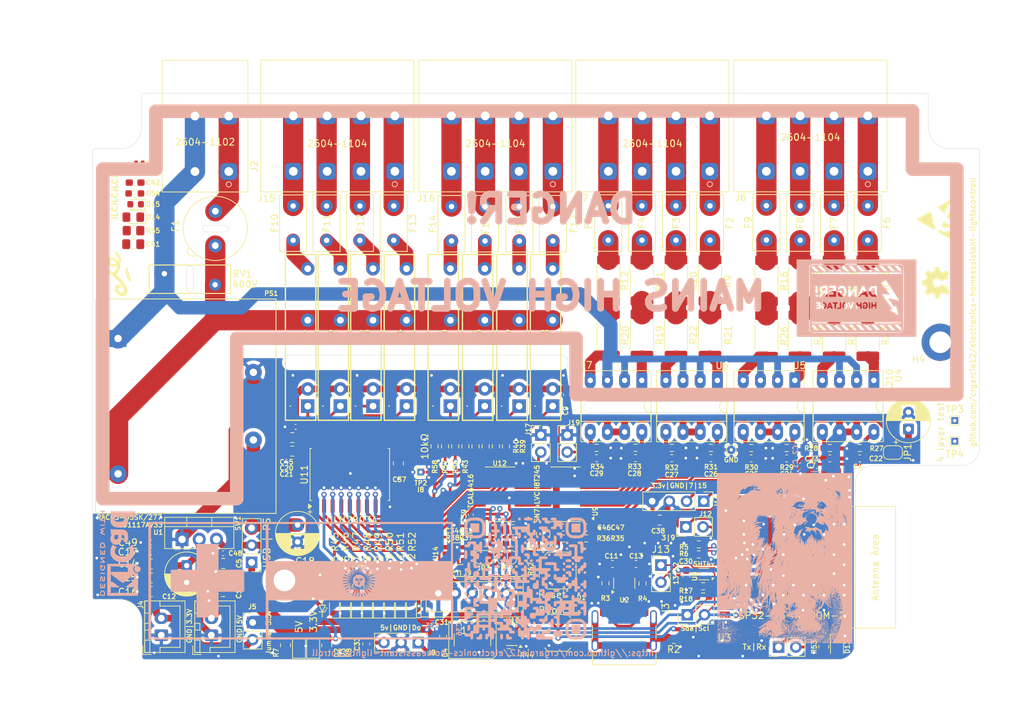
<source format=kicad_pcb>
(kicad_pcb (version 20241229) (generator "pcbnew") (generator_version "9.0")
  (title_block (title "Home Assistant module for lights control") (date "2025-08-14") (rev "20250814.26.1") (comment 1 "https://docs.rs-online.com/e49b/0900766b816e00ad.pdf") (comment 2 "https://media.distrelec.com/Web/Downloads/_t/ds/1862291_eng_tds.pdf") (comment 3 "case size: 62.8 (H) x 88.8 (W) x 138.8 (L)") (comment 4 "Board prepared for RS PRO Modular Enclosure for DIN rail 1862291"))
  (layers (0 "F.Cu" signal) (4 "In1.Cu" signal) (6 "In2.Cu" signal) (2 "B.Cu" signal) (13 "F.Paste" user) (15 "B.Paste" user) (5 "F.SilkS" user "F.Silkscreen") (7 "B.SilkS" user "B.Silkscreen") (1 "F.Mask" user) (3 "B.Mask" user) (25 "Edge.Cuts" user))
  (net 0 "")
  (net 1 "220VAC(L)")
  (net 2 "5V+")
  (net 3 "3.3V+")
  (net 4 "Net-(F1-Pad1)")
  (net 5 "Net-(F2-Pad1)")
  (net 6 "Net-(F3-Pad1)")
  (net 7 "Net-(F4-Pad1)")
  (net 8 "Net-(F5-Pad1)")
  (net 9 "Net-(J4-Pin_2)")
  (net 10 "220VAC(N)")
  (net 11 "EN")
  (net 12 "IO0")
  (net 13 "RXD0")
  (net 14 "TXD0")
  (net 15 "VBUS")
  (net 16 "GND")
  (net 17 "Net-(F2-Pad2)")
  (net 18 "Net-(F3-Pad2)")
  (net 19 "Net-(F4-Pad2)")
  (net 20 "Net-(F7-Pad1)")
  (net 21 "SDA")
  (net 22 "SCL")
  (net 23 "Net-(F8-Pad1)")
  (net 24 "Net-(F9-Pad1)")
  (net 25 "220VAC(N)-LowV")
  (net 26 "GPIO3")
  (net 27 "5V+_PS")
  (net 28 "Net-(F5-Pad2)")
  (net 29 "Net-(F6-Pad1)")
  (net 30 "Net-(D1-A)")
  (net 31 "Net-(D2-A)")
  (net 32 "Net-(D3-A)")
  (net 33 "Net-(D5-A)")
  (net 34 "Net-(D6-A)")
  (net 35 "Net-(D7-A)")
  (net 36 "GPIO9")
  (net 37 "Net-(D8-A)")
  (net 38 "Net-(D9-A)")
  (net 39 "Net-(D10-A)")
  (net 40 "Net-(D11-A)")
  (net 41 "Net-(D4-DIN)")
  (net 42 "Net-(D4-DOUT)")
  (net 43 "/ESP-D+")
  (net 44 "/ESP-D-")
  (net 45 "GPIO12")
  (net 46 "LED-GPIO")
  (net 47 "Net-(D13-A)")
  (net 48 "Net-(J3-D+-PadA6)")
  (net 49 "Net-(R15-Pad2)")
  (net 51 "Net-(R16-Pad2)")
  (net 52 "Net-(J3-CC1)")
  (net 53 "Net-(J3-SHIELD)")
  (net 54 "Net-(J3-CC2)")
  (net 56 "Net-(J3-D--PadA7)")
  (net 57 "Net-(U11-O1)")
  (net 58 "Net-(U11-O2)")
  (net 59 "Net-(U11-O3)")
  (net 60 "Net-(U11-O4)")
  (net 61 "GPIO13")
  (net 62 "Net-(U11-O5)")
  (net 63 "Net-(U11-O6)")
  (net 64 "Net-(U11-O7)")
  (net 65 "Net-(U11-O8)")
  (net 66 "Net-(R21-Pad1)")
  (net 67 "Net-(R10-Pad2)")
  (net 68 "Net-(R11-Pad2)")
  (net 69 "Net-(F10-Pad1)")
  (net 70 "Net-(F10-Pad2)")
  (net 71 "Net-(F11-Pad1)")
  (net 72 "Net-(F11-Pad2)")
  (net 73 "Net-(F12-Pad1)")
  (net 74 "Net-(F12-Pad2)")
  (net 75 "Net-(F13-Pad1)")
  (net 76 "Net-(F13-Pad2)")
  (net 77 "Net-(F14-Pad1)")
  (net 78 "Net-(F14-Pad2)")
  (net 79 "Net-(F15-Pad1)")
  (net 80 "Net-(F15-Pad2)")
  (net 81 "Net-(F16-Pad1)")
  (net 82 "Net-(F16-Pad2)")
  (net 83 "Net-(F17-Pad1)")
  (net 84 "Net-(F17-Pad2)")
  (net 85 "Net-(R12-Pad2)")
  (net 86 "Net-(R13-Pad2)")
  (net 87 "Net-(R14-Pad2)")
  (net 88 "Net-(R19-Pad2)")
  (net 89 "Net-(R20-Pad2)")
  (net 90 "Net-(R21-Pad2)")
  (net 91 "Net-(R22-Pad2)")
  (net 92 "Net-(R23-Pad2)")
  (net 93 "Net-(R24-Pad2)")
  (net 94 "Net-(R25-Pad2)")
  (net 95 "Net-(R26-Pad2)")
  (net 98 "RGBLED")
  (net 104 "GPIO7")
  (net 107 "Net-(F6-Pad2)")
  (net 108 "Net-(F7-Pad2)")
  (net 109 "Net-(F8-Pad2)")
  (net 110 "Net-(F9-Pad2)")
  (net 111 "Net-(D12-A)")
  (net 114 "GPIO15")
  (net 116 "Net-(JP1-B)")
  (net 126 "Net-(JP2-B)")
  (net 141 "Net-(U12-P04)")
  (net 142 "Net-(U12-P00)")
  (net 143 "Net-(U12-P05)")
  (net 144 "Net-(U12-P01)")
  (net 145 "Net-(U12-P06)")
  (net 146 "Net-(U12-P03)")
  (net 147 "Net-(U12-P02)")
  (net 148 "Net-(C11-Pad1)")
  (net 149 "Net-(C13-Pad1)")
  (net 150 "Net-(U9-A1)")
  (net 151 "Net-(U9-A2)")
  (net 152 "Net-(U9-A3)")
  (net 153 "Net-(U9-A4)")
  (net 154 "Net-(U9-A5)")
  (net 155 "Net-(U9-A6)")
  (net 156 "Net-(U9-A7)")
  (net 157 "VccA")
  (net 158 "Net-(J19-Pin_2)")
  (net 159 "Net-(J17-Pin_2)")
  (net 161 "TCAL_INT")
  (net 162 "Net-(U11-I1)")
  (net 163 "Net-(U11-I2)")
  (net 164 "Net-(U11-I3)")
  (net 165 "Net-(U11-I4)")
  (net 166 "Net-(U11-I5)")
  (net 167 "Net-(U11-I8)")
  (net 168 "Net-(U11-I7)")
  (net 169 "Net-(U11-I6)")
  (net 170 "Net-(JP2-A)")
  (net 171 "OUT_ENABLE")
  (net 172 "Net-(JP3-A)")
  (net 173 "Net-(U9-~{OE})")
  (net 176 "Net-(TP3-Pad1)")
  (footprint "Connector_PinHeader_2.54mm:PinHeader_1x02_P2.54mm_Vertical" (layer "F.Cu") (at 47.55 110.02)
    (property "Reference" "J5" (at -0.05 -2.32 0) (layer "F.SilkS") (effects (font (size 0.7 0.7))))
    (property "Value" "Jumper 3.3v" (at 2.35 1.48 90) (layer "F.SilkS") (effects (font (size 0.7 0.7))))
    (pad "1" thru_hole rect (at 0 0) (size 1.7 1.7) (drill 1) (layers "*.Cu" "*.Mask") (net 3 "3.3V+"))
    (pad "2" thru_hole circle (at 0 2.54) (size 1.7 1.7) (drill 1) (layers "*.Cu" "*.Mask") (net 9 "Net-(J4-Pin_2)"))
  )
  (footprint "Resistor_SMD:R_2512_6332Metric_Pad1.40x3.35mm_HandSolder" (layer "F.Cu") (at 100.151 59.4615 -90)
    (property "Reference" "R12" (at 0.0788 -2.3982 90) (layer "F.SilkS"))
    (property "Value" "150kΩ1w" (hide yes))
    (pad "1" smd roundrect (at -3.05 0 270) (size 1.4 3.35) (layers "F.Cu" "F.Mask" "F.Paste") (roundrect_rratio 0.178571) (net 8 "Net-(F5-Pad1)"))
    (pad "2" smd roundrect (at 3.05 0 270) (size 1.4 3.35) (layers "F.Cu" "F.Mask" "F.Paste") (roundrect_rratio 0.178571) (net 85 "Net-(R12-Pad2)"))
  )
  (footprint "Resistor_SMD:R_2512_6332Metric_Pad1.40x3.35mm_HandSolder" (layer "F.Cu") (at 105.104 59.4615 -90)
    (property "Reference" "R11" (at 0.1015 -2.6174 90) (layer "F.SilkS"))
    (property "Value" "150kΩ1w" (hide yes))
    (pad "1" smd roundrect (at -3.05 0 270) (size 1.4 3.35) (layers "F.Cu" "F.Mask" "F.Paste") (roundrect_rratio 0.178571) (net 7 "Net-(F4-Pad1)"))
    (pad "2" smd roundrect (at 3.05 0 270) (size 1.4 3.35) (layers "F.Cu" "F.Mask" "F.Paste") (roundrect_rratio 0.178571) (net 68 "Net-(R11-Pad2)"))
  )
  (footprint "Varistor:RV_Disc_D12mm_W4.2mm_P7.5mm" (layer "F.Cu") (at 34.5024 58.46307)
    (property "Reference" "RV1" (hide yes))
    (property "Value" "400V" (at 11.8976 1.58693 0) (layer "F.SilkS"))
    (fp_text user "${REFERENCE}" (at 11.5476 0.03693 0) (layer "F.SilkS"))
    (pad "1" thru_hole circle (at 0 0) (size 1.8 1.8) (drill 0.8) (layers "*.Cu" "*.Mask") (net 10 "220VAC(N)"))
    (pad "2" thru_hole circle (at 7.5 1.63333) (size 1.8 1.8) (drill 0.8) (layers "*.Cu" "*.Mask") (net 1 "220VAC(L)"))
  )
  (footprint "Resistor_SMD:R_2512_6332Metric_Pad1.40x3.35mm_HandSolder" (layer "F.Cu") (at 105.104 67.5133 -90)
    (property "Reference" "R19" (at 0.0507 -2.6174 90) (layer "F.SilkS"))
    (property "Value" "150kΩ1w" (hide yes))
    (pad "1" smd roundrect (at -3.05 0 270) (size 1.4 3.35) (layers "F.Cu" "F.Mask" "F.Paste") (roundrect_rratio 0.178571) (net 68 "Net-(R11-Pad2)"))
    (pad "2" smd roundrect (at 3.05 0 270) (size 1.4 3.35) (layers "F.Cu" "F.Mask" "F.Paste") (roundrect_rratio 0.178571) (net 88 "Net-(R19-Pad2)"))
  )
  (footprint "Resistor_SMD:R_2512_6332Metric_Pad1.40x3.35mm_HandSolder" (layer "F.Cu") (at 100.151 67.5133 -90)
    (property "Reference" "R20" (at 0.0808 -2.5182 270) (layer "F.SilkS"))
    (property "Value" "150kΩ1w" (hide yes))
    (pad "1" smd roundrect (at -3.05 0 270) (size 1.4 3.35) (layers "F.Cu" "F.Mask" "F.Paste") (roundrect_rratio 0.178571) (net 85 "Net-(R12-Pad2)"))
    (pad "2" smd roundrect (at 3.05 0 270) (size 1.4 3.35) (layers "F.Cu" "F.Mask" "F.Paste") (roundrect_rratio 0.178571) (net 89 "Net-(R20-Pad2)"))
  )
  (footprint "LED_SMD:LED_0805_2012Metric_Pad1.15x1.40mm_HandSolder" (layer "F.Cu") (at 54.4 113.45 90)
    (property "Reference" "D2" (at -1.06 5.6 270) (layer "F.SilkS") (effects (font (size 0.7 0.7))))
    (property "Value" "5V" (at 2.775 0 90) (layer "F.SilkS"))
    (pad "1" smd roundrect (at -1.025 0 90) (size 1.15 1.4) (layers "F.Cu" "F.Mask" "F.Paste") (roundrect_rratio 0.217391) (net 16 "GND"))
    (pad "2" smd roundrect (at 1.025 0 90) (size 1.15 1.4) (layers "F.Cu" "F.Mask" "F.Paste") (roundrect_rratio 0.217391) (net 31 "Net-(D2-A)"))
  )
  (footprint "Resistor_SMD:R_0805_2012Metric_Pad1.20x1.40mm_HandSolder" (layer "F.Cu") (at 52.4 113.4 90)
    (property "Reference" "R7" (at -1.1 -1.4 270) (layer "F.SilkS") (effects (font (size 0.7 0.7))))
    (property "Value" "100Ω" (hide yes))
    (pad "1" smd roundrect (at -1 0 90) (size 1.2 1.4) (layers "F.Cu" "F.Mask" "F.Paste") (roundrect_rratio 0.208333) (net 31 "Net-(D2-A)"))
    (pad "2" smd roundrect (at 1 0 90) (size 1.2 1.4) (layers "F.Cu" "F.Mask" "F.Paste") (roundrect_rratio 0.208333) (net 2 "5V+"))
  )
  (footprint "Connector_JST:JST_XH_B2B-XH-A_1x02_P2.50mm_Vertical" (layer "F.Cu") (at 41.45 111.8997 90)
    (property "Reference" "J1" (at 5.6997 -0.8393 180) (layer "F.SilkS") (effects (font (size 0.7 0.7))))
    (property "Value" "GND|5V" (at 0.8997 4.1607 90) (layer "F.SilkS") (effects (font (size 0.7 0.7))))
    (pad "1" thru_hole roundrect (at 0 0 90) (size 1.7 2) (drill 1) (layers "*.Cu" "*.Mask") (roundrect_rratio 0.147059) (net 16 "GND"))
    (pad "2" thru_hole oval (at 2.5 0 90) (size 1.7 2) (drill 1) (layers "*.Cu" "*.Mask") (net 2 "5V+"))
  )
  (footprint "Hamodule_Icons_Footprints:che" (layer "F.Cu") (at 27.25 58.5 90)
    (property "Reference" "G10" (hide yes))
    (property "Value" "Che" (hide yes))
  )
  (footprint "Capacitor_SMD:C_0805_2012Metric_Pad1.18x1.45mm_HandSolder" (layer "F.Cu") (at 32.4827 101.3698 180)
    (property "Reference" "C14" (at 3.3827 0.0254 180) (layer "F.SilkS"))
    (property "Value" "100nF")
    (pad "1" smd roundrect (at -1.0375 0 180) (size 1.175 1.45) (layers "F.Cu" "F.Mask" "F.Paste") (roundrect_rratio 0.212766) (net 9 "Net-(J4-Pin_2)"))
    (pad "2" smd roundrect (at 1.0375 0 180) (size 1.175 1.45) (layers "F.Cu" "F.Mask" "F.Paste") (roundrect_rratio 0.212766) (net 16 "GND"))
  )
  (footprint "Capacitor_SMD:C_0805_2012Metric_Pad1.18x1.45mm_HandSolder" (layer "F.Cu") (at 43.2 103.4 180)
    (property "Reference" "C8" (at -2.3375 -0.0381 90) (layer "F.SilkS") (effects (font (size 0.7 0.7))))
    (property "Value" "22uF")
    (pad "1" smd roundrect (at -1.0375 0 180) (size 1.175 1.45) (layers "F.Cu" "F.Mask" "F.Paste") (roundrect_rratio 0.212766) (net 2 "5V+"))
    (pad "2" smd roundrect (at 1.0375 0 180) (size 1.175 1.45) (layers "F.Cu" "F.Mask" "F.Paste") (roundrect_rratio 0.212766) (net 16 "GND"))
  )
  (footprint "Hamodule_Footprints:RAC05-05SK_277" (layer "F.Cu") (at 37.656 78.0466)
    (property "Reference" "PS1" (at 12.644 -16.66686 0) (layer "F.SilkS") (effects (font (size 0.7 0.7))))
    (property "Value" "RAC05-05SK/277" (at -8.356 16.4326 0) (layer "F.SilkS") (effects (font (size 0.7 0.7))))
    (pad "1" thru_hole rect (at -10 -10) (size 2.5 2.5) (drill 1.1) (layers "*.Cu" "*.Mask") (net 10 "220VAC(N)"))
    (pad "5" thru_hole circle (at -10 10) (size 2.5 2.5) (drill 1.1) (layers "*.Cu" "*.Mask") (net 1 "220VAC(L)"))
    (pad "7" thru_hole circle (at 10 5) (size 2.5 2.5) (drill 1.1) (layers "*.Cu" "*.Mask") (net 27 "5V+_PS"))
    (pad "9" thru_hole circle (at 10 -5) (size 2.5 2.5) (drill 1.1) (layers "*.Cu" "*.Mask") (net 16 "GND"))
  )
  (footprint "Package_TO_SOT_THT:TO-220-3_Vertical" (layer "F.Cu") (at 37.1187 97.7392)
    (property "Reference" "U1" (at -3.5187 -1.0392 0) (layer "F.SilkS") (effects (font (size 0.7 0.7))))
    (property "Value" "LD1117AV33" (at -6.1187 -2.1392 180) (layer "F.SilkS") (effects (font (size 0.7 0.7))))
    (pad "1" thru_hole rect (at 0 0) (size 1.905 2) (drill 1.1) (layers "*.Cu" "*.Mask") (net 16 "GND"))
    (pad "2" thru_hole oval (at 2.54 0) (size 1.905 2) (drill 1.1) (layers "*.Cu" "*.Mask") (net 9 "Net-(J4-Pin_2)"))
    (pad "3" thru_hole oval (at 5.08 0) (size 1.905 2) (drill 1.1) (layers "*.Cu" "*.Mask") (net 2 "5V+"))
  )
  (footprint "Hamodule_Footprints:WAGO_2604-1104" (layer "F.Cu") (at 68.5678 43.3324 180)
    (property "Reference" "J15" (at 18.9678 -4 180) (layer "F.SilkS"))
    (property "Value" "2604-1104" (at 8.499998 4.099999 180) (layer "F.SilkS"))
    (fp_text user "*" (at 0 0 180) (layer "F.SilkS"))
    (pad "1" thru_hole roundrect (at 0 0 180) (size 2.5 2.5) (drill 1.2954) (layers "*.Cu" "*.Mask") (net 76 "Net-(F13-Pad2)"))
    (pad "2" thru_hole roundrect (at 0 8.199999 180) (size 2.5 2.5) (drill 1.2954) (layers "*.Cu" "*.Mask") (net 76 "Net-(F13-Pad2)"))
    (pad "3" thru_hole roundrect (at 5 0 180) (size 2.5 2.5) (drill 1.2954) (layers "*.Cu" "*.Mask") (net 74 "Net-(F12-Pad2)"))
    (pad "4" thru_hole roundrect (at 5 8.199999 180) (size 2.5 2.5) (drill 1.2954) (layers "*.Cu" "*.Mask") (net 74 "Net-(F12-Pad2)"))
    (pad "5" thru_hole roundrect (at 10 0 180) (size 2.5 2.5) (drill 1.2954) (layers "*.Cu" "*.Mask") (net 72 "Net-(F11-Pad2)"))
    (pad "6" thru_hole roundrect (at 10 8.199999 180) (size 2.5 2.5) (drill 1.2954) (layers "*.Cu" "*.Mask") (net 72 "Net-(F11-Pad2)"))
    (pad "7" thru_hole roundrect (at 15 0 180) (size 2.5 2.5) (drill 1.2954) (layers "*.Cu" "*.Mask") (net 70 "Net-(F10-Pad2)"))
    (pad "8" thru_hole roundrect (at 15 8.199999 180) (size 2.5 2.5) (drill 1.2954) (layers "*.Cu" "*.Mask") (net 70 "Net-(F10-Pad2)"))
  )
  (footprint "Hamodule_Footprints:WAGO-2604-1102" (layer "F.Cu") (at 44.02 43.355999 180)
    (property "Reference" "J2" (at -3.78 0.755999 270) (layer "F.SilkS"))
    (property "Value" "2604-1102" (at 3.499998 4.355999 180) (layer "F.SilkS"))
    (fp_text user "*" (at 0 0 180) (layer "F.SilkS"))
    (pad "1" thru_hole roundrect (at 0 0 180) (size 2.5 2.5) (drill 1.2954) (layers "*.Cu" "*.Mask") (net 4 "Net-(F1-Pad1)"))
    (pad "2" thru_hole roundrect (at 0 8.199999 180) (size 2.5 2.5) (drill 1.2954) (layers "*.Cu" "*.Mask") (net 4 "Net-(F1-Pad1)"))
    (pad "3" thru_hole roundrect (at 5 0 180) (size 2.5 2.5) (drill 1.2954) (layers "*.Cu" "*.Mask") (net 10 "220VAC(N)"))
    (pad "4" thru_hole roundrect (at 5 8.199999 180) (size 2.5 2.5) (drill 1.2954) (layers "*.Cu" "*.Mask") (net 10 "220VAC(N)"))
  )
  (footprint "Hamodule_Footprints:WAGO_2604-1104" (layer "F.Cu") (at 115.14 43.328199 180)
    (property "Reference" "J7" (at 18.84 -3.971801 180) (layer "F.SilkS"))
    (property "Value" "2604-1104" (at 8.499998 4.099999 180) (layer "F.SilkS"))
    (fp_text user "*" (at 0 0 180) (layer "F.SilkS"))
    (pad "1" thru_hole roundrect (at 0 0 180) (size 2.5 2.5) (drill 1.2954) (layers "*.Cu" "*.Mask") (net 17 "Net-(F2-Pad2)"))
    (pad "2" thru_hole roundrect (at 0 8.199999 180) (size 2.5 2.5) (drill 1.2954) (layers "*.Cu" "*.Mask") (net 17 "Net-(F2-Pad2)"))
    (pad "3" thru_hole roundrect (at 5 0 180) (size 2.5 2.5) (drill 1.2954) (layers "*.Cu" "*.Mask") (net 18 "Net-(F3-Pad2)"))
    (pad "4" thru_hole roundrect (at 5 8.199999 180) (size 2.5 2.5) (drill 1.2954) (layers "*.Cu" "*.Mask") (net 18 "Net-(F3-Pad2)"))
    (pad "5" thru_hole roundrect (at 10 0 180) (size 2.5 2.5) (drill 1.2954) (layers "*.Cu" "*.Mask") (net 19 "Net-(F4-Pad2)"))
    (pad "6" thru_hole roundrect (at 10 8.199999 180) (size 2.5 2.5) (drill 1.2954) (layers "*.Cu" "*.Mask") (net 19 "Net-(F4-Pad2)"))
    (pad "7" thru_hole roundrect (at 15 0 180) (size 2.5 2.5) (drill 1.2954) (layers "*.Cu" "*.Mask") (net 28 "Net-(F5-Pad2)"))
    (pad "8" thru_hole roundrect (at 15 8.199999 180) (size 2.5 2.5) (drill 1.2954) (layers "*.Cu" "*.Mask") (net 28 "Net-(F5-Pad2)"))
  )
  (footprint "Fuse:Fuseholder_TR5_Littelfuse_No560_No460" (layer "F.Cu") (at 42.037 49.2252 -90)
    (property "Reference" "F1" (at 2.17 5.9 270) (layer "F.SilkS"))
    (property "Value" "250V500mA")
    (pad "1" thru_hole circle (at 0 0 270) (size 2 2) (drill 1) (layers "*.Cu" "*.Mask") (net 4 "Net-(F1-Pad1)"))
    (pad "2" thru_hole circle (at 5.08 0.01 270) (size 2 2) (drill 1) (layers "*.Cu" "*.Mask") (net 1 "220VAC(L)"))
  )
  (footprint "Package_DIP:DIP-8_W7.62mm_Socket_LongPads" (layer "F.Cu") (at 139.389178 74.236118 -90)
    (property "Reference" "U4" (at -0.736118 -3.610822 90) (layer "F.SilkS"))
    (property "Value" "LDA210")
    (pad "1" thru_hole roundrect (at 0 0 270) (size 2.4 1.6) (drill 0.8) (layers "*.Cu" "*.Mask") (roundrect_rratio 0.15625) (net 92 "Net-(R23-Pad2)"))
    (pad "2" thru_hole oval (at 0 2.54 270) (size 2.4 1.6) (drill 0.8) (layers "*.Cu" "*.Mask") (net 25 "220VAC(N)-LowV"))
    (pad "3" thru_hole oval (at 0 5.08 270) (size 2.4 1.6) (drill 0.8) (layers "*.Cu" "*.Mask") (net 25 "220VAC(N)-LowV"))
    (pad "4" thru_hole oval (at 0 7.62 270) (size 2.4 1.6) (drill 0.8) (layers "*.Cu" "*.Mask") (net 93 "Net-(R24-Pad2)"))
    (pad "5" thru_hole oval (at 7.62 7.62 270) (size 2.4 1.6) (drill 0.8) (layers "*.Cu" "*.Mask") (net 151 "Net-(U9-A2)"))
    (pad "6" thru_hole oval (at 7.62 5.08 270) (size 2.4 1.6) (drill 0.8) (layers "*.Cu" "*.Mask") (net 3 "3.3V+"))
    (pad "7" thru_hole oval (at 7.62 2.54 270) (size 2.4 1.6) (drill 0.8) (layers "*.Cu" "*.Mask") (net 3 "3.3V+"))
    (pad "8" thru_hole oval (at 7.62 0 270) (size 2.4 1.6) (drill 0.8) (layers "*.Cu" "*.Mask") (net 150 "Net-(U9-A1)"))
  )
  (footprint "Resistor_SMD:R_2512_6332Metric_Pad1.40x3.35mm_HandSolder" (layer "F.Cu") (at 115.1624 67.5133 -90)
    (property "Reference" "R21" (at 0.0234 -2.7178 90) (layer "F.SilkS"))
    (property "Value" "150kΩ1w" (hide yes))
    (pad "1" smd roundrect (at -3.05 0 270) (size 1.4 3.35) (layers "F.Cu" "F.Mask" "F.Paste") (roundrect_rratio 0.178571) (net 66 "Net-(R21-Pad1)"))
    (pad "2" smd roundrect (at 3.05 0 270) (size 1.4 3.35) (layers "F.Cu" "F.Mask" "F.Paste") (roundrect_rratio 0.178571) (net 90 "Net-(R21-Pad2)"))
  )
  (footprint "Resistor_SMD:R_2512_6332Metric_Pad1.40x3.35mm_HandSolder" (layer "F.Cu") (at 110.1332 59.4615 -90)
    (property "Reference" "R10" (at 0.1015 -2.592 90) (layer "F.SilkS"))
    (property "Value" "150kΩ1w" (hide yes))
    (pad "1" smd roundrect (at -3.05 0 270) (size 1.4 3.35) (layers "F.Cu" "F.Mask" "F.Paste") (roundrect_rratio 0.178571) (net 6 "Net-(F3-Pad1)"))
    (pad "2" smd roundrect (at 3.05 0 270) (size 1.4 3.35) (layers "F.Cu" "F.Mask" "F.Paste") (roundrect_rratio 0.178571) (net 67 "Net-(R10-Pad2)"))
  )
  (footprint "Resistor_SMD:R_2512_6332Metric_Pad1.40x3.35mm_HandSolder" (layer "F.Cu") (at 115.1624 59.4615 -90)
    (property "Reference" "R9" (at 0.132 -2.6676 90) (layer "F.SilkS"))
    (property "Value" "150kΩ1w" (hide yes))
    (pad "1" smd roundrect (at -3.05 0 270) (size 1.4 3.35) (layers "F.Cu" "F.Mask" "F.Paste") (roundrect_rratio 0.178571) (net 5 "Net-(F2-Pad1)"))
    (pad "2" smd roundrect (at 3.05 0 270) (size 1.4 3.35) (layers "F.Cu" "F.Mask" "F.Paste") (roundrect_rratio 0.178571) (net 66 "Net-(R21-Pad1)"))
  )
  (footprint "Package_DIP:DIP-8_W7.62mm_Socket_LongPads" (layer "F.Cu") (at 105.0813 74.2396 -90)
    (property "Reference" "U7" (at -2.256 8.2941 0) (layer "F.SilkS"))
    (property "Value" "LDA210" (at 0.8104 -36.6187 90) (layer "F.SilkS") (effects (font (size 0.9 0.9))))
    (pad "1" thru_hole roundrect (at 0 0 270) (size 2.4 1.6) (drill 0.8) (layers "*.Cu" "*.Mask") (roundrect_rratio 0.15625) (net 88 "Net-(R19-Pad2)"))
    (pad "2" thru_hole oval (at 0 2.54 270) (size 2.4 1.6) (drill 0.8) (layers "*.Cu" "*.Mask") (net 25 "220VAC(N)-LowV"))
    (pad "3" thru_hole oval (at 0 5.08 270) (size 2.4 1.6) (drill 0.8) (layers "*.Cu" "*.Mask") (net 25 "220VAC(N)-LowV"))
    (pad "4" thru_hole oval (at 0 7.62 270) (size 2.4 1.6) (drill 0.8) (layers "*.Cu" "*.Mask") (net 89 "Net-(R20-Pad2)"))
    (pad "5" thru_hole oval (at 7.62 7.62 270) (size 2.4 1.6) (drill 0.8) (layers "*.Cu" "*.Mask") (net 158 "Net-(J19-Pin_2)"))
    (pad "6" thru_hole oval (at 7.62 5.08 270) (size 2.4 1.6) (drill 0.8) (layers "*.Cu" "*.Mask") (net 3 "3.3V+"))
    (pad "7" thru_hole oval (at 7.62 2.54 270) (size 2.4 1.6) (drill 0.8) (layers "*.Cu" "*.Mask") (net 3 "3.3V+"))
    (pad "8" thru_hole oval (at 7.62 0 270) (size 2.4 1.6) (drill 0.8) (layers "*.Cu" "*.Mask") (net 156 "Net-(U9-A7)"))
  )
  (footprint "Package_DIP:DIP-8_W7.62mm_Socket_LongPads" (layer "F.Cu") (at 116.2573 74.2396 -90)
    (property "Reference" "U6" (at -2.1798 -0.7229 0) (layer "F.SilkS"))
    (property "Value" "LDA210" (hide yes))
    (pad "1" thru_hole roundrect (at 0 0 270) (size 2.4 1.6) (drill 0.8) (layers "*.Cu" "*.Mask") (roundrect_rratio 0.15625) (net 90 "Net-(R21-Pad2)"))
    (pad "2" thru_hole oval (at 0 2.54 270) (size 2.4 1.6) (drill 0.8) (layers "*.Cu" "*.Mask") (net 25 "220VAC(N)-LowV"))
    (pad "3" thru_hole oval (at 0 5.08 270) (size 2.4 1.6) (drill 0.8) (layers "*.Cu" "*.Mask") (net 25 "220VAC(N)-LowV"))
    (pad "4" thru_hole oval (at 0 7.62 270) (size 2.4 1.6) (drill 0.8) (layers "*.Cu" "*.Mask") (net 91 "Net-(R22-Pad2)"))
    (pad "5" thru_hole oval (at 7.62 7.62 270) (size 2.4 1.6) (drill 0.8) (layers "*.Cu" "*.Mask") (net 155 "Net-(U9-A6)"))
    (pad "6" thru_hole oval (at 7.62 5.08 270) (size 2.4 1.6) (drill 0.8) (layers "*.Cu" "*.Mask") (net 3 "3.3V+"))
    (pad "7" thru_hole oval (at 7.62 2.54 270) (size 2.4 1.6) (drill 0.8) (layers "*.Cu" "*.Mask") (net 3 "3.3V+"))
    (pad "8" thru_hole oval (at 7.62 0 270) (size 2.4 1.6) (drill 0.8) (layers "*.Cu" "*.Mask") (net 154 "Net-(U9-A5)"))
  )
  (footprint "Resistor_SMD:R_2512_6332Metric_Pad1.40x3.35mm_HandSolder" (layer "F.Cu") (at 110.1332 67.5133 -90)
    (property "Reference" "R22" (at -0.0001 -2.5666 90) (layer "F.SilkS"))
    (property "Value" "150kΩ1w" (hide yes))
    (pad "1" smd roundrect (at -3.05 0 270) (size 1.4 3.35) (layers "F.Cu" "F.Mask" "F.Paste") (roundrect_rratio 0.178571) (net 67 "Net-(R10-Pad2)"))
    (pad "2" smd roundrect (at 3.05 0 270) (size 1.4 3.35) (layers "F.Cu" "F.Mask" "F.Paste") (roundrect_rratio 0.178571) (net 91 "Net-(R22-Pad2)"))
  )
  (footprint "Resistor_SMD:R_0603_1608Metric_Pad0.98x0.95mm_HandSolder" (layer "F.Cu") (at 131.376902 89.787199)
    (property "Reference" "R1" (at -4.876902 0.612801 180) (layer "F.SilkS") (effects (font (size 0.7 0.7))))
    (property "Value" "10kΩ" (hide yes))
    (pad "1" smd roundrect (at -0.9125 0) (size 0.975 0.95) (layers "F.Cu" "F.Mask" "F.Paste") (net 11 "EN"))
    (pad "2" smd roundrect (at 0.9125 0) (size 0.975 0.95) (layers "F.Cu" "F.Mask" "F.Paste") (net 3 "3.3V+"))
  )
  (footprint "Capacitor_SMD:C_0603_1608Metric_Pad1.08x0.95mm_HandSolder" (layer "F.Cu") (at 131.364402 91.311199 180)
    (property "Reference" "C3" (at 4.864402 -0.088801 180) (layer "F.SilkS") (effects (font (size 0.7 0.7) (thickness 0.15) (bold yes))))
    (property "Value" "100nF" (hide yes))
    (pad "1" smd roundrect (at -0.8625 0 180) (size 1.075 0.95) (layers "F.Cu" "F.Mask" "F.Paste") (net 11 "EN"))
    (pad "2" smd roundrect (at 0.8625 0 180) (size 1.075 0.95) (layers "F.Cu" "F.Mask" "F.Paste") (net 16 "GND"))
  )
  (footprint "Connector_JST:JST_XH_B2B-XH-A_1x02_P2.50mm_Vertical" (layer "F.Cu") (at 34.05 111.8997 90)
    (property "Reference" "J4" (at 4.4997 -3.05 270) (layer "F.SilkS") (effects (font (size 0.7 0.7))))
    (property "Value" "GND|3.3V" (at 1.3497 4.15 270) (layer "F.SilkS") (effects (font (size 0.7 0.7))))
    (pad "1" thru_hole roundrect (at 0 0 90) (size 1.7 2) (drill 1) (layers "*.Cu" "*.Mask") (roundrect_rratio 0.147059) (net 16 "GND"))
    (pad "2" thru_hole oval (at 2.5 0 90) (size 1.7 2) (drill 1) (layers "*.Cu" "*.Mask") (net 9 "Net-(J4-Pin_2)"))
  )
  (footprint "Button_Switch_SMD:SW_SPST_SKQG_WithStem" (layer "F.Cu") (at 92.647 102.35)
    (property "Reference" "SW2" (hide yes))
    (property "Value" "Reset" (at -0.847 3.55 180) (layer "F.SilkS"))
    (pad "1" smd rect (at -3.1 -1.85) (size 1.8 1.1) (layers "F.Cu" "F.Mask" "F.Paste") (net 11 "EN"))
    (pad "1" smd rect (at 3.1 -1.85) (size 1.8 1.1) (layers "F.Cu" "F.Mask" "F.Paste") (net 11 "EN"))
    (pad "2" smd rect (at -3.1 1.85) (size 1.8 1.1) (layers "F.Cu" "F.Mask" "F.Paste") (net 16 "GND"))
    (pad "2" smd rect (at 3.1 1.85) (size 1.8 1.1) (layers "F.Cu" "F.Mask" "F.Paste") (net 16 "GND"))
    (zone (net 0) (net_name "") (layer "F.Cu") (connect_pads (clearance 0)) (min_thickness 0.254)
      (keepout (tracks not_allowed) (vias not_allowed) (pads not_allowed) (copperpour not_allowed) (footprints not_allowed))
      (fill (thermal_gap 0.508) (thermal_bridge_width 0.508))
      (polygon (pts (xy 88.647 101.05) (xy 91.647 101.05) (xy 91.647 103.65) (xy 88.647 103.65)))
    )
    (zone (net 0) (net_name "") (layer "F.Cu") (connect_pads (clearance 0)) (min_thickness 0.254)
      (keepout (tracks not_allowed) (vias not_allowed) (pads not_allowed) (copperpour not_allowed) (footprints not_allowed))
      (fill (thermal_gap 0.508) (thermal_bridge_width 0.508))
      (polygon (pts (xy 93.647 101.05) (xy 96.647 101.05) (xy 96.647 103.65) (xy 93.647 103.65)))
    )
  )
  (footprint "Button_Switch_SMD:SW_SPST_SKQG_WithStem" (layer "F.Cu") (at 92.6458 111.5526)
    (property "Reference" "SW3" (hide yes))
    (property "Value" "Boot" (at -1.1458 -3.3526 0) (layer "F.SilkS"))
    (pad "1" smd rect (at -3.1 -1.85) (size 1.8 1.1) (layers "F.Cu" "F.Mask" "F.Paste") (net 12 "IO0"))
    (pad "1" smd rect (at 3.1 -1.85) (size 1.8 1.1) (layers "F.Cu" "F.Mask" "F.Paste") (net 12 "IO0"))
    (pad "2" smd rect (at -3.1 1.85) (size 1.8 1.1) (layers "F.Cu" "F.Mask" "F.Paste") (net 16 "GND"))
    (pad "2" smd rect (at 3.1 1.85) (size 1.8 1.1) (layers "F.Cu" "F.Mask" "F.Paste") (net 16 "GND"))
    (zone (net 0) (net_name "") (layer "F.Cu") (connect_pads (clearance 0)) (min_thickness 0.254)
      (keepout (tracks not_allowed) (vias not_allowed) (pads not_allowed) (copperpour not_allowed) (footprints not_allowed))
      (fill (thermal_gap 0.508) (thermal_bridge_width 0.508))
      (polygon (pts (xy 88.6458 110.2526) (xy 91.6458 110.2526) (xy 91.6458 112.8526) (xy 88.6458 112.8526)))
    )
    (zone (net 0) (net_name "") (layer "F.Cu") (connect_pads (clearance 0)) (min_thickness 0.254)
      (keepout (tracks not_allowed) (vias not_allowed) (pads not_allowed) (copperpour not_allowed) (footprints not_allowed))
      (fill (thermal_gap 0.508) (thermal_bridge_width 0.508))
      (polygon (pts (xy 93.6458 110.2526) (xy 96.6458 110.2526) (xy 96.6458 112.8526) (xy 93.6458 112.8526)))
    )
  )
  (footprint "Connector_PinHeader_2.54mm:PinHeader_1x02_P2.54mm_Vertical" (layer "F.Cu") (at 125.305402 113.659699 90)
    (property "Reference" "J10" (hide yes))
    (property "Value" "Tx|Rx" (at 0.020099 -3.588602 180) (layer "F.SilkS") (effects (font (size 0.8 0.8))))
    (pad "1" thru_hole rect (at 0 0 90) (size 1.7 1.7) (drill 1) (layers "*.Cu" "*.Mask") (net 13 "RXD0"))
    (pad "2" thru_hole circle (at 0 2.54 90) (size 1.7 1.7) (drill 1) (layers "*.Cu" "*.Mask") (net 14 "TXD0"))
  )
  (footprint "Capacitor_SMD:C_0603_1608Metric_Pad1.08x0.95mm_HandSolder" (layer "F.Cu") (at 134.8375 89.2)
    (property "Reference" "C6" (at -5.8375 0.3 180) (layer "F.SilkS") (effects (font (size 0.7 0.7))))
    (property "Value" "100nF" (hide yes))
    (pad "1" smd roundrect (at -0.8625 0) (size 1.075 0.95) (layers "F.Cu" "F.Mask" "F.Paste") (net 3 "3.3V+"))
    (pad "2" smd roundrect (at 0.8625 0) (size 1.075 0.95) (layers "F.Cu" "F.Mask" "F.Paste") (net 16 "GND"))
  )
  (footprint "Capacitor_SMD:C_0603_1608Metric_Pad1.08x0.95mm_HandSolder" (layer "F.Cu") (at 111.655402 103.169699 -90)
    (property "Reference" "C30" (at -2.18 0.06 0) (layer "F.SilkS") (effects (font (size 0.7 0.7))))
    (property "Value" "100nF" (hide yes))
    (pad "1" smd roundrect (at -0.8625 0 270) (size 1.075 0.95) (layers "F.Cu" "F.Mask" "F.Paste") (net 3 "3.3V+"))
    (pad "2" smd roundrect (at 0.8625 0 270) (size 1.075 0.95) (layers "F.Cu" "F.Mask" "F.Paste") (net 16 "GND"))
  )
  (footprint "Connector_PinHeader_2.54mm:PinHeader_1x02_P2.54mm_Vertical" (layer "F.Cu") (at 94.05 82.3)
    (property "Reference" "J19" (at 0.95 -1.8 180) (layer "F.SilkS") (effects (font (size 0.7 0.7))))
    (property "Value" "TestPoint" (hide yes))
    (pad "1" thru_hole rect (at 0 0) (size 1.7 1.7) (drill 1) (layers "*.Cu" "*.Mask") (net 16 "GND"))
    (pad "2" thru_hole circle (at 0 2.54) (size 1.7 1.7) (drill 1) (layers "*.Cu" "*.Mask") (net 158 "Net-(J19-Pin_2)"))
  )
  (footprint "Resistor_SMD:R_0603_1608Metric_Pad0.98x0.95mm_HandSolder" (layer "F.Cu") (at 90.9875 96.9375 -90)
    (property "Reference" "R60" (at 2.0625 -0.0125 180) (layer "F.SilkS") (effects (font (size 0.7 0.7))))
    (property "Value" "10kΩ")
    (pad "1" smd roundrect (at -0.9125 0 270) (size 0.975 0.95) (layers "F.Cu" "F.Mask" "F.Paste") (net 16 "GND"))
    (pad "2" smd roundrect (at 0.9125 0 270) (size 0.975 0.95) (layers "F.Cu" "F.Mask" "F.Paste") (net 173 "Net-(U9-~{OE})"))
  )
  (footprint "Capacitor_SMD:C_0603_1608Metric_Pad1.08x0.95mm_HandSolder" (layer "F.Cu") (at 100.7375 101.389699 180)
    (property "Reference" "C11" (at 0.135402 1.189699 180) (layer "F.SilkS") (effects (font (size 0.7 0.7))))
    (property "Value" "20p")
    (pad "1" smd roundrect (at -0.8625 0 180) (size 1.075 0.95) (layers "F.Cu" "F.Mask" "F.Paste") (net 148 "Net-(C11-Pad1)"))
    (pad "2" smd roundrect (at 0.8625 0 180) (size 1.075 0.95) (layers "F.Cu" "F.Mask" "F.Paste") (net 16 "GND"))
  )
  (footprint "LED_SMD:LED_0805_2012Metric_Pad1.15x1.40mm_HandSolder" (layer "F.Cu") (at 56.5 113.45 90)
    (property "Reference" "D3" (at -1.05 4.39 270) (layer "F.SilkS") (effects (font (size 0.7 0.7))))
    (property "Value" "3.3V" (at 3.57 0.048209 90) (layer "F.SilkS"))
    (pad "1" smd roundrect (at -1.025 0 90) (size 1.15 1.4) (layers "F.Cu" "F.Mask" "F.Paste") (roundrect_rratio 0.217391) (net 16 "GND"))
    (pad "2" smd roundrect (at 1.025 0 90) (size 1.15 1.4) (layers "F.Cu" "F.Mask" "F.Paste") (roundrect_rratio 0.217391) (net 32 "Net-(D3-A)"))
  )
  (footprint "Package_SO:SOIC-18W_7.5x11.6mm_P1.27mm" (layer "F.Cu") (at 61.92 88.15 90)
    (property "Reference" "U11" (at 0 -6.73 90) (layer "F.SilkS"))
    (property "Value" "ULN2803A" (at -6.75 0.28 180) (layer "F.SilkS"))
    (pad "1" smd roundrect (at -4.65 -5.08 90) (size 2.05 0.6) (layers "F.Cu" "F.Mask" "F.Paste") (net 162 "Net-(U11-I1)"))
    (pad "2" smd roundrect (at -4.65 -3.81 90) (size 2.05 0.6) (layers "F.Cu" "F.Mask" "F.Paste") (net 163 "Net-(U11-I2)"))
    (pad "3" smd roundrect (at -4.65 -2.54 90) (size 2.05 0.6) (layers "F.Cu" "F.Mask" "F.Paste") (net 164 "Net-(U11-I3)"))
    (pad "4" smd roundrect (at -4.65 -1.27 90) (size 2.05 0.6) (layers "F.Cu" "F.Mask" "F.Paste") (net 165 "Net-(U11-I4)"))
    (pad "5" smd roundrect (at -4.65 0 90) (size 2.05 0.6) (layers "F.Cu" "F.Mask" "F.Paste") (net 166 "Net-(U11-I5)"))
    (pad "6" smd roundrect (at -4.65 1.27 90) (size 2.05 0.6) (layers "F.Cu" "F.Mask" "F.Paste") (net 169 "Net-(U11-I6)"))
    (pad "7" smd roundrect (at -4.65 2.54 90) (size 2.05 0.6) (layers "F.Cu" "F.Mask" "F.Paste") (net 168 "Net-(U11-I7)"))
    (pad "8" smd roundrect (at -4.65 3.81 90) (size 2.05 0.6) (layers "F.Cu" "F.Mask" "F.Paste") (net 167 "Net-(U11-I8)"))
    (pad "9" smd roundrect (at -4.65 5.08 90) (size 2.05 0.6) (layers "F.Cu" "F.Mask" "F.Paste") (net 16 "GND"))
    (pad "10" smd roundrect (at 4.65 5.08 90) (size 2.05 0.6) (layers "F.Cu" "F.Mask" "F.Paste") (net 2 "5V+"))
    (pad "11" smd roundrect (at 4.65 3.81 90) (size 2.05 0.6) (layers "F.Cu" "F.Mask" "F.Paste") (net 65 "Net-(U11-O8)"))
    (pad "12" smd roundrect (at 4.65 2.54 90) (size 2.05 0.6) (layers "F.Cu" "F.Mask" "F.Paste") (net 64 "Net-(U11-O7)"))
    (pad "13" smd roundrect (at 4.65 1.27 90) (size 2.05 0.6) (layers "F.Cu" "F.Mask" "F.Paste") (net 63 "Net-(U11-O6)"))
    (pad "14" smd roundrect (at 4.65 0 90) (size 2.05 0.6) (layers "F.Cu" "F.Mask" "F.Paste") (net 62 "Net-(U11-O5)"))
    (pad "15" smd roundrect (at 4.65 -1.27 90) (size 2.05 0.6) (layers "F.Cu" "F.Mask" "F.Paste") (net 60 "Net-(U11-O4)"))
    (pad "16" smd roundrect (at 4.65 -2.54 90) (size 2.05 0.6) (layers "F.Cu" "F.Mask" "F.Paste") (net 59 "Net-(U11-O3)"))
    (pad "17" smd roundrect (at 4.65 -3.81 90) (size 2.05 0.6) (layers "F.Cu" "F.Mask" "F.Paste") (net 58 "Net-(U11-O2)"))
    (pad "18" smd roundrect (at 4.65 -5.08 90) (size 2.05 0.6) (layers "F.Cu" "F.Mask" "F.Paste") (net 57 "Net-(U11-O1)"))
  )
  (footprint "Capacitor_THT:CP_Radial_D6.3mm_P2.50mm" (layer "F.Cu") (at 144.5 81.43 90)
    (property "Reference" "C19" (at 5.2 1.85 180) (layer "F.SilkS") (effects (font (size 0.7 0.7))))
    (property "Value" "10uF")
    (pad "1" thru_hole roundrect (at 0 0 90) (size 1.6 1.6) (drill 0.8) (layers "*.Cu" "*.Mask") (roundrect_rratio 0.15625) (net 116 "Net-(JP1-B)"))
    (pad "2" thru_hole circle (at 2.5 0 90) (size 1.6 1.6) (drill 0.8) (layers "*.Cu" "*.Mask") (net 16 "GND"))
  )
  (footprint "Connector_PinHeader_2.54mm:PinHeader_1x04_P2.54mm_Vertical" (layer "F.Cu") (at 114.24 92.1 -90)
    (property "Reference" "J14" (at 0 -1.96 90) (layer "F.SilkS") (effects (font (size 0.7 0.7))))
    (property "Value" "3.3v|GND|7|15" (at -2.3 3.7084 0) (layer "F.SilkS") (effects (font (size 0.7 0.7))))
    (pad "1" thru_hole rect (at 0 0 270) (size 1.7 1.7) (drill 1) (layers "*.Cu" "*.Mask") (net 114 "GPIO15"))
    (pad "2" thru_hole circle (at 0 2.54 270) (size 1.7 1.7) (drill 1) (layers "*.Cu" "*.Mask") (net 104 "GPIO7"))
    (pad "3" thru_hole circle (at 0 5.08 270) (size 1.7 1.7) (drill 1) (layers "*.Cu" "*.Mask") (net 16 "GND"))
    (pad "4" thru_hole circle (at 0 7.62 270) (size 1.7 1.7) (drill 1) (layers "*.Cu" "*.Mask") (net 3 "3.3V+"))
  )
  (footprint "Resistor_SMD:R_0603_1608Metric_Pad0.98x0.95mm_HandSolder" (layer "F.Cu") (at 61.272 104.590404 90)
    (property "Reference" "R46" (at 6.490404 -0.047496 90) (layer "F.SilkS"))
    (property "Value" "660Ω")
    (pad "1" smd roundrect (at -0.9125 0 90) (size 0.975 0.95) (layers "F.Cu" "F.Mask" "F.Paste") (net 34 "Net-(D6-A)"))
    (pad "2" smd roundrect (at 0.9125 0 90) (size 0.975 0.95) (layers "F.Cu" "F.Mask" "F.Paste") (net 163 "Net-(U11-I2)"))
  )
  (footprint "Hamodule_Footprints:WAGO_2604-1104" (layer "F.Cu") (at 138.497702 43.328199 180)
    (property "Reference" "J6" (at 18.797702 -3.88339 180) (layer "F.SilkS"))
    (property "Value" "2604-1104" (at 8.499998 5.028199 180) (layer "F.SilkS"))
    (fp_text user "*" (at 0 0 180) (layer "F.SilkS"))
    (pad "1" thru_hole roundrect (at 0 0 180) (size 2.5 2.5) (drill 1.2954) (layers "*.Cu" "*.Mask") (net 107 "Net-(F6-Pad2)"))
    (pad "2" thru_hole roundrect (at 0 8.199999 180) (size 2.5 2.5) (drill 1.2954) (layers "*.Cu" "*.Mask") (net 107 "Net-(F6-Pad2)"))
    (pad "3" thru_hole roundrect (at 5 0 180) (size 2.5 2.5) (drill 1.2954) (layers "*.Cu" "*.Mask") (net 108 "Net-(F7-Pad2)"))
    (pad "4" thru_hole roundrect (at 5 8.199999 180) (size 2.5 2.5) (drill 1.2954) (layers "*.Cu" "*.Mask") (net 108 "Net-(F7-Pad2)"))
    (pad "5" thru_hole roundrect (at 10 0 180) (size 2.5 2.5) (drill 1.2954) (layers "*.Cu" "*.Mask") (net 109 "Net-(F8-Pad2)"))
    (pad "6" thru_hole roundrect (at 10 8.199999 180) (size 2.5 2.5) (drill 1.2954) (layers "*.Cu" "*.Mask") (net 109 "Net-(F8-Pad2)"))
    (pad "7" thru_hole roundrect (at 15 0 180) (size 2.5 2.5) (drill 1.2954) (layers "*.Cu" "*.Mask") (net 110 "Net-(F9-Pad2)"))
    (pad "8" thru_hole roundrect (at 15 8.199999 180) (size 2.5 2.5) (drill 1.2954) (layers "*.Cu" "*.Mask") (net 110 "Net-(F9-Pad2)"))
  )
  (footprint "Hamodule_Footprints:WAGO_2604-1104" (layer "F.Cu") (at 91.9358 43.3324 180)
    (property "Reference" "J16" (at 18.7358 -3.9676 180) (layer "F.SilkS"))
    (property "Value" "2604-1104" (at 8.499998 4.099999 180) (layer "F.SilkS"))
    (fp_text user "*" (at 0 0 180) (layer "F.SilkS"))
    (pad "1" thru_hole roundrect (at 0 0 180) (size 2.5 2.5) (drill 1.2954) (layers "*.Cu" "*.Mask") (net 84 "Net-(F17-Pad2)"))
    (pad "2" thru_hole roundrect (at 0 8.199999 180) (size 2.5 2.5) (drill 1.2954) (layers "*.Cu" "*.Mask") (net 84 "Net-(F17-Pad2)"))
    (pad "3" thru_hole roundrect (at 5 0 180) (size 2.5 2.5) (drill 1.2954) (layers "*.Cu" "*.Mask") (net 82 "Net-(F16-Pad2)"))
    (pad "4" thru_hole roundrect (at 5 8.199999 180) (size 2.5 2.5) (drill 1.2954) (layers "*.Cu" "*.Mask") (net 82 "Net-(F16-Pad2)"))
    (pad "5" thru_hole roundrect (at 10 0 180) (size 2.5 2.5) (drill 1.2954) (layers "*.Cu" "*.Mask") (net 80 "Net-(F15-Pad2)"))
    (pad "6" thru_hole roundrect (at 10 8.199999 180) (size 2.5 2.5) (drill 1.2954) (layers "*.Cu" "*.Mask") (net 80 "Net-(F15-Pad2)"))
    (pad "7" thru_hole roundrect (at 15 0 180) (size 2.5 2.5) (drill 1.2954) (layers "*.Cu" "*.Mask") (net 78 "Net-(F14-Pad2)"))
    (pad "8" thru_hole roundrect (at 15 8.199999 180) (size 2.5 2.5) (drill 1.2954) (layers "*.Cu" "*.Mask") (net 78 "Net-(F14-Pad2)"))
  )
  (footprint "Resistor_SMD:R_0603_1608Metric_Pad0.98x0.95mm_HandSolder" (layer "F.Cu") (at 59.6464 104.588504 90)
    (property "Reference" "R45" (at 6.488504 0.078104 90) (layer "F.SilkS"))
    (property "Value" "660Ω")
    (pad "1" smd roundrect (at -0.9125 0 90) (size 0.975 0.95) (layers "F.Cu" "F.Mask" "F.Paste") (net 33 "Net-(D5-A)"))
    (pad "2" smd roundrect (at 0.9125 0 90) (size 0.975 0.95) (layers "F.Cu" "F.Mask" "F.Paste") (net 162 "Net-(U11-I1)"))
  )
  (footprint "Resistor_SMD:R_2512_6332Metric_Pad1.40x3.35mm_HandSolder" (layer "F.Cu") (at 128.4592 67.6178 -90)
    (property "Reference" "R25" (at 0 -2.62 90) (layer "F.SilkS"))
    (property "Value" "150kΩ1w")
    (pad "1" smd roundrect (at -3.05 0 270) (size 1.4 3.35) (layers "F.Cu" "F.Mask" "F.Paste") (roundrect_rratio 0.178571) (net 49 "Net-(R15-Pad2)"))
    (pad "2" smd roundrect (at 3.05 0 270) (size 1.4 3.35) (layers "F.Cu" "F.Mask" "F.Paste") (roundrect_rratio 0.178571) (net 94 "Net-(R25-Pad2)"))
  )
  (footprint "Capacitor_SMD:C_0603_1608Metric_Pad1.08x0.95mm_HandSolder" (layer "F.Cu") (at 121.262502 85.761299)
    (property "Reference" "C25" (at 0.037498 2.338701 0) (layer "F.SilkS") (effects (font (size 0.7 0.7))))
    (property "Value" "22uF")
    (pad "1" smd roundrect (at -0.8625 0) (size 1.075 0.95) (layers "F.Cu" "F.Mask" "F.Paste") (net 153 "Net-(U9-A4)"))
    (pad "2" smd roundrect (at 0.8625 0) (size 1.075 0.95) (layers "F.Cu" "F.Mask" "F.Paste") (net 16 "GND"))
  )
  (footprint "Symbol:ESD-Logo_6.6x6mm_SilkScreen" (layer "F.Cu") (at 148.6 50.6 90)
    (property "Reference" "G8" (hide yes))
    (property "Value" "Esd" (hide yes))
  )
  (footprint "Capacitor_SMD:C_0402_1005Metric" (layer "F.Cu") (at 79.8 94.1 90)
    (property "Reference" "C39" (at -0.2 -1 90) (layer "F.SilkS") (effects (font (size 0.7 0.7))))
    (property "Value" "10uF" (hide yes))
    (pad "1" smd roundrect (at -0.48 0 90) (size 0.56 0.62) (layers "F.Cu" "F.Mask" "F.Paste") (net 3 "3.3V+"))
    (pad "2" smd roundrect (at 0.48 0 90) (size 0.56 0.62) (layers "F.Cu" "F.Mask" "F.Paste") (net 16 "GND"))
  )
  (footprint "Capacitor_SMD:C_0603_1608Metric_Pad1.08x0.95mm_HandSolder" (layer "F.Cu") (at 30.175 43.4 180)
    (property "Reference" "C40" (at -2.6625 0 0) (layer "F.SilkS") (effects (font (size 0.7 0.7))))
    (property "Value" "22uF")
    (pad "1" smd roundrect (at -0.8625 0 180) (size 1.075 0.95) (layers "F.Cu" "F.Mask" "F.Paste"))
    (pad "2" smd roundrect (at 0.8625 0 180) (size 1.075 0.95) (layers "F.Cu" "F.Mask" "F.Paste"))
  )
  (footprint "Resistor_SMD:R_2512_6332Metric_Pad1.40x3.35mm_HandSolder" (layer "F.Cu") (at 128.4592 59.4858 -90)
    (property "Reference" "R15" (at 0 -2.62 90) (layer "F.SilkS"))
    (property "Value" "150kΩ1w")
    (pad "1" smd roundrect (at -3.05 0 270) (size 1.4 3.35) (layers "F.Cu" "F.Mask" "F.Paste") (roundrect_rratio 0.178571) (net 23 "Net-(F8-Pad1)"))
    (pad "2" smd roundrect (at 3.05 0 270) (size 1.4 3.35) (layers "F.Cu" "F.Mask" "F.Paste") (roundrect_rratio 0.178571) (net 49 "Net-(R15-Pad2)"))
  )
  (footprint "LED_SMD:LED_0603_1608Metric" (layer "F.Cu") (at 59.6464 107.890604 90)
    (property "Reference" "D5" (at 6.8327 0.0902 270) (layer "F.SilkS"))
    (property "Value" "LED")
    (pad "1" smd roundrect (at -0.7875 0 90) (size 0.875 0.95) (layers "F.Cu" "F.Mask" "F.Paste") (net 16 "GND"))
    (pad "2" smd roundrect (at 0.7875 0 90) (size 0.875 0.95) (layers "F.Cu" "F.Mask" "F.Paste") (net 33 "Net-(D5-A)"))
  )
  (footprint "Capacitor_SMD:C_0603_1608Metric_Pad1.08x0.95mm_HandSolder" (layer "F.Cu") (at 132.894602 85.761299)
    (property "Reference" "C23" (at -2.694602 0.065301 0) (layer "F.SilkS") (effects (font (size 0.7 0.7))))
    (property "Value" "22uF")
    (pad "1" smd roundrect (at -0.8625 0) (size 1.075 0.95) (layers "F.Cu" "F.Mask" "F.Paste") (net 151 "Net-(U9-A2)"))
    (pad "2" smd roundrect (at 0.8625 0) (size 1.075 0.95) (layers "F.Cu" "F.Mask" "F.Paste") (net 16 "GND"))
  )
  (footprint "Hamodule_Footprints:FUSE_RST-1-BULK" (layer "F.Cu") (at 81.9028 51.0794 90)
    (property "Reference" "F15" (at -0.2206 0.0972 90) (layer "F.SilkS"))
    (property "Value" "Fuse")
    (pad "1" thru_hole circle (at -2.54 0 90) (size 1.8 1.8) (drill 0.8) (layers "*.Cu" "*.Mask") (net 79 "Net-(F15-Pad1)"))
    (pad "2" thru_hole circle (at 2.54 0 90) (size 1.8 1.8) (drill 0.8) (layers "*.Cu" "*.Mask") (net 80 "Net-(F15-Pad2)"))
  )
  (footprint "Resistor_SMD:R_0805_2012Metric_Pad1.20x1.40mm_HandSolder" (layer "F.Cu") (at 58.5 113.4 90)
    (property "Reference" "R8" (at -1.1 3.28 90) (layer "F.SilkS") (effects (font (size 0.7 0.7))))
    (property "Value" "100Ω")
    (pad "1" smd roundrect (at -1 0 90) (size 1.2 1.4) (layers "F.Cu" "F.Mask" "F.Paste") (roundrect_rratio 0.208333) (net 32 "Net-(D3-A)"))
    (pad "2" smd roundrect (at 1 0 90) (size 1.2 1.4) (layers "F.Cu" "F.Mask" "F.Paste") (roundrect_rratio 0.208333) (net 3 "3.3V+"))
  )
  (footprint "Resistor_SMD:R_0603_1608Metric_Pad0.98x0.95mm_HandSolder" (layer "F.Cu") (at 83.51 84 -90)
    (property "Reference" "R40" (at 0 -2.99 90) (layer "F.SilkS") (effects (font (size 0.7 0.7))))
    (property "Value" "10kΩ")
    (pad "1" smd roundrect (at -0.9125 0 270) (size 0.975 0.95) (layers "F.Cu" "F.Mask" "F.Paste") (net 16 "GND"))
    (pad "2" smd roundrect (at 0.9125 0 270) (size 0.975 0.95) (layers "F.Cu" "F.Mask" "F.Paste") (net 163 "Net-(U11-I2)"))
  )
  (footprint "Resistor_SMD:R_0603_1608Metric_Pad0.98x0.95mm_HandSolder" (layer "F.Cu") (at 109.527126 84.21248)
    (property "Reference" "R32" (at -0.027126 2.91272 0) (layer "F.SilkS") (effects (font (size 0.7 0.7))))
    (property "Value" "10kΩ" (hide yes))
    (pad "1" smd roundrect (at -0.9125 0) (size 0.975 0.95) (layers "F.Cu" "F.Mask" "F.Paste") (net 155 "Net-(U9-A6)"))
    (pad "2" smd roundrect (at 0.9125 0) (size 0.975 0.95) (layers "F.Cu" "F.Mask" "F.Paste") (net 16 "GND"))
  )
  (footprint "Hamodule_Footprints:AQG12205" (layer "F.Cu") (at 76.787 78.0439 90)
    (property "Reference" "K5" (at 10.16 -1.05 90) (layer "F.SilkS") (effects (font (size 1.27 1.27) (thickness 0.254))))
    (property "Value" "AQG22205" (hide yes))
    (pad "1" thru_hole rect (at 0 0 90) (size 2 2) (drill 1) (layers "*.Cu" "*.Mask") (net 62 "Net-(U11-O5)"))
    (pad "2" thru_hole circle (at 2.54 0 90) (size 2 2) (drill 1) (layers "*.Cu" "*.Mask") (net 2 "5V+"))
    (pad "3" thru_hole circle (at 12.7 0 90) (size 2 2) (drill 1) (layers "*.Cu" "*.Mask") (net 1 "220VAC(L)"))
    (pad "4" thru_hole circle (at 20.32 0 90) (size 2 2) (drill 1) (layers "*.Cu" "*.Mask") (net 77 "Net-(F14-Pad1)"))
  )
  (footprint "Connector_PinHeader_2.54mm:PinHeader_1x02_P2.54mm_Vertical" (layer "F.Cu") (at 111.6 95.9 90)
    (property "Reference" "J12" (at 1.9 2.9 0) (layer "F.SilkS") (effects (font (size 0.7 0.7))))
    (property "Value" "3|9" (at -1.6 -2.6 0) (layer "F.SilkS") (effects (font (size 0.7 0.7))))
    (pad "1" thru_hole rect (at 0 0 90) (size 1.7 1.7) (drill 1) (layers "*.Cu" "*.Mask") (net 26 "GPIO3"))
    (pad "2" thru_hole circle (at 0 2.54 90) (size 1.7 1.7) (drill 1) (layers "*.Cu" "*.Mask") (net 36 "GPIO9"))
  )
  (footprint "Hamodule_Footprints:FUSE_RST-1-BULK" (layer "F.Cu") (at 105.104 50.9759 90)
    (property "Reference" "F4" (at 0.0759 -0.004 90) (layer "F.SilkS"))
    (property "Value" "Fuse")
    (pad "1" thru_hole circle (at -2.54 0 90) (size 1.8 1.8) (drill 0.8) (layers "*.Cu" "*.Mask") (net 7 "Net-(F4-Pad1)"))
    (pad "2" thru_hole circle (at 2.54 0 90) (size 1.8 1.8) (drill 0.8) (layers "*.Cu" "*.Mask") (net 19 "Net-(F4-Pad2)"))
  )
  (footprint "Resistor_SMD:R_0603_1608Metric_Pad0.98x0.95mm_HandSolder" (layer "F.Cu") (at 67.7744 104.588504 90)
    (property "Reference" "R50" (at 6.488504 0.0018 90) (layer "F.SilkS"))
    (property "Value" "660Ω" (hide yes))
    (pad "1" smd roundrect (at -0.9125 0 90) (size 0.975 0.95) (layers "F.Cu" "F.Mask" "F.Paste") (net 39 "Net-(D10-A)"))
    (pad "2" smd roundrect (at 0.9125 0 90) (size 0.975 0.95) (layers "F.Cu" "F.Mask" "F.Paste") (net 169 "Net-(U11-I6)"))
  )
  (footprint "Resistor_SMD:R_0603_1608Metric_Pad0.98x0.95mm_HandSolder" (layer "F.Cu") (at 66.1488 104.590404 90)
    (property "Reference" "R49" (at 6.453216 0.000174 90) (layer "F.SilkS"))
    (property "Value" "660Ω")
    (pad "1" smd roundrect (at -0.9125 0 90) (size 0.975 0.95) (layers "F.Cu" "F.Mask" "F.Paste") (net 38 "Net-(D9-A)"))
    (pad "2" smd roundrect (at 0.9125 0 90) (size 0.975 0.95) (layers "F.Cu" "F.Mask" "F.Paste") (net 166 "Net-(U11-I5)"))
  )
  (footprint "Resistor_SMD:R_2512_6332Metric_Pad1.40x3.35mm_HandSolder" (layer "F.Cu") (at 123.5202 67.6656 -90)
    (property "Reference" "R26" (at 0 -2.62 90) (layer "F.SilkS"))
    (property "Value" "150kΩ1w")
    (pad "1" smd roundrect (at -3.05 0 270) (size 1.4 3.35) (layers "F.Cu" "F.Mask" "F.Paste") (roundrect_rratio 0.178571) (net 51 "Net-(R16-Pad2)"))
    (pad "2" smd roundrect (at 3.05 0 270) (size 1.4 3.35) (layers "F.Cu" "F.Mask" "F.Paste") (roundrect_rratio 0.178571) (net 95 "Net-(R26-Pad2)"))
  )
  (footprint "Resistor_SMD:R_0603_1608Metric_Pad0.98x0.95mm_HandSolder" (layer "F.Cu") (at 98.400026 84.21248)
    (property "Reference" "R34" (at 0.099974 2.78752 180) (layer "F.SilkS") (effects (font (size 0.7 0.7))))
    (property "Value" "10kΩ" (hide yes))
    (pad "1" smd roundrect (at -0.9125 0) (size 0.975 0.95) (layers "F.Cu" "F.Mask" "F.Paste") (net 158 "Net-(J19-Pin_2)"))
    (pad "2" smd roundrect (at 0.9125 0) (size 0.975 0.95) (layers "F.Cu" "F.Mask" "F.Paste") (net 16 "GND"))
  )
  (footprint "Package_TO_SOT_SMD:SOT-23-5" (layer "F.Cu") (at 85.8625 111.8768 180)
    (property "Reference" "U10" (at -0.1375 2.1 0) (layer "F.SilkS") (effects (font (size 0.7 0.7))))
    (property "Value" "SN74LV1T34DBV")
    (pad "1" smd roundrect (at -1.1375 -0.95 180) (size 1.325 0.6) (layers "F.Cu" "F.Mask" "F.Paste"))
    (pad "2" smd roundrect (at -1.1375 0 180) (size 1.325 0.6) (layers "F.Cu" "F.Mask" "F.Paste") (net 98 "RGBLED"))
    (pad "3" smd roundrect (at -1.1375 0.95 180) (size 1.325 0.6) (layers "F.Cu" "F.Mask" "F.Paste") (net 16 "GND"))
    (pad "4" smd roundrect (at 1.1375 0.95 180) (size 1.325 0.6) (layers "F.Cu" "F.Mask" "F.Paste") (net 41 "Net-(D4-DIN)"))
    (pad "5" smd roundrect (at 1.1375 -0.95 180) (size 1.325 0.6) (layers "F.Cu" "F.Mask" "F.Paste") (net 2 "5V+"))
  )
  (footprint "Resistor_SMD:R_0603_1608Metric" (layer "F.Cu") (at 113.505402 98.479699 180)
    (property "Reference" "R5" (at 2.2 -0.39 0) (layer "F.SilkS") (effects (font (size 0.7 0.7))))
    (property "Value" "22Ω" (hide yes))
    (pad "1" smd roundrect (at -0.825 0 180) (size 0.8 0.95) (layers "F.Cu" "F.Mask" "F.Paste") (net 44 "/ESP-D-"))
    (pad "2" smd roundrect (at 0.825 0 180) (size 0.8 0.95) (layers "F.Cu" "F.Mask" "F.Paste") (net 148 "Net-(C11-Pad1)"))
  )
  (footprint "Capacitor_THT:CP_Radial_D6.3mm_P2.50mm" (layer "F.Cu") (at 54.2 95.617621 -90)
    (property "Reference" "C18" (at 5.3484 -1.1 0) (layer "F.SilkS"))
    (property "Value" "10uF")
    (pad "1" thru_hole roundrect (at 0 0 270) (size 1.6 1.6) (drill 0.8) (layers "*.Cu" "*.Mask") (roundrect_rratio 0.15625) (net 27 "5V+_PS"))
    (pad "2" thru_hole circle (at 2.5 0 270) (size 1.6 1.6) (drill 0.8) (layers "*.Cu" "*.Mask") (net 16 "GND"))
  )
  (footprint "Resistor_SMD:R_0603_1608Metric_Pad0.98x0.95mm_HandSolder" (layer "F.Cu") (at 137.3 84.237299)
    (property "Reference" "R27" (at 2.5 0.062701 0) (layer "F.SilkS") (effects (font (size 0.7 0.7))))
    (property "Value" "10kΩ")
    (pad "1" smd roundrect (at -0.9125 0) (size 0.975 0.95) (layers "F.Cu" "F.Mask" "F.Paste") (net 16 "GND"))
    (pad "2" smd roundrect (at 0.9125 0) (size 0.975 0.95) (layers "F.Cu" "F.Mask" "F.Paste") (net 150 "Net-(U9-A1)"))
  )
  (footprint "TestPoint:TestPoint_THTPad_1.0x1.0mm_Drill0.5mm" (layer "F.Cu") (at 72.4 87.8)
    (property "Reference" "TP2" (at 0 1.6 0) (layer "F.SilkS") (effects (font (size 0.7 0.7))))
    (property "Value" "I8" (at 0 2.6 0) (layer "F.SilkS") (effects (font (size 0.7 0.7))))
    (pad "1" thru_hole rect (at 0 0) (size 1 1) (drill 0.5) (layers "*.Cu" "*.Mask") (net 167 "Net-(U11-I8)"))
  )
  (footprint "Capacitor_SMD:C_0402_1005Metric" (layer "F.Cu") (at 30.8075 42.05)
    (property "Reference" "C50" (at 2.08 0.1 0) (layer "F.SilkS") (effects (font (size 0.7 0.7))))
    (property "Value" "10uF")
    (pad "1" smd roundrect (at -0.48 0) (size 0.56 0.62) (layers "F.Cu" "F.Mask" "F.Paste"))
    (pad "2" smd roundrect (at 0.48 0) (size 0.56 0.62) (layers "F.Cu" "F.Mask" "F.Paste"))
  )
  (footprint "Resistor_SMD:R_2512_6332Metric_Pad1.40x3.35mm_HandSolder" (layer "F.Cu") (at 123.5202 59.5356 -90)
    (property "Reference" "R16" (at 0 -2.62 90) (layer "F.SilkS"))
    (property "Value" "150kΩ1w")
    (pad "1" smd roundrect (at -3.05 0 270) (size 1.4 3.35) (layers "F.Cu" "F.Mask" "F.Paste") (roundrect_rratio 0.178571) (net 24 "Net-(F9-Pad1)"))
    (pad "2" smd roundrect (at 3.05 0 270) (size 1.4 3.35) (layers "F.Cu" "F.Mask" "F.Paste") (roundrect_rratio 0.178571) (net 51 "Net-(R16-Pad2)"))
  )
  (footprint "Resistor_SMD:R_0603_1608Metric" (layer "F.Cu") (at 113.505402 99.954699 180)
    (property "Reference" "R6" (at 2.2 0.085 0) (layer "F.SilkS") (effects (font (size 0.7 0.7))))
    (property "Value" "22Ω" (hide yes))
    (pad "1" smd roundrect (at -0.825 0 180) (size 0.8 0.95) (layers "F.Cu" "F.Mask" "F.Paste") (net 43 "/ESP-D+"))
    (pad "2" smd roundrect (at 0.825 0 180) (size 0.8 0.95) (layers "F.Cu" "F.Mask" "F.Paste") (net 149 "Net-(C13-Pad1)"))
  )
  (footprint "Hamodule_Footprints:ESP32-S3-WROOM-2" (layer "F.Cu") (at 126.855402 101.869699 -90)
    (property "Reference" "U3" (at 10.430301 9.555402 0) (layer "F.SilkS"))
    (property "Value" "ESP32-S3-WROOM-2" (at 7.130301 0.055402 0) (layer "F.SilkS"))
    (fp_text user "Antenna Area" (at 0 -12.75 270) (layer "F.SilkS"))
    (pad "1" smd rect (at -8.75 -8.26 270) (size 1.5 0.9) (layers "F.Cu" "F.Mask" "F.Paste") (net 16 "GND"))
    (pad "2" smd rect (at -8.75 -6.99 270) (size 1.5 0.9) (layers "F.Cu" "F.Mask" "F.Paste") (net 3 "3.3V+"))
    (pad "3" smd rect (at -8.75 -5.72 270) (size 1.5 0.9) (layers "F.Cu" "F.Mask" "F.Paste") (net 11 "EN"))
    (pad "4" smd rect (at -8.75 -4.45 270) (size 1.5 0.9) (layers "F.Cu" "F.Mask" "F.Paste"))
    (pad "5" smd rect (at -8.75 -3.18 270) (size 1.5 0.9) (layers "F.Cu" "F.Mask" "F.Paste"))
    (pad "6" smd rect (at -8.75 -1.91 270) (size 1.5 0.9) (layers "F.Cu" "F.Mask" "F.Paste"))
    (pad "7" smd rect (at -8.75 -0.64 270) (size 1.5 0.9) (layers "F.Cu" "F.Mask" "F.Paste") (net 104 "GPIO7"))
    (pad "8" smd rect (at -8.75 0.63 270) (size 1.5 0.9) (layers "F.Cu" "F.Mask" "F.Paste") (net 114 "GPIO15"))
    (pad "9" smd rect (at -8.75 1.9 270) (size 1.5 0.9) (layers "F.Cu" "F.Mask" "F.Paste") (net 171 "OUT_ENABLE"))
    (pad "10" smd rect (at -8.75 3.17 270) (size 1.5 0.9) (layers "F.Cu" "F.Mask" "F.Paste") (net 161 "TCAL_INT"))
    (pad "11" smd rect (at -8.75 4.44 270) (size 1.5 0.9) (layers "F.Cu" "F.Mask" "F.Paste"))
    (pad "12" smd rect (at -8.75 5.71 270) (size 1.5 0.9) (layers "F.Cu" "F.Mask" "F.Paste"))
    (pad "13" smd rect (at -8.75 6.98 270) (size 1.5 0.9) (layers "F.Cu" "F.Mask" "F.Paste") (net 44 "/ESP-D-"))
    (pad "14" smd rect (at -8.75 8.25 270) (size 1.5 0.9) (layers "F.Cu" "F.Mask" "F.Paste") (net 43 "/ESP-D+"))
    (pad "15" smd rect (at -6.985 9.5) (size 1.5 0.9) (layers "F.Cu" "F.Mask" "F.Paste") (net 26 "GPIO3"))
    (pad "16" smd rect (at -5.715 9.5) (size 1.5 0.9) (layers "F.Cu" "F.Mask" "F.Paste"))
    (pad "17" smd rect (at -4.445 9.5) (size 1.5 0.9) (layers "F.Cu" "F.Mask" "F.Paste") (net 36 "GPIO9"))
    (pad "18" smd rect (at -3.175 9.5) (size 1.5 0.9) (layers "F.Cu" "F.Mask" "F.Paste"))
    (pad "19" smd rect (at -1.905 9.5) (size 1.5 0.9) (layers "F.Cu" "F.Mask" "F.Paste"))
    (pad "20" smd rect (at -0.635 9.5) (size 1.5 0.9) (layers "F.Cu" "F.Mask" "F.Paste") (net 45 "GPIO12"))
    (pad "21" smd rect (at 0.635 9.5) (size 1.5 0.9) (layers "F.Cu" "F.Mask" "F.Paste") (net 61 "GPIO13"))
    (pad "22" smd rect (at 1.905 9.5) (size 1.5 0.9) (layers "F.Cu" "F.Mask" "F.Paste"))
    (pad "23" smd rect (at 3.175 9.5) (size 1.5 0.9) (layers "F.Cu" "F.Mask" "F.Paste"))
    (pad "24" smd rect (at 4.445 9.5) (size 1.5 0.9) (layers "F.Cu" "F.Mask" "F.Paste"))
    (pad "25" smd rect (at 5.715 9.5) (size 1.5 0.9) (layers "F.Cu" "F.Mask" "F.Paste"))
    (pad "26" smd rect (at 6.985 9.5) (size 1.5 0.9) (layers "F.Cu" "F.Mask" "F.Paste"))
    (pad "27" smd rect (at 8.75 8.25 90) (size 1.5 0.9) (layers "F.Cu" "F.Mask" "F.Paste") (net 12 "IO0"))
    (pad "28" smd rect (at 8.75 6.98 90) (size 1.5 0.9) (layers "F.Cu" "F.Mask" "F.Paste"))
    (pad "29" smd rect (at 8.75 5.71 90) (size 1.5 0.9) (layers "F.Cu" "F.Mask" "F.Paste"))
    (pad "30" smd rect (at 8.75 4.44 90) (size 1.5 0.9) (layers "F.Cu" "F.Mask" "F.Paste"))
    (pad "31" smd rect (at 8.75 3.17 90) (size 1.5 0.9) (layers "F.Cu" "F.Mask" "F.Paste") (net 98 "RGBLED"))
    (pad "32" smd rect (at 8.75 1.9 90) (size 1.5 0.9) (layers "F.Cu" "F.Mask" "F.Paste"))
    (pad "33" smd rect (at 8.75 0.63 90) (size 1.5 0.9) (layers "F.Cu" "F.Mask" "F.Paste"))
    (pad "34" smd rect (at 8.75 -0.64 90) (size 1.5 0.9) (layers "F.Cu" "F.Mask" "F.Paste") (net 22 "SCL"))
    (pad "35" smd rect (at 8.75 -1.91 90) (size 1.5 0.9) (layers "F.Cu" "F.Mask" "F.Paste") (net 21 "SDA"))
    (pad "36" smd rect (at 8.75 -3.18 90) (size 1.5 0.9) (layers "F.Cu" "F.Mask" "F.Paste") (net 13 "RXD0"))
    (pad "37" smd rect (at 8.75 -4.45 90) (size 1.5 0.9) (layers "F.Cu" "F.Mask" "F.Paste") (net 14 "TXD0"))
    (pad "38" smd rect (at 8.75 -5.72 90) (size 1.5 0.9) (layers "F.Cu" "F.Mask" "F.Paste"))
    (pad "39" smd rect (at 8.75 -6.99 90) (size 1.5 0.9) (layers "F.Cu" "F.Mask" "F.Paste") (net 46 "LED-GPIO"))
    (pad "40" smd rect (at 8.75 -8.26 90) (size 1.5 0.9) (layers "F.Cu" "F.Mask" "F.Paste") (net 16 "GND"))
    (pad "41" smd rect (at -2.86 -4.41 90) (size 1 1) (layers "F.Cu" "F.Mask" "F.Paste") (net 16 "GND"))
    (pad "41" smd rect (at -2.86 -2.91 90) (size 1 1) (layers "F.Cu" "F.Mask" "F.Paste") (net 16 "GND"))
    (pad "41" smd rect (at -2.86 -1.41 90) (size 1 1) (layers "F.Cu" "F.Mask" "F.Paste") (net 16 "GND"))
    (pad "41" smd rect (at -1.36 -4.41 90) (size 1 1) (layers "F.Cu" "F.Mask" "F.Paste") (net 16 "GND"))
    (pad "41" smd rect (at -1.36 -2.91 90) (size 1 1) (layers "F.Cu" "F.Mask" "F.Paste") (net 16 "GND"))
    (pad "41" smd rect (at -1.36 -1.41 90) (size 1 1) (layers "F.Cu" "F.Mask" "F.Paste") (net 16 "GND"))
    (pad "41" smd rect (at 0.14 -4.41 90) (size 1 1) (layers "F.Cu" "F.Mask" "F.Paste") (net 16 "GND"))
    (pad "41" smd rect (at 0.14 -2.91 90) (size 1 1) (layers "F.Cu" "F.Mask" "F.Paste") (net 16 "GND"))
    (pad "41" smd rect (at 0.14 -1.41 90) (size 1 1) (layers "F.Cu" "F.Mask" "F.Paste") (net 16 "GND"))
  )
  (footprint "Resistor_SMD:R_0603_1608Metric_Pad0.98x0.95mm_HandSolder" (layer "F.Cu") (at 85 84 -90)
    (property "Reference" "R39" (at 0 -2.5 90) (layer "F.SilkS") (effects (font (size 0.7 0.7))))
    (property "Value" "10kΩ")
    (pad "1" smd roundrect (at -0.9125 0 270) (size 0.975 0.95) (layers "F.Cu" "F.Mask" "F.Paste") (net 16 "GND"))
    (pad "2" smd roundrect (at 0.9125 0 270) (size 0.975 0.95) (layers "F.Cu" "F.Mask" "F.Paste") (net 162 "Net-(U11-I1)"))
  )
  (footprint "Resistor_SMD:R_2512_6332Metric_Pad1.40x3.35mm_HandSolder" (layer "F.Cu") (at 138.4922 59.4858 -90)
    (property "Reference" "R13" (at 0 -2.62 90) (layer "F.SilkS"))
    (property "Value" "150kΩ1w")
    (pad "1" smd roundrect (at -3.05 0 270) (size 1.4 3.35) (layers "F.Cu" "F.Mask" "F.Paste") (roundrect_rratio 0.178571) (net 29 "Net-(F6-Pad1)"))
    (pad "2" smd roundrect (at 3.05 0 270) (size 1.4 3.35) (layers "F.Cu" "F.Mask" "F.Paste") (roundrect_rratio 0.178571) (net 86 "Net-(R13-Pad2)"))
  )
  (footprint "LED_SMD:LED_0603_1608Metric" (layer "F.Cu") (at 67.7744 107.890504 90)
    (property "Reference" "D10" (at 6.6802 -0.0368 90) (layer "F.SilkS"))
    (property "Value" "LED" (hide yes))
    (pad "1" smd roundrect (at -0.7875 0 90) (size 0.875 0.95) (layers "F.Cu" "F.Mask" "F.Paste") (net 16 "GND"))
    (pad "2" smd roundrect (at 0.7875 0 90) (size 0.875 0.95) (layers "F.Cu" "F.Mask" "F.Paste") (net 39 "Net-(D10-A)"))
  )
  (footprint "Package_SO:TSSOP-24_4.4x7.8mm_P0.65mm" (layer "F.Cu") (at 84.1375 91.075 180)
    (property "Reference" "U12" (at 0.0625 4.575 0) (layer "F.SilkS") (effects (font (size 0.7 0.7))))
    (property "Value" "TCAL6416" (at 4.3375 0.475 90) (layer "F.SilkS") (effects (font (size 0.7 0.7))))
    (pad "1" smd roundrect (at -2.8625 -3.575 180) (size 1.475 0.4) (layers "F.Cu" "F.Mask" "F.Paste") (net 161 "TCAL_INT"))
    (pad "2" smd roundrect (at -2.8625 -2.925 180) (size 1.475 0.4) (layers "F.Cu" "F.Mask" "F.Paste") (net 3 "3.3V+"))
    (pad "3" smd roundrect (at -2.8625 -2.275 180) (size 1.475 0.4) (layers "F.Cu" "F.Mask" "F.Paste") (net 172 "Net-(JP3-A)"))
    (pad "4" smd roundrect (at -2.8625 -1.625 180) (size 1.475 0.4) (layers "F.Cu" "F.Mask" "F.Paste") (net 142 "Net-(U12-P00)"))
    (pad "5" smd roundrect (at -2.8625 -0.975 180) (size 1.475 0.4) (layers "F.Cu" "F.Mask" "F.Paste") (net 144 "Net-(U12-P01)"))
    (pad "6" smd roundrect (at -2.8625 -0.325 180) (size 1.475 0.4) (layers "F.Cu" "F.Mask" "F.Paste") (net 147 "Net-(U12-P02)"))
    (pad "7" smd roundrect (at -2.8625 0.325 180) (size 1.475 0.4) (layers "F.Cu" "F.Mask" "F.Paste") (net 146 "Net-(U12-P03)"))
    (pad "8" smd roundrect (at -2.8625 0.975 180) (size 1.475 0.4) (layers "F.Cu" "F.Mask" "F.Paste") (net 141 "Net-(U12-P04)"))
    (pad "9" smd roundrect (at -2.8625 1.625 180) (size 1.475 0.4) (layers "F.Cu" "F.Mask" "F.Paste") (net 143 "Net-(U12-P05)"))
    (pad "10" smd roundrect (at -2.8625 2.275 180) (size 1.475 0.4) (layers "F.Cu" "F.Mask" "F.Paste") (net 145 "Net-(U12-P06)"))
    (pad "11" smd roundrect (at -2.8625 2.925 180) (size 1.475 0.4) (layers "F.Cu" "F.Mask" "F.Paste") (net 159 "Net-(J17-Pin_2)"))
    (pad "12" smd roundrect (at -2.8625 3.575 180) (size 1.475 0.4) (layers "F.Cu" "F.Mask" "F.Paste") (net 16 "GND"))
    (pad "13" smd roundrect (at 2.8625 3.575 180) (size 1.475 0.4) (layers "F.Cu" "F.Mask" "F.Paste") (net 167 "Net-(U11-I8)"))
    (pad "14" smd roundrect (at 2.8625 2.925 180) (size 1.475 0.4) (layers "F.Cu" "F.Mask" "F.Paste") (net 168 "Net-(U11-I7)"))
    (pad "15" smd roundrect (at 2.8625 2.275 180) (size 1.475 0.4) (layers "F.Cu" "F.Mask" "F.Paste") (net 169 "Net-(U11-I6)"))
    (pad "16" smd roundrect (at 2.8625 1.625 180) (size 1.475 0.4) (layers "F.Cu" "F.Mask" "F.Paste") (net 166 "Net-(U11-I5)"))
    (pad "17" smd roundrect (at 2.8625 0.975 180) (size 1.475 0.4) (layers "F.Cu" "F.Mask" "F.Paste") (net 165 "Net-(U11-I4)"))
    (pad "18" smd roundrect (at 2.8625 0.325 180) (size 1.475 0.4) (layers "F.Cu" "F.Mask" "F.Paste") (net 164 "Net-(U11-I3)"))
    (pad "19" smd roundrect (at 2.8625 -0.325 180) (size 1.475 0.4) (layers "F.Cu" "F.Mask" "F.Paste") (net 163 "Net-(U11-I2)"))
    (pad "20" smd roundrect (at 2.8625 -0.975 180) (size 1.475 0.4) (layers "F.Cu" "F.Mask" "F.Paste") (net 162 "Net-(U11-I1)"))
    (pad "21" smd roundrect (at 2.8625 -1.625 180) (size 1.475 0.4) (layers "F.Cu" "F.Mask" "F.Paste") (net 16 "GND"))
    (pad "22" smd roundrect (at 2.8625 -2.275 180) (size 1.475 0.4) (layers "F.Cu" "F.Mask" "F.Paste") (net 22 "SCL"))
    (pad "23" smd roundrect (at 2.8625 -2.925 180) (size 1.475 0.4) (layers "F.Cu" "F.Mask" "F.Paste") (net 21 "SDA"))
    (pad "24" smd roundrect (at 2.8625 -3.575 180) (size 1.475 0.4) (layers "F.Cu" "F.Mask" "F.Paste") (net 3 "3.3V+"))
  )
  (footprint "Resistor_SMD:R_0603_1608Metric_Pad0.98x0.95mm_HandSolder" (layer "F.Cu") (at 87.6 100.9875 90)
    (property "Reference" "R62" (at -1.114817 1.075188 270) (layer "F.SilkS") (effects (font (size 0.7 0.7))))
    (property "Value" "1kΩ")
    (pad "1" smd roundrect (at -0.9125 0 90) (size 0.975 0.95) (layers "F.Cu" "F.Mask" "F.Paste") (net 170 "Net-(JP2-A)"))
    (pad "2" smd roundrect (at 0.9125 0 90) (size 0.975 0.95) (layers "F.Cu" "F.Mask" "F.Paste") (net 173 "Net-(U9-~{OE})"))
  )
  (footprint "Hamodule_Footprints:AQG12205" (layer "F.Cu") (at 81.867 78.0439 90)
    (property "Reference" "K6" (at 10.16 -1.05 90) (layer "F.SilkS") (effects (font (size 1.27 1.27) (thickness 0.254))))
    (property "Value" "AQG22205" (hide yes))
    (pad "1" thru_hole rect (at 0 0 90) (size 2 2) (drill 1) (layers "*.Cu" "*.Mask") (net 63 "Net-(U11-O6)"))
    (pad "2" thru_hole circle (at 2.54 0 90) (size 2 2) (drill 1) (layers "*.Cu" "*.Mask") (net 2 "5V+"))
    (pad "3" thru_hole circle (at 12.7 0 90) (size 2 2) (drill 1) (layers "*.Cu" "*.Mask") (net 1 "220VAC(L)"))
    (pad "4" thru_hole circle (at 20.32 0 90) (size 2 2) (drill 1) (layers "*.Cu" "*.Mask") (net 79 "Net-(F15-Pad1)"))
  )
  (footprint "Resistor_SMD:R_0603_1608Metric_Pad0.98x0.95mm_HandSolder" (layer "F.Cu") (at 85.4479 114.4168)
    (property "Reference" "R44" (at 2.6443 0.442 180) (layer "F.SilkS") (effects (font (size 0.7 0.7) (thickness 0.125))))
    (property "Value" "10kΩ")
    (pad "1" smd roundrect (at -0.9125 0) (size 0.975 0.95) (layers "F.Cu" "F.Mask" "F.Paste") (net 16 "GND"))
    (pad "2" smd roundrect (at 0.9125 0) (size 0.975 0.95) (layers "F.Cu" "F.Mask" "F.Paste") (net 98 "RGBLED"))
  )
  (footprint "Hamodule_Footprints:FUSE_RST-1-BULK" (layer "F.Cu") (at 115.1624 50.9759 90)
    (property "Reference" "F2" (at 0 2.9376 90) (layer "F.SilkS"))
    (property "Value" "Fuse")
    (pad "1" thru_hole circle (at -2.54 0 90) (size 1.8 1.8) (drill 0.8) (layers "*.Cu" "*.Mask") (net 5 "Net-(F2-Pad1)"))
    (pad "2" thru_hole circle (at 2.54 0 90) (size 1.8 1.8) (drill 0.8) (layers "*.Cu" "*.Mask") (net 17 "Net-(F2-Pad2)"))
  )
  (footprint "Connector_PinHeader_2.54mm:PinHeader_1x02_P2.54mm_Vertical" (layer "F.Cu") (at 90.15 82.31)
    (property "Reference" "J17" (at -1.85 -0.81 90) (layer "F.SilkS") (effects (font (size 0.7 0.7))))
    (property "Value" "TestPoint" (hide yes))
    (pad "1" thru_hole rect (at 0 0) (size 1.7 1.7) (drill 1) (layers "*.Cu" "*.Mask") (net 16 "GND"))
    (pad "2" thru_hole circle (at 0 2.54) (size 1.7 1.7) (drill 1) (layers "*.Cu" "*.Mask") (net 159 "Net-(J17-Pin_2)"))
  )
  (footprint "Connector_PinHeader_2.54mm:PinHeader_1x02_P2.54mm_Vertical" (layer "F.Cu") (at 107.915402 101.544699)
    (property "Reference" "J13" (at 0 -2.33 0) (layer "F.SilkS"))
    (property "Value" "13|12" (at 2.218998 1.225 90) (layer "F.SilkS") (effects (font (size 0.7 0.7))))
    (pad "1" thru_hole rect (at 0 0) (size 1.7 1.7) (drill 1) (layers "*.Cu" "*.Mask") (net 45 "GPIO12"))
    (pad "2" thru_hole circle (at 0 2.54) (size 1.7 1.7) (drill 1) (layers "*.Cu" "*.Mask") (net 61 "GPIO13"))
  )
  (footprint "Hamodule_Footprints:FUSE_RST-1-BULK" (layer "F.Cu") (at 133.5024 50.9778 90)
    (property "Reference" "F7" (at -0.0222 -0.0024 90) (layer "F.SilkS"))
    (property "Value" "Fuse")
    (pad "1" thru_hole circle (at -2.54 0 90) (size 1.8 1.8) (drill 0.8) (layers "*.Cu" "*.Mask") (net 20 "Net-(F7-Pad1)"))
    (pad "2" thru_hole circle (at 2.54 0 90) (size 1.8 1.8) (drill 0.8) (layers "*.Cu" "*.Mask") (net 108 "Net-(F7-Pad2)"))
  )
  (footprint "Capacitor_SMD:C_0603_1608Metric_Pad1.08x0.95mm_HandSolder" (layer "F.Cu") (at 75.7152 112.0652 90)
    (property "Reference" "C31" (at 2.0652 -0.2152 180) (layer "F.SilkS") (effects (font (size 0.7 0.7))))
    (property "Value" "100nF")
    (pad "1" smd roundrect (at -0.8625 0 90) (size 1.075 0.95) (layers "F.Cu" "F.Mask" "F.Paste") (net 2 "5V+"))
    (pad "2" smd roundrect (at 0.8625 0 90) (size 1.075 0.95) (layers "F.Cu" "F.Mask" "F.Paste") (net 16 "GND"))
  )
  (footprint "Connector_PinHeader_2.54mm:PinHeader_1x02_P2.54mm_Vertical" (layer "F.Cu") (at 111.8058 108.8898 90)
    (property "Reference" "J11" (hide yes))
    (property "Value" "Sda|Scl" (at -2.0102 1.1442 180) (layer "F.SilkS") (effects (font (size 0.7 0.7))))
    (pad "1" thru_hole rect (at 0 0 90) (size 1.7 1.7) (drill 1) (layers "*.Cu" "*.Mask") (net 21 "SDA"))
    (pad "2" thru_hole circle (at 0 2.54 90) (size 1.7 1.7) (drill 1) (layers "*.Cu" "*.Mask") (net 22 "SCL"))
  )
  (footprint "Resistor_SMD:R_0603_1608Metric_Pad0.98x0.95mm_HandSolder" (layer "F.Cu") (at 126.494902 84.237299)
    (property "Reference" "R29" (at 0.005098 2.862701 0) (layer "F.SilkS") (effects (font (size 0.7 0.7))))
    (property "Value" "10kΩ")
    (pad "1" smd roundrect (at -0.9125 0) (size 0.975 0.95) (layers "F.Cu" "F.Mask" "F.Paste") (net 16 "GND"))
    (pad "2" smd roundrect (at 0.9125 0) (size 0.975 0.95) (layers "F.Cu" "F.Mask" "F.Paste") (net 152 "Net-(U9-A3)"))
  )
  (footprint "TestPoint:TestPoint_THTPad_1.0x1.0mm_Drill0.5mm" (layer "F.Cu") (at 118.3 84.5)
    (property "Reference" "TP1" (hide yes))
    (property "Value" "GND" (at 0 1.4732 0) (layer "F.SilkS") (effects (font (size 0.7 0.7))))
    (pad "1" thru_hole rect (at 0 0) (size 1 1) (drill 0.5) (layers "*.Cu" "*.Mask") (net 16 "GND"))
  )
  (footprint "LED_SMD:LED_0805_2012Metric_Pad1.15x1.40mm_HandSolder" (layer "F.Cu") (at 133.9342 113.6142 -90)
    (property "Reference" "D13" (at 0.011501 -1.537398 270) (layer "F.SilkS") (effects (font (size 0.7 0.7) (thickness 0.15) (bold yes))))
    (property "Value" "LED")
    (pad "1" smd roundrect (at -1.025 0 270) (size 1.15 1.4) (layers "F.Cu" "F.Mask" "F.Paste") (roundrect_rratio 0.217391) (net 16 "GND"))
    (pad "2" smd roundrect (at 1.025 0 270) (size 1.15 1.4) (layers "F.Cu" "F.Mask" "F.Paste") (roundrect_rratio 0.217391) (net 47 "Net-(D13-A)"))
  )
  (footprint "Symbol:OSHW-Logo2_7.3x6mm_SilkScreen" (layer "F.Cu") (at 149.2 59.8 90)
    (property "Reference" "G7" (hide yes))
    (property "Value" "OSHW" (hide yes))
  )
  (footprint "TestPoint:TestPoint_THTPad_1.0x1.0mm_Drill0.5mm" (layer "F.Cu") (at 151.35 80.18)
    (property "Reference" "TP3" (at 0 -1.65 0) (layer "F.SilkS"))
    (property "Value" "4 layer test")
    (pad "1" thru_hole rect (at 0 0) (size 1 1) (drill 0.5) (layers "*.Cu" "*.Mask") (net 176 "Net-(TP3-Pad1)"))
  )
  (footprint "Capacitor_SMD:C_0805_2012Metric_Pad1.18x1.45mm_HandSolder" (layer "F.Cu") (at 82.0375 96.3 180)
    (property "Reference" "C34" (at 5 -0.2 180) (layer "F.SilkS") (effects (font (size 0.7 0.7))))
    (property "Value" "22uF")
    (pad "1" smd roundrect (at -1.0375 0 180) (size 1.175 1.45) (layers "F.Cu" "F.Mask" "F.Paste") (roundrect_rratio 0.212766) (net 3 "3.3V+"))
    (pad "2" smd roundrect (at 1.0375 0 180) (size 1.175 1.45) (layers "F.Cu" "F.Mask" "F.Paste") (roundrect_rratio 0.212766) (net 16 "GND"))
  )
  (footprint "Diode_SMD:D_SOD-323" (layer "F.Cu") (at 95.1 107.7)
    (property "Reference" "D1" (at 1.05 -1.35 180) (layer "F.SilkS") (effects (font (size 0.7 0.7))))
    (property "Value" "BAT60A" (hide yes))
    (pad "1" smd roundrect (at -1.05 0) (size 0.6 0.45) (layers "F.Cu" "F.Mask" "F.Paste") (net 15 "VBUS"))
    (pad "2" smd roundrect (at 1.05 0) (size 0.6 0.45) (layers "F.Cu" "F.Mask" "F.Paste") (net 30 "Net-(D1-A)"))
  )
  (footprint "Hamodule_Footprints:FUSE_RST-1-BULK" (layer "F.Cu") (at 128.4978 50.9778 90)
    (property "Reference" "F8" (at 0 0.0022 90) (layer "F.SilkS"))
    (property "Value" "Fuse")
    (pad "1" thru_hole circle (at -2.54 0 90) (size 1.8 1.8) (drill 0.8) (layers "*.Cu" "*.Mask") (net 23 "Net-(F8-Pad1)"))
    (pad "2" thru_hole circle (at 2.54 0 90) (size 1.8 1.8) (drill 0.8) (layers "*.Cu" "*.Mask") (net 109 "Net-(F8-Pad2)"))
  )
  (footprint "Hamodule_Footprints:FUSE_RST-1-BULK" (layer "F.Cu") (at 68.4083 50.9929 90)
    (property "Reference" "F13" (at 0 2.7917 90) (layer "F.SilkS"))
    (property "Value" "Fuse")
    (pad "1" thru_hole circle (at -2.54 0 90) (size 1.8 1.8) (drill 0.8) (layers "*.Cu" "*.Mask") (net 75 "Net-(F13-Pad1)"))
    (pad "2" thru_hole circle (at 2.54 0 90) (size 1.8 1.8) (drill 0.8) (layers "*.Cu" "*.Mask") (net 76 "Net-(F13-Pad2)"))
  )
  (footprint "Package_DIP:DIP-8_W7.62mm_Socket_LongPads" (layer "F.Cu") (at 127.705178 74.236118 -90)
    (property "Reference" "U5" (at -2.201718 -0.654222 0) (layer "F.SilkS"))
    (property "Value" "LDA210")
    (pad "1" thru_hole roundrect (at 0 0 270) (size 2.4 1.6) (drill 0.8) (layers "*.Cu" "*.Mask") (roundrect_rratio 0.15625) (net 94 "Net-(R25-Pad2)"))
    (pad "2" thru_hole oval (at 0 2.54 270) (size 2.4 1.6) (drill 0.8) (layers "*.Cu" "*.Mask") (net 25 "220VAC(N)-LowV"))
    (pad "3" thru_hole oval (at 0 5.08 270) (size 2.4 1.6) (drill 0.8) (layers "*.Cu" "*.Mask") (net 25 "220VAC(N)-LowV"))
    (pad "4" thru_hole oval (at 0 7.62 270) (size 2.4 1.6) (drill 0.8) (layers "*.Cu" "*.Mask") (net 95 "Net-(R26-Pad2)"))
    (pad "5" thru_hole oval (at 7.62 7.62 270) (size 2.4 1.6) (drill 0.8) (layers "*.Cu" "*.Mask") (net 153 "Net-(U9-A4)"))
    (pad "6" thru_hole oval (at 7.62 5.08 270) (size 2.4 1.6) (drill 0.8) (layers "*.Cu" "*.Mask") (net 3 "3.3V+"))
    (pad "7" thru_hole oval (at 7.62 2.54 270) (size 2.4 1.6) (drill 0.8) (layers "*.Cu" "*.Mask") (net 3 "3.3V+"))
    (pad "8" thru_hole oval (at 7.62 0 270) (size 2.4 1.6) (drill 0.8) (layers "*.Cu" "*.Mask") (net 152 "Net-(U9-A3)"))
  )
  (footprint "Resistor_SMD:R_2512_6332Metric_Pad1.40x3.35mm_HandSolder" (layer "F.Cu") (at 133.5138 59.4858 -90)
    (property "Reference" "R14" (at 0 -2.62 90) (layer "F.SilkS"))
    (property "Value" "150kΩ1w")
    (pad "1" smd roundrect (at -3.05 0 270) (size 1.4 3.35) (layers "F.Cu" "F.Mask" "F.Paste") (roundrect_rratio 0.178571) (net 20 "Net-(F7-Pad1)"))
    (pad "2" smd roundrect (at 3.05 0 270) (size 1.4 3.35) (layers "F.Cu" "F.Mask" "F.Paste") (roundrect_rratio 0.178571) (net 87 "Net-(R14-Pad2)"))
  )
  (footprint "Capacitor_SMD:C_0603_1608Metric_Pad1.08x0.95mm_HandSolder" (layer "F.Cu") (at 137.3 85.761299 180)
    (property "Reference" "C22" (at -2.4 -0.037301 0) (layer "F.SilkS") (effects (font (size 0.7 0.7))))
    (property "Value" "22uF")
    (pad "1" smd roundrect (at -0.8625 0 180) (size 1.075 0.95) (layers "F.Cu" "F.Mask" "F.Paste") (net 150 "Net-(U9-A1)"))
    (pad "2" smd roundrect (at 0.8625 0 180) (size 1.075 0.95) (layers "F.Cu" "F.Mask" "F.Paste") (net 16 "GND"))
  )
  (footprint "Capacitor_SMD:C_0805_2012Metric_Pad1.18x1.45mm_HandSolder" (layer "F.Cu") (at 32.4827 103.4272 180)
    (property "Reference" "C15" (at 3.4827 0.0272 0) (layer "F.SilkS"))
    (property "Value" "100nF")
    (pad "1" smd roundrect (at -1.0375 0 180) (size 1.175 1.45) (layers "F.Cu" "F.Mask" "F.Paste") (roundrect_rratio 0.212766) (net 9 "Net-(J4-Pin_2)"))
    (pad "2" smd roundrect (at 1.0375 0 180) (size 1.175 1.45) (layers "F.Cu" "F.Mask" "F.Paste") (roundrect_rratio 0.212766) (net 16 "GND"))
  )
  (footprint "Connector_PinHeader_2.54mm:PinHeader_1x03_P2.54mm_Vertical" (layer "F.Cu") (at 72.04 113 -90)
    (property "Reference" "J8" (at 1.5 -1.96 180) (layer "F.SilkS") (effects (font (size 0.7 0.7))))
    (property "Value" "5v|GND|Do" (at -2.2 2.6094 180) (layer "F.SilkS") (effects (font (size 0.7 0.7))))
    (pad "1" thru_hole rect (at 0 0 270) (size 1.7 1.7) (drill 1) (layers "*.Cu" "*.Mask") (net 42 "Net-(D4-DOUT)"))
    (pad "2" thru_hole circle (at 0 2.54 270) (size 1.7 1.7) (drill 1) (layers "*.Cu" "*.Mask") (net 16 "GND"))
    (pad "3" thru_hole circle (at 0 5.08 270) (size 1.7 1.7) (drill 1) (layers "*.Cu" "*.Mask") (net 2 "5V+"))
  )
  (footprint "Capacitor_SMD:C_0603_1608Metric_Pad1.08x0.95mm_HandSolder" (layer "F.Cu") (at 30.175 45)
    (property "Reference" "C42" (at 2.6625 0 0) (layer "F.SilkS") (effects (font (size 0.7 0.7))))
    (property "Value" "20p")
    (pad "1" smd roundrect (at -0.8625 0) (size 1.075 0.95) (layers "F.Cu" "F.Mask" "F.Paste"))
    (pad "2" smd roundrect (at 0.8625 0) (size 1.075 0.95) (layers "F.Cu" "F.Mask" "F.Paste"))
  )
  (footprint "Resistor_SMD:R_0805_2012Metric_Pad1.20x1.40mm_HandSolder" (layer "F.Cu") (at 29.9375 52.1 180)
    (property "Reference" "R55" (at -2.9 0 0) (layer "F.SilkS") (effects (font (size 0.7 0.7))))
    (property "Value" "100Ω")
    (pad "1" smd roundrect (at -1 0 180) (size 1.2 1.4) (layers "F.Cu" "F.Mask" "F.Paste") (roundrect_rratio 0.208333))
    (pad "2" smd roundrect (at 1 0 180) (size 1.2 1.4) (layers "F.Cu" "F.Mask" "F.Paste") (roundrect_rratio 0.208333))
  )
  (footprint "Capacitor_SMD:C_0402_1005Metric" (layer "F.Cu") (at 134.5 90.5)
    (property "Reference" "C44" (at -5.9 -0.1 0) (layer "F.SilkS") (effects (font (size 0.7 0.7))))
    (property "Value" "10uF")
    (pad "1" smd roundrect (at -0.48 0) (size 0.56 0.62) (layers "F.Cu" "F.Mask" "F.Paste") (net 3 "3.3V+"))
    (pad "2" smd roundrect (at 0.48 0) (size 0.56 0.62) (layers "F.Cu" "F.Mask" "F.Paste") (net 16 "GND"))
  )
  (footprint "Hamodule_Footprints:FUSE_RST-1-BULK" (layer "F.Cu") (at 76.9498 51.0794 90)
    (property "Reference" "F14" (at -0.0206 -2.7498 90) (layer "F.SilkS"))
    (property "Value" "Fuse")
    (pad "1" thru_hole circle (at -2.54 0 90) (size 1.8 1.8) (drill 0.8) (layers "*.Cu" "*.Mask") (net 77 "Net-(F14-Pad1)"))
    (pad "2" thru_hole circle (at 2.54 0 90) (size 1.8 1.8) (drill 0.8) (layers "*.Cu" "*.Mask") (net 78 "Net-(F14-Pad2)"))
  )
  (footprint "Connector_USB:USB_C_Receptacle_HRO_TYPE-C-31-M-12" (layer "F.Cu") (at 102.481402 112.375599)
    (property "Reference" "J3" (at 6.118598 -4.375599 90) (layer "F.SilkS"))
    (property "Value" "USB_C_Receptacle_USB2.0")
    (pad "" np_thru_hole circle (at -2.89 -2.6) (size 0.65 0.65) (drill 0.65) (layers "*.Cu" "*.Mask"))
    (pad "" np_thru_hole circle (at 2.89 -2.6) (size 0.65 0.65) (drill 0.65) (layers "*.Cu" "*.Mask"))
    (pad "A1" smd rect (at -3.25 -4.045) (size 0.6 1.45) (layers "F.Cu" "F.Mask" "F.Paste") (net 16 "GND"))
    (pad "A4" smd rect (at -2.45 -4.045) (size 0.6 1.45) (layers "F.Cu" "F.Mask" "F.Paste") (net 30 "Net-(D1-A)"))
    (pad "A5" smd rect (at -1.25 -4.045) (size 0.3 1.45) (layers "F.Cu" "F.Mask" "F.Paste") (net 52 "Net-(J3-CC1)"))
    (pad "A6" smd rect (at -0.25 -4.045) (size 0.3 1.45) (layers "F.Cu" "F.Mask" "F.Paste") (net 48 "Net-(J3-D+-PadA6)"))
    (pad "A7" smd rect (at 0.25 -4.045) (size 0.3 1.45) (layers "F.Cu" "F.Mask" "F.Paste") (net 56 "Net-(J3-D--PadA7)"))
    (pad "A8" smd rect (at 1.25 -4.045) (size 0.3 1.45) (layers "F.Cu" "F.Mask" "F.Paste"))
    (pad "A9" smd rect (at 2.45 -4.045) (size 0.6 1.45) (layers "F.Cu" "F.Mask" "F.Paste") (net 30 "Net-(D1-A)"))
    (pad "A12" smd rect (at 3.25 -4.045) (size 0.6 1.45) (layers "F.Cu" "F.Mask" "F.Paste") (net 16 "GND"))
    (pad "B1" smd rect (at 3.25 -4.045) (size 0.6 1.45) (layers "F.Cu" "F.Mask" "F.Paste") (net 16 "GND"))
    (pad "B4" smd rect (at 2.45 -4.045) (size 0.6 1.45) (layers "F.Cu" "F.Mask" "F.Paste") (net 30 "Net-(D1-A)"))
    (pad "B5" smd rect (at 1.75 -4.045) (size 0.3 1.45) (layers "F.Cu" "F.Mask" "F.Paste") (net 54 "Net-(J3-CC2)"))
    (pad "B6" smd rect (at 0.75 -4.045) (size 0.3 1.45) (layers "F.Cu" "F.Mask" "F.Paste") (net 48 "Net-(J3-D+-PadA6)"))
    (pad "B7" smd rect (at -0.75 -4.045) (size 0.3 1.45) (layers "F.Cu" "F.Mask" "F.Paste") (net 56 "Net-(J3-D--PadA7)"))
    (pad "B8" smd rect (at -1.75 -4.045) (size 0.3 1.45) (layers "F.Cu" "F.Mask" "F.Paste"))
    (pad "B9" smd rect (at -2.45 -4.045) (size 0.6 1.45) (layers "F.Cu" "F.Mask" "F.Paste") (net 30 "Net-(D1-A)"))
    (pad "B12" smd rect (at -3.25 -4.045) (size 0.6 1.45) (layers "F.Cu" "F.Mask" "F.Paste") (net 16 "GND"))
    (pad "S1" thru_hole oval (at -4.32 -3.13) (size 1 2.1) (drill oval 0.6 1.7) (property pad_prop_heatsink) (layers "*.Cu" "*.Mask") (net 53 "Net-(J3-SHIELD)"))
    (pad "S1" thru_hole oval (at -4.32 1.05) (size 1 1.6) (drill oval 0.6 1.2) (property pad_prop_heatsink) (layers "*.Cu" "*.Mask") (net 53 "Net-(J3-SHIELD)"))
    (pad "S1" thru_hole oval (at 4.32 -3.13) (size 1 2.1) (drill oval 0.6 1.7) (property pad_prop_heatsink) (layers "*.Cu" "*.Mask") (net 53 "Net-(J3-SHIELD)"))
    (pad "S1" thru_hole oval (at 4.32 1.05) (size 1 1.6) (drill oval 0.6 1.2) (property pad_prop_heatsink) (layers "*.Cu" "*.Mask") (net 53 "Net-(J3-SHIELD)"))
  )
  (footprint "Resistor_SMD:R_0603_1608Metric_Pad0.98x0.95mm_HandSolder" (layer "F.Cu") (at 115.318326 84.21248)
    (property "Reference" "R31" (at 0.005474 2.82824 0) (layer "F.SilkS") (effects (font (size 0.7 0.7))))
    (property "Value" "10kΩ" (hide yes))
    (pad "1" smd roundrect (at -0.9125 0) (size 0.975 0.95) (layers "F.Cu" "F.Mask" "F.Paste") (net 16 "GND"))
    (pad "2" smd roundrect (at 0.9125 0) (size 0.975 0.95) (layers "F.Cu" "F.Mask" "F.Paste") (net 154 "Net-(U9-A5)"))
  )
  (footprint "Capacitor_SMD:C_0603_1608Metric_Pad1.08x0.95mm_HandSolder" (layer "F.Cu") (at 96.8625 96)
    (property "Reference" "C47" (at 4.6375 0 0) (layer "F.SilkS") (effects (font (size 0.7 0.7))))
    (property "Value" "100nF")
    (pad "1" smd roundrect (at -0.8625 0) (size 1.075 0.95) (layers "F.Cu" "F.Mask" "F.Paste") (net 157 "VccA"))
    (pad "2" smd roundrect (at 0.8625 0) (size 1.075 0.95) (layers "F.Cu" "F.Mask" "F.Paste") (net 16 "GND"))
  )
  (footprint "Package_TO_SOT_SMD:SOT-23-5_HandSoldering" (layer "F.Cu") (at 77.75 99.85)
    (property "Reference" "U14" (at -3.15 -0.05 90) (layer "F.SilkS") (effects (font (size 0.7 0.7))))
    (property "Value" "74AHC1G04")
    (pad "1" smd roundrect (at -1.35 -0.95) (size 1.56 0.65) (layers "F.Cu" "F.Mask" "F.Paste"))
    (pad "2" smd roundrect (at -1.35 0) (size 1.56 0.65) (layers "F.Cu" "F.Mask" "F.Paste") (net 171 "OUT_ENABLE"))
    (pad "3" smd roundrect (at -1.35 0.95) (size 1.56 0.65) (layers "F.Cu" "F.Mask" "F.Paste") (net 16 "GND"))
    (pad "4" smd roundrect (at 1.35 0.95) (size 1.56 0.65) (layers "F.Cu" "F.Mask" "F.Paste") (net 126 "Net-(JP2-B)"))
    (pad "5" smd roundrect (at 1.35 -0.95) (size 1.56 0.65) (layers "F.Cu" "F.Mask" "F.Paste") (net 3 "3.3V+"))
  )
  (footprint "Connector_JST:JST_XH_B5B-XH-A_1x05_P2.50mm_Vertical" (layer "F.Cu") (at 75 105.7)
    (property "Reference" "J9" (at 4.3 -3 0) (layer "F.SilkS") (effects (font (size 0.7 0.7))))
    (property "Value" "Screen" (at 1 -3.1 180) (layer "F.SilkS"))
    (pad "1" thru_hole roundrect (at 0 0) (size 1.7 1.95) (drill 0.95) (layers "*.Cu" "*.Mask") (roundrect_rratio 0.147059) (net 2 "5V+"))
    (pad "2" thru_hole oval (at 2.5 0) (size 1.7 1.95) (drill 0.95) (layers "*.Cu" "*.Mask") (net 3 "3.3V+"))
    (pad "3" thru_hole oval (at 5 0) (size 1.7 1.95) (drill 0.95) (layers "*.Cu" "*.Mask") (net 16 "GND"))
    (pad "4" thru_hole oval (at 7.5 0) (size 1.7 1.95) (drill 0.95) (layers "*.Cu" "*.Mask") (net 22 "SCL"))
    (pad "5" thru_hole oval (at 10 0) (size 1.7 1.95) (drill 0.95) (layers "*.Cu" "*.Mask") (net 21 "SDA"))
  )
  (footprint "Resistor_SMD:R_0603_1608Metric_Pad0.98x0.95mm_HandSolder" (layer "F.Cu") (at 93.4125 97.6)
    (property "Reference" "R36" (at 6.025 0 0) (layer "F.SilkS") (effects (font (size 0.7 0.7))))
    (property "Value" "1kΩ")
    (pad "1" smd roundrect (at -0.9125 0) (size 0.975 0.95) (layers "F.Cu" "F.Mask" "F.Paste") (net 3 "3.3V+"))
    (pad "2" smd roundrect (at 0.9125 0) (size 0.975 0.95) (layers "F.Cu" "F.Mask" "F.Paste") (net 157 "VccA"))
  )
  (footprint "Resistor_SMD:R_0603_1608Metric_Pad0.98x0.95mm_HandSolder" (layer "F.Cu") (at 62.8976 104.590404 90)
    (property "Reference" "R47" (at 6.490404 -0.0114 90) (layer "F.SilkS"))
    (property "Value" "660Ω")
    (pad "1" smd roundrect (at -0.9125 0 90) (size 0.975 0.95) (layers "F.Cu" "F.Mask" "F.Paste") (net 35 "Net-(D7-A)"))
    (pad "2" smd roundrect (at 0.9125 0 90) (size 0.975 0.95) (layers "F.Cu" "F.Mask" "F.Paste") (net 164 "Net-(U11-I3)"))
  )
  (footprint "Resistor_SMD:R_0603_1608Metric_Pad0.98x0.95mm_HandSolder" (layer "F.Cu") (at 82 84 -90)
    (property "Reference" "R41" (hide yes))
    (property "Value" "10kΩ")
    (pad "1" smd roundrect (at -0.9125 0 270) (size 0.975 0.95) (layers "F.Cu" "F.Mask" "F.Paste") (net 16 "GND"))
    (pad "2" smd roundrect (at 0.9125 0 270) (size 0.975 0.95) (layers "F.Cu" "F.Mask" "F.Paste") (net 164 "Net-(U11-I3)"))
  )
  (footprint "Connector_PinHeader_2.54mm:PinHeader_1x03_P2.54mm_Vertical" (layer "F.Cu") (at 47.4 101.14 180)
    (property "Reference" "SW1" (at 2.01 5.77 90) (layer "F.SilkS") (effects (font (size 0.7 0.7))))
    (property "Value" "USB | PS" (at -2.25 2.91 90) (layer "F.SilkS"))
    (pad "1" thru_hole rect (at 0 0 180) (size 1.7 1.7) (drill 1) (layers "*.Cu" "*.Mask") (net 15 "VBUS"))
    (pad "2" thru_hole circle (at 0 2.54 180) (size 1.7 1.7) (drill 1) (layers "*.Cu" "*.Mask") (net 2 "5V+"))
    (pad "3" thru_hole circle (at 0 5.08 180) (size 1.7 1.7) (drill 1) (layers "*.Cu" "*.Mask") (net 27 "5V+_PS"))
  )
  (footprint "Capacitor_SMD:C_0603_1608Metric_Pad1.08x0.95mm_HandSolder" (layer "F.Cu") (at 109.524126 85.73648)
    (property "Reference" "C27" (at -0.024126 2.46352 0) (layer "F.SilkS") (effects (font (size 0.7 0.7))))
    (property "Value" "22uF")
    (pad "1" smd roundrect (at -0.8625 0) (size 1.075 0.95) (layers "F.Cu" "F.Mask" "F.Paste") (net 155 "Net-(U9-A6)"))
    (pad "2" smd roundrect (at 0.8625 0) (size 1.075 0.95) (layers "F.Cu" "F.Mask" "F.Paste") (net 16 "GND"))
  )
  (footprint "LED_SMD:LED_0603_1608Metric" (layer "F.Cu") (at 71.0256 107.890504 90)
    (property "Reference" "D12" (at 6.6548 0.0394 90) (layer "F.SilkS"))
    (property "Value" "LED" (hide yes))
    (pad "1" smd roundrect (at -0.7875 0 90) (size 0.875 0.95) (layers "F.Cu" "F.Mask" "F.Paste") (net 16 "GND"))
    (pad "2" smd roundrect (at 0.7875 0 90) (size 0.875 0.95) (layers "F.Cu" "F.Mask" "F.Paste") (net 111 "Net-(D12-A)"))
  )
  (footprint "Capacitor_SMD:C_0402_1005Metric" (layer "F.Cu") (at 53.9 81.1 180)
    (property "Reference" "C45" (at 1.3425 -5.2 0) (layer "F.SilkS") (effects (font (size 0.7 0.7))))
    (property "Value" "10uF")
    (pad "1" smd roundrect (at -0.48 0 180) (size 0.56 0.62) (layers "F.Cu" "F.Mask" "F.Paste") (net 2 "5V+"))
    (pad "2" smd roundrect (at 0.48 0 180) (size 0.56 0.62) (layers "F.Cu" "F.Mask" "F.Paste") (net 16 "GND"))
  )
  (footprint "Package_SO:TSSOP-24_4.4x7.8mm_P0.65mm" (layer "F.Cu") (at 93.8125 91.075 180)
    (property "Reference" "U9" (at -4.3875 -2.525 270) (layer "F.SilkS") (effects (font (size 0.7 0.7))))
    (property "Value" "SN74LVCH8T245" (at 4.2125 0.075 270) (layer "F.SilkS") (effects (font (size 0.7 0.7))))
    (pad "1" smd roundrect (at -2.8625 -3.575 180) (size 1.475 0.4) (layers "F.Cu" "F.Mask" "F.Paste") (net 157 "VccA"))
    (pad "2" smd roundrect (at -2.8625 -2.925 180) (size 1.475 0.4) (layers "F.Cu" "F.Mask" "F.Paste") (net 157 "VccA"))
    (pad "3" smd roundrect (at -2.8625 -2.275 180) (size 1.475 0.4) (layers "F.Cu" "F.Mask" "F.Paste") (net 150 "Net-(U9-A1)"))
    (pad "4" smd roundrect (at -2.8625 -1.625 180) (size 1.475 0.4) (layers "F.Cu" "F.Mask" "F.Paste") (net 151 "Net-(U9-A2)"))
    (pad "5" smd roundrect (at -2.8625 -0.975 180) (size 1.475 0.4) (layers "F.Cu" "F.Mask" "F.Paste") (net 152 "Net-(U9-A3)"))
    (pad "6" smd roundrect (at -2.8625 -0.325 180) (size 1.475 0.4) (layers "F.Cu" "F.Mask" "F.Paste") (net 153 "Net-(U9-A4)"))
    (pad "7" smd roundrect (at -2.8625 0.325 180) (size 1.475 0.4) (layers "F.Cu" "F.Mask" "F.Paste") (net 154 "Net-(U9-A5)"))
    (pad "8" smd roundrect (at -2.8625 0.975 180) (size 1.475 0.4) (layers "F.Cu" "F.Mask" "F.Paste") (net 155 "Net-(U9-A6)"))
    (pad "9" smd roundrect (at -2.8625 1.625 180) (size 1.475 0.4) (layers "F.Cu" "F.Mask" "F.Paste") (net 156 "Net-(U9-A7)"))
    (pad "10" smd roundrect (at -2.8625 2.275 180) (size 1.475 0.4) (layers "F.Cu" "F.Mask" "F.Paste") (net 158 "Net-(J19-Pin_2)"))
    (pad "11" smd roundrect (at -2.8625 2.925 180) (size 1.475 0.4) (layers "F.Cu" "F.Mask" "F.Paste") (net 16 "GND"))
    (pad "12" smd roundrect (at -2.8625 3.575 180) (size 1.475 0.4) (layers "F.Cu" "F.Mask" "F.Paste") (net 16 "GND"))
    (pad "13" smd roundrect (at 2.8625 3.575 180) (size 1.475 0.4) (layers "F.Cu" "F.Mask" "F.Paste") (net 16 "GND"))
    (pad "14" smd roundrect (at 2.8625 2.925 180) (size 1.475 0.4) (layers "F.Cu" "F.Mask" "F.Paste") (net 159 "Net-(J17-Pin_2)"))
    (pad "15" smd roundrect (at 2.8625 2.275 180) (size 1.475 0.4) (layers "F.Cu" "F.Mask" "F.Paste") (net 145 "Net-(U12-P06)"))
    (pad "16" smd roundrect (at 2.8625 1.625 180) (size 1.475 0.4) (layers "F.Cu" "F.Mask" "F.Paste") (net 143 "Net-(U12-P05)"))
    (pad "17" smd roundrect (at 2.8625 0.975 180) (size 1.475 0.4) (layers "F.Cu" "F.Mask" "F.Paste") (net 141 "Net-(U12-P04)"))
    (pad "18" smd roundrect (at 2.8625 0.325 180) (size 1.475 0.4) (layers "F.Cu" "F.Mask" "F.Paste") (net 146 "Net-(U12-P03)"))
    (pad "19" smd roundrect (at 2.8625 -0.325 180) (size 1.475 0.4) (layers "F.Cu" "F.Mask" "F.Paste") (net 147 "Net-(U12-P02)"))
    (pad "20" smd roundrect (at 2.8625 -0.975 180) (size 1.475 0.4) (layers "F.Cu" "F.Mask" "F.Paste") (net 144 "Net-(U12-P01)"))
    (pad "21" smd roundrect (at 2.8625 -1.625 180) (size 1.475 0.4) (layers "F.Cu" "F.Mask" "F.Paste") (net 142 "Net-(U12-P00)"))
    (pad "22" smd roundrect (at 2.8625 -2.275 180) (size 1.475 0.4) (layers "F.Cu" "F.Mask" "F.Paste") (net 173 "Net-(U9-~{OE})"))
    (pad "23" smd roundrect (at 2.8625 -2.925 180) (size 1.475 0.4) (layers "F.Cu" "F.Mask" "F.Paste") (net 3 "3.3V+"))
    (pad "24" smd roundrect (at 2.8625 -3.575 180) (size 1.475 0.4) (layers "F.Cu" "F.Mask" "F.Paste") (net 3 "3.3V+"))
  )
  (footprint "Resistor_SMD:R_0603_1608Metric_Pad0.98x0.95mm_HandSolder" (layer "F.Cu") (at 89 96.9125 90)
    (property "Reference" "R61" (at -2.0875 0 180) (layer "F.SilkS") (effects (font (size 0.7 0.7))))
    (property "Value" "10kΩ")
    (pad "1" smd roundrect (at -0.9125 0 90) (size 0.975 0.95) (layers "F.Cu" "F.Mask" "F.Paste") (net 3 "3.3V+"))
    (pad "2" smd roundrect (at 0.9125 0 90) (size 0.975 0.95) (layers "F.Cu" "F.Mask" "F.Paste") (net 172 "Net-(JP3-A)"))
  )
  (footprint "Capacitor_SMD:C_0603_1608Metric_Pad1.08x0.95mm_HandSolder" (layer "F.Cu") (at 104.1411 85.73648)
    (property "Reference" "C28" (at -0.1411 2.26352 180) (layer "F.SilkS") (effects (font (size 0.7 0.7))))
    (property "Value" "22uF")
    (pad "1" smd roundrect (at -0.8625 0) (size 1.075 0.95) (layers "F.Cu" "F.Mask" "F.Paste") (net 16 "GND"))
    (pad "2" smd roundrect (at 0.8625 0) (size 1.075 0.95) (layers "F.Cu" "F.Mask" "F.Paste") (net 156 "Net-(U9-A7)"))
  )
  (footprint "Capacitor_SMD:C_0805_2012Metric_Pad1.18x1.45mm_HandSolder" (layer "F.Cu") (at 43.1922 105.464 180)
    (property "Reference" "C10" (at -2.316 -0.0254 90) (layer "F.SilkS") (effects (font (size 0.7 0.7))))
    (property "Value" "100nF")
    (pad "1" smd roundrect (at -1.0375 0 180) (size 1.175 1.45) (layers "F.Cu" "F.Mask" "F.Paste") (roundrect_rratio 0.212766) (net 2 "5V+"))
    (pad "2" smd roundrect (at 1.0375 0 180) (size 1.175 1.45) (layers "F.Cu" "F.Mask" "F.Paste") (roundrect_rratio 0.212766) (net 16 "GND"))
  )
  (footprint "Hamodule_Footprints:FUSE_RST-1-BULK" (layer "F.Cu") (at 138.4808 50.9778 90)
    (property "Reference" "F6" (at 0 2.8192 90) (layer "F.SilkS"))
    (property "Value" "Fuse")
    (pad "1" thru_hole circle (at -2.54 0 90) (size 1.8 1.8) (drill 0.8) (layers "*.Cu" "*.Mask") (net 29 "Net-(F6-Pad1)"))
    (pad "2" thru_hole circle (at 2.54 0 90) (size 1.8 1.8) (drill 0.8) (layers "*.Cu" "*.Mask") (net 107 "Net-(F6-Pad2)"))
  )
  (footprint "Hamodule_Footprints:FUSE_RST-1-BULK" (layer "F.Cu") (at 110.1332 50.9759 90)
    (property "Reference" "F3" (at -0.0241 0.0668 90) (layer "F.SilkS"))
    (property "Value" "Fuse")
    (pad "1" thru_hole circle (at -2.54 0 90) (size 1.8 1.8) (drill 0.8) (layers "*.Cu" "*.Mask") (net 6 "Net-(F3-Pad1)"))
    (pad "2" thru_hole circle (at 2.54 0 90) (size 1.8 1.8) (drill 0.8) (layers "*.Cu" "*.Mask") (net 18 "Net-(F3-Pad2)"))
  )
  (footprint "Resistor_SMD:R_0603_1608Metric_Pad0.98x0.95mm_HandSolder" (layer "F.Cu") (at 121.262502 84.237299)
    (property "Reference" "R30" (at 0.037498 2.862701 0) (layer "F.SilkS") (effects (font (size 0.7 0.7))))
    (property "Value" "10kΩ")
    (pad "1" smd roundrect (at -0.9125 0) (size 0.975 0.95) (layers "F.Cu" "F.Mask" "F.Paste") (net 153 "Net-(U9-A4)"))
    (pad "2" smd roundrect (at 0.9125 0) (size 0.975 0.95) (layers "F.Cu" "F.Mask" "F.Paste") (net 16 "GND"))
  )
  (footprint "LED_SMD:LED_0805_2012Metric_Pad1.15x1.40mm_HandSolder" (layer "F.Cu") (at 29.9125 50.1 180)
    (property "Reference" "D14" (at -2.925 0 0) (layer "F.SilkS") (effects (font (size 0.7 0.7))))
    (property "Value" "C2297")
    (pad "1" smd roundrect (at -1.025 0 180) (size 1.15 1.4) (layers "F.Cu" "F.Mask" "F.Paste") (roundrect_rratio 0.217391))
    (pad "2" smd roundrect (at 1.025 0 180) (size 1.15 1.4) (layers "F.Cu" "F.Mask" "F.Paste") (roundrect_rratio 0.217391))
  )
  (footprint "LED_SMD:LED_0603_1608Metric" (layer "F.Cu") (at 61.272 107.890504 90)
    (property "Reference" "D6" (at 6.8326 0.0648 90) (layer "F.SilkS"))
    (property "Value" "LED")
    (pad "1" smd roundrect (at -0.7875 0 90) (size 0.875 0.95) (layers "F.Cu" "F.Mask" "F.Paste") (net 16 "GND"))
    (pad "2" smd roundrect (at 0.7875 0 90) (size 0.875 0.95) (layers "F.Cu" "F.Mask" "F.Paste") (net 34 "Net-(D6-A)"))
  )
  (footprint "Hamodule_Icons_Footprints:led" (layer "F.Cu") (at 58 108 -90)
    (property "Reference" "G4" (hide yes))
    (property "Value" "Led" (hide yes))
  )
  (footprint "Capacitor_SMD:C_0603_1608Metric_Pad1.08x0.95mm_HandSolder" (layer "F.Cu") (at 64.3506 113.2141 -90)
    (property "Reference" "C33" (at -0.0011 1.3506 90) (layer "F.SilkS") (effects (font (size 0.7 0.7))))
    (property "Value" "100nF")
    (pad "1" smd roundrect (at -0.8625 0 270) (size 1.075 0.95) (layers "F.Cu" "F.Mask" "F.Paste") (net 2 "5V+"))
    (pad "2" smd roundrect (at 0.8625 0 270) (size 1.075 0.95) (layers "F.Cu" "F.Mask" "F.Paste") (net 16 "GND"))
  )
  (footprint "Hamodule_Footprints:FUSE_RST-1-BULK" (layer "F.Cu") (at 86.9828 51.0794 90)
    (property "Reference" "F16" (at -0.1206 0.0172 90) (layer "F.SilkS"))
    (property "Value" "Fuse")
    (pad "1" thru_hole circle (at -2.54 0 90) (size 1.8 1.8) (drill 0.8) (layers "*.Cu" "*.Mask") (net 81 "Net-(F16-Pad1)"))
    (pad "2" thru_hole circle (at 2.54 0 90) (size 1.8 1.8) (drill 0.8) (layers "*.Cu" "*.Mask") (net 82 "Net-(F16-Pad2)"))
  )
  (footprint "Capacitor_SMD:C_0805_2012Metric_Pad1.18x1.45mm_HandSolder" (layer "F.Cu") (at 107.7125 94.9)
    (property "Reference" "C38" (at -0.2125 1.6 180) (layer "F.SilkS") (effects (font (size 0.7 0.7))))
    (property "Value" "100nF")
    (pad "1" smd roundrect (at -1.0375 0) (size 1.175 1.45) (layers "F.Cu" "F.Mask" "F.Paste") (roundrect_rratio 0.212766) (net 3 "3.3V+"))
    (pad "2" smd roundrect (at 1.0375 0) (size 1.175 1.45) (layers "F.Cu" "F.Mask" "F.Paste") (roundrect_rratio 0.212766) (net 16 "GND"))
  )
  (footprint "Resistor_SMD:R_0603_1608Metric_Pad0.98x0.95mm_HandSolder" (layer "F.Cu") (at 71.0256 104.588504 90)
    (property "Reference" "R52" (at 6.488504 0.1034 90) (layer "F.SilkS"))
    (property "Value" "660Ω" (hide yes))
    (pad "1" smd roundrect (at -0.9125 0 90) (size 0.975 0.95) (layers "F.Cu" "F.Mask" "F.Paste") (net 111 "Net-(D12-A)"))
    (pad "2" smd roundrect (at 0.9125 0 90) (size 0.975 0.95) (layers "F.Cu" "F.Mask" "F.Paste") (net 167 "Net-(U11-I8)"))
  )
  (footprint "Capacitor_SMD:C_0603_1608Metric_Pad1.08x0.95mm_HandSolder" (layer "F.Cu") (at 126.494902 85.761299)
    (property "Reference" "C24" (at 0.005098 2.338701 0) (layer "F.SilkS") (effects (font (size 0.7 0.7))))
    (property "Value" "22uF")
    (pad "1" smd roundrect (at -0.8625 0) (size 1.075 0.95) (layers "F.Cu" "F.Mask" "F.Paste") (net 16 "GND"))
    (pad "2" smd roundrect (at 0.8625 0) (size 1.075 0.95) (layers "F.Cu" "F.Mask" "F.Paste") (net 152 "Net-(U9-A3)"))
  )
  (footprint "Capacitor_SMD:C_0603_1608Metric_Pad1.08x0.95mm_HandSolder" (layer "F.Cu") (at 115.315326 85.73648 180)
    (property "Reference" "C26" (at 0.015326 -2.36352 0) (layer "F.SilkS") (effects (font (size 0.7 0.7))))
    (property "Value" "22uF")
    (pad "1" smd roundrect (at -0.8625 0 180) (size 1.075 0.95) (layers "F.Cu" "F.Mask" "F.Paste") (net 154 "Net-(U9-A5)"))
    (pad "2" smd roundrect (at 0.8625 0 180) (size 1.075 0.95) (layers "F.Cu" "F.Mask" "F.Paste") (net 16 "GND"))
  )
  (footprint "Jumper:SolderJumper-2_P1.3mm_Open_RoundedPad1.0x1.5mm" (layer "F.Cu") (at 85.15 100.4 180)
    (property "Reference" "JP2" (at 0.05 -1.6 180) (layer "F.SilkS") (effects (font (size 0.7 0.7))))
    (property "Value" "~")
    (pad "1" smd custom (at -0.65 0 180) (size 1 0.5) (layers "F.Cu" "F.Mask") (net 170 "Net-(JP2-A)") (options (clearance outline) (anchor rect)) (primitives (gr_circle (center 0 0.25) (end 0.5 0.25) (width 0) (fill yes)) (gr_circle (center 0 -0.25) (end 0.5 -0.25) (width 0) (fill yes)) (gr_poly (pts (xy 0.5 0.75) (xy 0 0.75) (xy 0 -0.75) (xy 0.5 -0.75)) (width 0) (fill yes))))
    (pad "2" smd custom (at 0.65 0 180) (size 1 0.5) (layers "F.Cu" "F.Mask") (net 126 "Net-(JP2-B)") (options (clearance outline) (anchor rect)) (primitives (gr_circle (center 0 0.25) (end 0.5 0.25) (width 0) (fill yes)) (gr_circle (center 0 -0.25) (end 0.5 -0.25) (width 0) (fill yes)) (gr_poly (pts (xy 0 0.75) (xy -0.5 0.75) (xy -0.5 -0.75) (xy 0 -0.75)) (width 0) (fill yes))))
  )
  (footprint "Capacitor_SMD:C_0805_2012Metric_Pad1.18x1.45mm_HandSolder" (layer "F.Cu") (at 69.1 86.5 -90)
    (property "Reference" "C37" (at 2.3875 -0.15 180) (layer "F.SilkS") (effects (font (size 0.7 0.7))))
    (property "Value" "100nF")
    (pad "1" smd roundrect (at -1.0375 0 270) (size 1.175 1.45) (layers "F.Cu" "F.Mask" "F.Paste") (roundrect_rratio 0.212766) (net 2 "5V+"))
    (pad "2" smd roundrect (at 1.0375 0 270) (size 1.175 1.45) (layers "F.Cu" "F.Mask" "F.Paste") (roundrect_rratio 0.212766) (net 16 "GND"))
  )
  (footprint "LED_SMD:LED_WS2812B_PLCC4_5.0x5.0mm_P3.2mm" (layer "F.Cu") (at 80.05 112.6)
    (property "Reference" "D4" (at -4.05 1.9 90) (layer "F.SilkS") (effects (font (size 0.7 0.7))))
    (property "Value" "WS2812B")
    (fp_text user "1" (at -1.25 -1.4 0) (layer "F.SilkS"))
    (pad "1" smd roundrect (at -2.45 -1.65) (size 1.5 0.9) (layers "F.Cu" "F.Mask" "F.Paste") (roundrect_rratio 0.1) (net 2 "5V+"))
    (pad "2" smd roundrect (at -2.45 1.65) (size 1.5 0.9) (layers "F.Cu" "F.Mask" "F.Paste") (roundrect_rratio 0.1) (net 42 "Net-(D4-DOUT)"))
    (pad "3" smd roundrect (at 2.45 1.65) (size 1.5 0.9) (layers "F.Cu" "F.Mask" "F.Paste") (roundrect_rratio 0.1) (net 16 "GND"))
    (pad "4" smd roundrect (at 2.45 -1.65) (size 1.5 0.9) (layers "F.Cu" "F.Mask" "F.Paste") (roundrect_rratio 0.1) (net 41 "Net-(D4-DIN)"))
  )
  (footprint "MountingHole:MountingHole_3.2mm_M3_ISO14580_Pad" (layer "F.Cu") (at 52.25 103.8)
    (property "Reference" "H5" (at 3.86 -0.21 90) (layer "F.SilkS"))
    (property "Value" "MountingHole_Pad")
    (pad "1" thru_hole circle (at 0 0) (size 5.5 5.5) (drill 3.2) (layers "*.Cu" "*.Mask"))
  )
  (footprint "Resistor_SMD:R_0603_1608Metric_Pad0.98x0.95mm_HandSolder" (layer "F.Cu") (at 74.45 84 -90)
    (property "Reference" "R58" (at 3 -0.05 90) (layer "F.SilkS") (effects (font (size 0.7 0.7))))
    (property "Value" "10kΩ" (at 0 1.45 90) (layer "F.SilkS"))
    (pad "1" smd roundrect (at -0.9125 0 270) (size 0.975 0.95) (layers "F.Cu" "F.Mask" "F.Paste") (net 16 "GND"))
    (pad "2" smd roundrect (at 0.9125 0 270) (size 0.975 0.95) (layers "F.Cu" "F.Mask" "F.Paste") (net 167 "Net-(U11-I8)"))
  )
  (footprint "Resistor_SMD:R_0603_1608Metric_Pad0.98x0.95mm_HandSolder" (layer "F.Cu") (at 96.85 97.6)
    (property "Reference" "R35" (at 4.65 0 0) (layer "F.SilkS") (effects (font (size 0.7 0.7))))
    (property "Value" "10kΩ")
    (pad "1" smd roundrect (at -0.9125 0) (size 0.975 0.95) (layers "F.Cu" "F.Mask" "F.Paste") (net 157 "VccA"))
    (pad "2" smd roundrect (at 0.9125 0) (size 0.975 0.95) (layers "F.Cu" "F.Mask" "F.Paste") (net 16 "GND"))
  )
  (footprint "Jumper:SolderJumper-2_P1.3mm_Open_RoundedPad1.0x1.5mm" (layer "F.Cu") (at 81.85 100.4 180)
    (property "Reference" "JP3" (at 0.15 -1.6 180) (layer "F.SilkS") (effects (font (size 0.7 0.7))))
    (property "Value" "Jump_Closed")
    (pad "1" smd custom (at -0.65 0 180) (size 1 0.5) (layers "F.Cu" "F.Mask") (net 172 "Net-(JP3-A)") (options (clearance outline) (anchor rect)) (primitives (gr_circle (center 0 0.25) (end 0.5 0.25) (width 0) (fill yes)) (gr_circle (center 0 -0.25) (end 0.5 -0.25) (width 0) (fill yes)) (gr_poly (pts (xy 0.5 0.75) (xy 0 0.75) (xy 0 -0.75) (xy 0.5 -0.75)) (width 0) (fill yes))))
    (pad "2" smd custom (at 0.65 0 180) (size 1 0.5) (layers "F.Cu" "F.Mask") (net 171 "OUT_ENABLE") (options (clearance outline) (anchor rect)) (primitives (gr_circle (center 0 0.25) (end 0.5 0.25) (width 0) (fill yes)) (gr_circle (center 0 -0.25) (end 0.5 -0.25) (width 0) (fill yes)) (gr_poly (pts (xy 0 0.75) (xy -0.5 0.75) (xy -0.5 -0.75) (xy 0 -0.75)) (width 0) (fill yes))))
  )
  (footprint "Resistor_SMD:R_0603_1608Metric_Pad0.98x0.95mm_HandSolder" (layer "F.Cu") (at 105.185402 104.259699 90)
    (property "Reference" "R4" (at -2.240301 0.014598 180) (layer "F.SilkS") (effects (font (size 0.7 0.7))))
    (property "Value" "5.1kΩ")
    (pad "1" smd roundrect (at -0.9125 0 90) (size 0.975 0.95) (layers "F.Cu" "F.Mask" "F.Paste") (net 54 "Net-(J3-CC2)"))
    (pad "2" smd roundrect (at 0.9125 0 90) (size 0.975 0.95) (layers "F.Cu" "F.Mask" "F.Paste") (net 16 "GND"))
  )
  (footprint "Capacitor_SMD:C_0402_1005Metric" (layer "F.Cu") (at 32.48 98.2 180)
    (property "Reference" "C49" (at 3.3827 0 0) (layer "F.SilkS"))
    (property "Value" "10uF")
    (pad "1" smd roundrect (at -0.48 0 180) (size 0.56 0.62) (layers "F.Cu" "F.Mask" "F.Paste") (net 9 "Net-(J4-Pin_2)"))
    (pad "2" smd roundrect (at 0.48 0 180) (size 0.56 0.62) (layers "F.Cu" "F.Mask" "F.Paste") (net 16 "GND"))
  )
  (footprint "Resistor_SMD:R_0603_1608Metric_Pad0.98x0.95mm_HandSolder" (layer "F.Cu") (at 69.4 104.588504 90)
    (property "Reference" "R51" (at 6.45163 -0.001518 90) (layer "F.SilkS"))
    (property "Value" "660Ω" (hide yes))
    (pad "1" smd roundrect (at -0.9125 0 90) (size 0.975 0.95) (layers "F.Cu" "F.Mask" "F.Paste") (net 40 "Net-(D11-A)"))
    (pad "2" smd roundrect (at 0.9125 0 90) (size 0.975 0.95) (layers "F.Cu" "F.Mask" "F.Paste") (net 168 "Net-(U11-I7)"))
  )
  (footprint "Capacitor_SMD:C_0603_1608Metric_Pad1.08x0.95mm_HandSolder" (layer "F.Cu") (at 93.4625 96)
    (property "Reference" "C46" (at 6.0375 0 0) (layer "F.SilkS") (effects (font (size 0.7 0.7))))
    (property "Value" "100nF" (hide yes))
    (pad "1" smd roundrect (at -0.8625 0) (size 1.075 0.95) (layers "F.Cu" "F.Mask" "F.Paste") (net 3 "3.3V+"))
    (pad "2" smd roundrect (at 0.8625 0) (size 1.075 0.95) (layers "F.Cu" "F.Mask" "F.Paste") (net 16 "GND"))
  )
  (footprint "Capacitor_SMD:C_0603_1608Metric_Pad1.08x0.95mm_HandSolder" (layer "F.Cu") (at 32.4625 99.5 180)
    (property "Reference" "C17" (at 3.3827 -0.1 0) (layer "F.SilkS"))
    (property "Value" "20p")
    (pad "1" smd roundrect (at -0.8625 0 180) (size 1.075 0.95) (layers "F.Cu" "F.Mask" "F.Paste") (net 9 "Net-(J4-Pin_2)"))
    (pad "2" smd roundrect (at 0.8625 0 180) (size 1.075 0.95) (layers "F.Cu" "F.Mask" "F.Paste") (net 16 "GND"))
  )
  (footprint "Hamodule_Footprints:AQG12205" (layer "F.Cu") (at 55.6943 78.0439 90)
    (property "Reference" "K1" (at 10.16 -1.05 90) (layer "F.SilkS") (effects (font (size 1.27 1.27) (thickness 0.254))))
    (property "Value" "AQG22205" (hide yes))
    (pad "1" thru_hole rect (at 0 0 90) (size 2 2) (drill 1) (layers "*.Cu" "*.Mask") (net 57 "Net-(U11-O1)"))
    (pad "2" thru_hole circle (at 2.54 0 90) (size 2 2) (drill 1) (layers "*.Cu" "*.Mask") (net 2 "5V+"))
    (pad "3" thru_hole circle (at 12.7 0 90) (size 2 2) (drill 1) (layers "*.Cu" "*.Mask") (net 1 "220VAC(L)"))
    (pad "4" thru_hole circle (at 20.32 0 90) (size 2 2) (drill 1) (layers "*.Cu" "*.Mask") (net 69 "Net-(F10-Pad1)"))
  )
  (footprint "Hamodule_Footprints:AQG12205" (layer "F.Cu") (at 60.5203 78.0439 90)
    (property "Reference" "K2" (at 10.16 -1.05 90) (layer "F.SilkS") (effects (font (size 1.27 1.27) (thickness 0.254))))
    (property "Value" "AQG22205" (hide yes))
    (pad "1" thru_hole rect (at 0 0 90) (size 2 2) (drill 1) (layers "*.Cu" "*.Mask") (net 58 "Net-(U11-O2)"))
    (pad "2" thru_hole circle (at 2.54 0 90) (size 2 2) (drill 1) (layers "*.Cu" "*.Mask") (net 2 "5V+"))
    (pad "3" thru_hole circle (at 12.7 0 90) (size 2 2) (drill 1) (layers "*.Cu" "*.Mask") (net 1 "220VAC(L)"))
    (pad "4" thru_hole circle (at 20.32 0 90) (size 2 2) (drill 1) (layers "*.Cu" "*.Mask") (net 71 "Net-(F11-Pad1)"))
  )
  (footprint "Hamodule_Footprints:FUSE_RST-1-BULK" (layer "F.Cu") (at 58.4883 50.9929 90)
    (property "Reference" "F11" (at 0 0.0117 90) (layer "F.SilkS"))
    (property "Value" "Fuse")
    (pad "1" thru_hole circle (at -2.54 0 90) (size 1.8 1.8) (drill 0.8) (layers "*.Cu" "*.Mask") (net 71 "Net-(F11-Pad1)"))
    (pad "2" thru_hole circle (at 2.54 0 90) (size 1.8 1.8) (drill 0.8) (layers "*.Cu" "*.Mask") (net 72 "Net-(F11-Pad2)"))
  )
  (footprint "Hamodule_Footprints:AQG12205" (layer "F.Cu") (at 70.2993 78.0439 90)
    (property "Reference" "K4" (at 10.16 -1.05 90) (layer "F.SilkS") (effects (font (size 1.27 1.27) (thickness 0.254))))
    (property "Value" "AQG22205" (hide yes))
    (pad "1" thru_hole rect (at 0 0 90) (size 2 2) (drill 1) (layers "*.Cu" "*.Mask") (net 60 "Net-(U11-O4)"))
    (pad "2" thru_hole circle (at 2.54 0 90) (size 2 2) (drill 1) (layers "*.Cu" "*.Mask") (net 2 "5V+"))
    (pad "3" thru_hole circle (at 12.7 0 90) (size 2 2) (drill 1) (layers "*.Cu" "*.Mask") (net 1 "220VAC(L)"))
    (pad "4" thru_hole circle (at 20.32 0 90) (size 2 2) (drill 1) (layers "*.Cu" "*.Mask") (net 75 "Net-(F13-Pad1)"))
  )
  (footprint "Hamodule_Footprints:AQG12205" (layer "F.Cu") (at 86.947 78.0439 90)
    (property "Reference" "K7" (at 10.16 -1.05 90) (layer "F.SilkS") (effects (font (size 1.27 1.27) (thickness 0.254))))
    (property "Value" "AQG22205" (hide yes))
    (pad "1" thru_hole rect (at 0 0 90) (size 2 2) (drill 1) (layers "*.Cu" "*.Mask") (net 64 "Net-(U11-O7)"))
    (pad "2" thru_hole circle (at 2.54 0 90) (size 2 2) (drill 1) (layers "*.Cu" "*.Mask") (net 2 "5V+"))
    (pad "3" thru_hole circle (at 12.7 0 90) (size 2 2) (drill 1) (layers "*.Cu" "*.Mask") (net 1 "220VAC(L)"))
    (pad "4" thru_hole circle (at 20.32 0 90) (size 2 2) (drill 1) (layers "*.Cu" "*.Mask") (net 81 "Net-(F16-Pad1)"))
  )
  (footprint "Hamodule_Footprints:AQG12205" (layer "F.Cu") (at 91.9 78.0439 90)
    (property "Reference" "K8" (at 10.16 -1.05 90) (layer "F.SilkS") (effects (font (size 1.27 1.27) (thickness 0.254))))
    (property "Value" "AQG22205" (hide yes))
    (pad "1" thru_hole rect (at 0 0 90) (size 2 2) (drill 1) (layers "*.Cu" "*.Mask") (net 65 "Net-(U11-O8)"))
    (pad "2" thru_hole circle (at 2.54 0 90) (size 2 2) (drill 1) (layers "*.Cu" "*.Mask") (net 2 "5V+"))
    (pad "3" thru_hole circle (at 12.7 0 90) (size 2 2) (drill 1) (layers "*.Cu" "*.Mask") (net 1 "220VAC(L)"))
    (pad "4" thru_hole circle (at 20.32 0 90) (size 2 2) (drill 1) (layers "*.Cu" "*.Mask") (net 83 "Net-(F17-Pad1)"))
  )
  (footprint "Capacitor_SMD:C_0805_2012Metric_Pad1.18x1.45mm_HandSolder" (layer "F.Cu") (at 53.42 84.7 180)
    (property "Reference" "C21" (at 0.8625 -3.4 0) (layer "F.SilkS") (effects (font (size 0.7 0.7))))
    (property "Value" "22uF")
    (pad "1" smd roundrect (at -1.0375 0 180) (size 1.175 1.45) (layers "F.Cu" "F.Mask" "F.Paste") (roundrect_rratio 0.212766) (net 2 "5V+"))
    (pad "2" smd roundrect (at 1.0375 0 180) (size 1.175 1.45) (layers "F.Cu" "F.Mask" "F.Paste") (roundrect_rratio 0.212766) (net 16 "GND"))
  )
  (footprint "Resistor_SMD:R_0603_1608Metric_Pad0.98x0.95mm_HandSolder" (layer "F.Cu") (at 79 84 -90)
    (property "Reference" "R43" (at 3 0 90) (layer "F.SilkS") (effects (font (size 0.7 0.7))))
    (property "Value" "10kΩ")
    (pad "1" smd roundrect (at -0.9125 0 270) (size 0.975 0.95) (layers "F.Cu" "F.Mask" "F.Paste") (net 16 "GND"))
    (pad "2" smd roundrect (at 0.9125 0 270) (size 0.975 0.95) (layers "F.Cu" "F.Mask" "F.Paste") (net 166 "Net-(U11-I5)"))
  )
  (footprint "Resistor_SMD:R_0805_2012Metric_Pad1.20x1.40mm_HandSolder" (layer "F.Cu") (at 109.8202 112.4)
    (property "Reference" "R2" (at -0.0202 1.6 0) (layer "F.SilkS"))
    (property "Value" "150kΩ")
    (pad "1" smd roundrect (at -1 0) (size 1.2 1.4) (layers "F.Cu" "F.Mask" "F.Paste") (roundrect_rratio 0.208333) (net 53 "Net-(J3-SHIELD)"))
    (pad "2" smd roundrect (at 1 0) (size 1.2 1.4) (layers "F.Cu" "F.Mask" "F.Paste") (roundrect_rratio 0.208333) (net 16 "GND"))
  )
  (footprint "Sensor_Humidity:Sensirion_DFN-4_1.5x1.5mm_P0.8mm_SHT4x_NoCentralPad" (layer "F.Cu") (at 114.265402 102.863299 180)
    (property "Reference" "U8" (at 1.365402 -0.336701 270) (layer "F.SilkS") (effects (font (size 0.7 0.7))))
    (property "Value" "SHT4x" (at 0 1.463299 180) (layer "F.SilkS") (effects (font (size 0.7 0.7))))
    (pad "1" smd rect (at -0.7 -0.4 180) (size 0.5 0.3) (layers "F.Cu" "F.Mask" "F.Paste") (net 21 "SDA"))
    (pad "2" smd rect (at -0.7 0.4 180) (size 0.5 0.3) (layers "F.Cu" "F.Mask" "F.Paste") (net 22 "SCL"))
    (pad "3" smd rect (at 0.7 0.4 180) (size 0.5 0.3) (layers "F.Cu" "F.Mask" "F.Paste") (net 3 "3.3V+"))
    (pad "4" smd rect (at 0.7 -0.4 180) (size 0.5 0.3) (layers "F.Cu" "F.Mask" "F.Paste") (net 16 "GND"))
    (zone (net 0) (net_name "") (layer "F.Cu") (connect_pads (clearance 0)) (min_thickness 0.254)
      (keepout (tracks not_allowed) (vias not_allowed) (pads allowed) (copperpour not_allowed) (footprints allowed))
      (fill (thermal_gap 0.508) (thermal_bridge_width 0.508))
      (polygon (pts (xy 113.515402 103.413299) (xy 113.815402 103.413299) (xy 113.815402 103.113299) (xy 113.515402 103.113299) (xy 113.515402 102.613299) (xy 113.815402 102.613299) (xy 113.815402 102.313299) (xy 113.515402 102.313299) (xy 113.515402 102.113299) (xy 115.015402 102.113299) (xy 115.015402 102.313299) (xy 114.715402 102.313299) (xy 114.715402 102.613299) (xy 115.015402 102.613299) (xy 115.015402 103.113299) (xy 114.715402 103.113299) (xy 114.715402 103.413299) (xy 115.015402 103.413299) (xy 115.015402 103.613299) (xy 113.515402 103.613299)))
    )
  )
  (footprint "Resistor_SMD:R_0603_1608Metric_Pad0.98x0.95mm_HandSolder" (layer "F.Cu") (at 76 84 -90)
    (property "Reference" "R57" (at 3 0 90) (layer "F.SilkS") (effects (font (size 0.7 0.7))))
    (property "Value" "10kΩ")
    (pad "1" smd roundrect (at -0.9125 0 270) (size 0.975 0.95) (layers "F.Cu" "F.Mask" "F.Paste") (net 16 "GND"))
    (pad "2" smd roundrect (at 0.9125 0 270) (size 0.975 0.95) (layers "F.Cu" "F.Mask" "F.Paste") (net 168 "Net-(U11-I7)"))
  )
  (footprint "LED_SMD:LED_0603_1608Metric" (layer "F.Cu") (at 64.5232 107.890504 90)
    (property "Reference" "D8" (at 6.790504 0.0018 90) (layer "F.SilkS"))
    (property "Value" "LED")
    (pad "1" smd roundrect (at -0.7875 0 90) (size 0.875 0.95) (layers "F.Cu" "F.Mask" "F.Paste") (net 16 "GND"))
    (pad "2" smd roundrect (at 0.7875 0 90) (size 0.875 0.95) (layers "F.Cu" "F.Mask" "F.Paste") (net 37 "Net-(D8-A)"))
  )
  (footprint "Package_TO_SOT_SMD:SOT-23-6" (layer "F.Cu") (at 102.485402 104.229699 90)
    (property "Reference" "U2" (at -2.470301 0.014598 180) (layer "F.SilkS") (effects (font (size 0.7 0.7))))
    (property "Value" "USBLC6-2SC6" (hide yes))
    (pad "1" smd roundrect (at -1.1375 -0.95 90) (size 1.325 0.6) (layers "F.Cu" "F.Mask" "F.Paste") (net 56 "Net-(J3-D--PadA7)"))
    (pad "2" smd roundrect (at -1.1375 0 90) (size 1.325 0.6) (layers "F.Cu" "F.Mask" "F.Paste") (net 16 "GND"))
    (pad "3" smd roundrect (at -1.1375 0.95 90) (size 1.325 0.6) (layers "F.Cu" "F.Mask" "F.Paste") (net 48 "Net-(J3-D+-PadA6)"))
    (pad "4" smd roundrect (at 1.1375 0.95 90) (size 1.325 0.6) (layers "F.Cu" "F.Mask" "F.Paste") (net 149 "Net-(C13-Pad1)"))
    (pad "5" smd roundrect (at 1.1375 0 90) (size 1.325 0.6) (layers "F.Cu" "F.Mask" "F.Paste") (net 30 "Net-(D1-A)"))
    (pad "6" smd roundrect (at 1.1375 -0.95 90) (size 1.325 0.6) (layers "F.Cu" "F.Mask" "F.Paste") (net 148 "Net-(C11-Pad1)"))
  )
  (footprint "Hamodule_Footprints:AQG12205" (layer "F.Cu") (at 65.3463 78.0439 90)
    (property "Reference" "K3" (at 10.16 -1.05 90) (layer "F.SilkS") (effects (font (size 1.27 1.27) (thickness 0.254))))
    (property "Value" "AQG22205" (hide yes))
    (pad "1" thru_hole rect (at 0 0 90) (size 2 2) (drill 1) (layers "*.Cu" "*.Mask") (net 59 "Net-(U11-O3)"))
    (pad "2" thru_hole circle (at 2.54 0 90) (size 2 2) (drill 1) (layers "*.Cu" "*.Mask") (net 2 "5V+"))
    (pad "3" thru_hole circle (at 12.7 0 90) (size 2 2) (drill 1) (layers "*.Cu" "*.Mask") (net 1 "220VAC(L)"))
    (pad "4" thru_hole circle (at 20.32 0 90) (size 2 2) (drill 1) (layers "*.Cu" "*.Mask") (net 73 "Net-(F12-Pad1)"))
  )
  (footprint "Capacitor_SMD:C_0603_1608Metric_Pad1.08x0.95mm_HandSolder" (layer "F.Cu") (at 104.2375 101.389699)
    (property "Reference" "C13" (at 0 -1.189699 0) (layer "F.SilkS") (effects (font (size 0.7 0.7))))
    (property "Value" "20p")
    (pad "1" smd roundrect (at -0.8625 0) (size 1.075 0.95) (layers "F.Cu" "F.Mask" "F.Paste") (net 149 "Net-(C13-Pad1)"))
    (pad "2" smd roundrect (at 0.8625 0) (size 1.075 0.95) (layers "F.Cu" "F.Mask" "F.Paste") (net 16 "GND"))
  )
  (footprint "MountingHole:MountingHole_3.2mm_M3_ISO14580_Pad" (layer "F.Cu") (at 149.2 68.6)
    (property "Reference" "H4" (at -3.2 2.5118 0) (layer "F.SilkS"))
    (property "Value" "MountingHole_Pad" (hide yes))
    (pad "1" thru_hole circle (at 0 0) (size 5.5 5.5) (drill 3.2) (layers "*.Cu" "*.Mask"))
  )
  (footprint "Capacitor_SMD:C_0805_2012Metric_Pad1.18x1.45mm_HandSolder" (layer "F.Cu") (at 29.9 54.1)
    (property "Reference" "C41" (at 2.9375 0 0) (layer "F.SilkS") (effects (font (size 0.7 0.7))))
    (property "Value" "100nF")
    (pad "1" smd roundrect (at -1.0375 0) (size 1.175 1.45) (layers "F.Cu" "F.Mask" "F.Paste") (roundrect_rratio 0.212766))
    (pad "2" smd roundrect (at 1.0375 0) (size 1.175 1.45) (layers "F.Cu" "F.Mask" "F.Paste") (roundrect_rratio 0.212766))
  )
  (footprint "Resistor_SMD:R_0603_1608Metric_Pad0.98x0.95mm_HandSolder" (layer "F.Cu") (at 114.147002 104.6734)
    (property "Reference" "R17" (at -2.547002 0.6604 0) (layer "F.SilkS") (effects (font (size 0.7 0.7))))
    (property "Value" "10kΩ" (hide yes))
    (pad "1" smd roundrect (at -0.9125 0) (size 0.975 0.95) (layers "F.Cu" "F.Mask" "F.Paste") (net 3 "3.3V+"))
    (pad "2" smd roundrect (at 0.9125 0) (size 0.975 0.95) (layers "F.Cu" "F.Mask" "F.Paste") (net 22 "SCL"))
  )
  (footprint "Capacitor_SMD:C_0805_2012Metric_Pad1.18x1.45mm_HandSolder" (layer "F.Cu") (at 32.4827 105.4592 180)
    (property "Reference" "C16" (at 3.3827 -0.0408 0) (layer "F.SilkS"))
    (property "Value" "22uF")
    (pad "1" smd roundrect (at -1.0375 0 180) (size 1.175 1.45) (layers "F.Cu" "F.Mask" "F.Paste") (roundrect_rratio 0.212766) (net 9 "Net-(J4-Pin_2)"))
    (pad "2" smd roundrect (at 1.0375 0 180) (size 1.175 1.45) (layers "F.Cu" "F.Mask" "F.Paste") (roundrect_rratio 0.212766) (net 16 "GND"))
  )
  (footprint "LED_SMD:LED_0603_1608Metric" (layer "F.Cu") (at 62.8976 107.890504 90)
    (property "Reference" "D7" (at 6.790504 -0.0236 90) (layer "F.SilkS"))
    (property "Value" "LED")
    (pad "1" smd roundrect (at -0.7875 0 90) (size 0.875 0.95) (layers "F.Cu" "F.Mask" "F.Paste") (net 16 "GND"))
    (pad "2" smd roundrect (at 0.7875 0 90) (size 0.875 0.95) (layers "F.Cu" "F.Mask" "F.Paste") (net 35 "Net-(D7-A)"))
  )
  (footprint "Resistor_SMD:R_0603_1608Metric_Pad0.98x0.95mm_HandSolder" (layer "F.Cu") (at 77.5 84 -90)
    (property "Reference" "R56" (at 3 -0.03 90) (layer "F.SilkS") (effects (font (size 0.7 0.7))))
    (property "Value" "10kΩ")
    (pad "1" smd roundrect (at -0.9125 0 270) (size 0.975 0.95) (layers "F.Cu" "F.Mask" "F.Paste") (net 16 "GND"))
    (pad "2" smd roundrect (at 0.9125 0 270) (size 0.975 0.95) (layers "F.Cu" "F.Mask" "F.Paste") (net 169 "Net-(U11-I6)"))
  )
  (footprint "Resistor_SMD:R_2512_6332Metric_Pad1.40x3.35mm_HandSolder" (layer "F.Cu") (at 133.5138 67.6138 -90)
    (property "Reference" "R24" (at 0 -2.62 90) (layer "F.SilkS"))
    (property "Value" "150kΩ1w")
    (pad "1" smd roundrect (at -3.05 0 270) (size 1.4 3.35) (layers "F.Cu" "F.Mask" "F.Paste") (roundrect_rratio 0.178571) (net 87 "Net-(R14-Pad2)"))
    (pad "2" smd roundrect (at 3.05 0 270) (size 1.4 3.35) (layers "F.Cu" "F.Mask" "F.Paste") (roundrect_rratio 0.178571) (net 93 "Net-(R24-Pad2)"))
  )
  (footprint "TestPoint:TestPoint_THTPad_1.0x1.0mm_Drill0.5mm" (layer "F.Cu") (at 151.35 83.23)
    (property "Reference" "TP4" (at 0 1.9 0) (layer "F.SilkS"))
    (property "Value" "4 layer test" (at -2.1 -1.3 90) (layer "F.SilkS"))
    (pad "1" thru_hole rect (at 0 0) (size 1 1) (drill 0.5) (layers "*.Cu" "*.Mask") (net 176 "Net-(TP3-Pad1)"))
  )
  (footprint "Capacitor_THT:CP_Radial_D6.3mm_P2.50mm" (layer "F.Cu") (at 37.8 101.617621 -90)
    (property "Reference" "C12" (at 4.582379 2.6 0) (layer "F.SilkS") (effects (font (size 0.7 0.7))))
    (property "Value" "10uF" (hide yes))
    (pad "1" thru_hole roundrect (at 0 0 270) (size 1.6 1.6) (drill 0.8) (layers "*.Cu" "*.Mask") (roundrect_rratio 0.15625) (net 9 "Net-(J4-Pin_2)"))
    (pad "2" thru_hole circle (at 2.5 0 270) (size 1.6 1.6) (drill 0.8) (layers "*.Cu" "*.Mask") (net 16 "GND"))
  )
  (footprint "Hamodule_Footprints:FUSE_RST-1-BULK" (layer "F.Cu") (at 123.4978 50.9484 90)
    (property "Reference" "F9" (at 0.0484 -2.6978 90) (layer "F.SilkS"))
    (property "Value" "Fuse")
    (pad "1" thru_hole circle (at -2.54 0 90) (size 1.8 1.8) (drill 0.8) (layers "*.Cu" "*.Mask") (net 24 "Net-(F9-Pad1)"))
    (pad "2" thru_hole circle (at 2.54 0 90) (size 1.8 1.8) (drill 0.8) (layers "*.Cu" "*.Mask") (net 110 "Net-(F9-Pad2)"))
  )
  (footprint "Hamodule_Footprints:FUSE_RST-1-BULK" (layer "F.Cu") (at 100.1256 50.9759 90)
    (property "Reference" "F5" (at -0.0241 -2.9256 90) (layer "F.SilkS"))
    (property "Value" "Fuse")
    (pad "1" thru_hole circle (at -2.54 0 90) (size 1.8 1.8) (drill 0.8) (layers "*.Cu" "*.Mask") (net 8 "Net-(F5-Pad1)"))
    (pad "2" thru_hole circle (at 2.54 0 90) (size 1.8 1.8) (drill 0.8) (layers "*.Cu" "*.Mask") (net 28 "Net-(F5-Pad2)"))
  )
  (footprint "Resistor_SMD:R_0603_1608Metric_Pad0.98x0.95mm_HandSolder" (layer "F.Cu") (at 30.125 46.6 180)
    (property "Reference" "R54" (at -2.7125 0 0) (layer "F.SilkS") (effects (font (size 0.7 0.7))))
    (property "Value" "660Ω")
    (pad "1" smd roundrect (at -0.9125 0 180) (size 0.975 0.95) (layers "F.Cu" "F.Mask" "F.Paste"))
    (pad "2" smd roundrect (at 0.9125 0 180) (size 0.975 0.95) (layers "F.Cu" "F.Mask" "F.Paste"))
  )
  (footprint "LED_SMD:LED_0603_1608Metric" (layer "F.Cu") (at 66.1488 107.890504 90)
    (property "Reference" "D9" (at 6.790504 0.0272 90) (layer "F.SilkS"))
    (property "Value" "LED")
    (pad "1" smd roundrect (at -0.7875 0 90) (size 0.875 0.95) (layers "F.Cu" "F.Mask" "F.Paste") (net 16 "GND"))
    (pad "2" smd roundrect (at 0.7875 0 90) (size 0.875 0.95) (layers "F.Cu" "F.Mask" "F.Paste") (net 38 "Net-(D9-A)"))
  )
  (footprint "Jumper:SolderJumper-2_P1.3mm_Bridged2Bar_RoundedPad1.0x1.5mm" (layer "F.Cu") (at 142.2 84.9)
    (property "Reference" "JP1" (at 2.2 0 90) (layer "F.SilkS"))
    (property "Value" "Jump_Open")
    (fp_poly (pts (xy -0.25 -0.6) (xy 0.25 -0.6) (xy 0.25 -0.2) (xy -0.25 -0.2)) (fill yes) (layer "F.Cu"))
    (fp_poly (pts (xy -0.25 0.2) (xy 0.25 0.2) (xy 0.25 0.6) (xy -0.25 0.6)) (fill yes) (layer "F.Cu"))
    (pad "1" smd custom (at -0.65 0) (size 1 0.5) (layers "F.Cu" "F.Mask") (net 3 "3.3V+") (options (clearance outline) (anchor rect)) (primitives (gr_circle (center 0 0.25) (end 0.5 0.25) (width 0) (fill yes)) (gr_circle (center 0 -0.25) (end 0.5 -0.25) (width 0) (fill yes)) (gr_poly (pts (xy 0.5 0.75) (xy 0 0.75) (xy 0 -0.75) (xy 0.5 -0.75)) (width 0) (fill yes))))
    (pad "2" smd custom (at 0.65 0) (size 1 0.5) (layers "F.Cu" "F.Mask") (net 116 "Net-(JP1-B)") (options (clearance outline) (anchor rect)) (primitives (gr_circle (center 0 0.25) (end 0.5 0.25) (width 0) (fill yes)) (gr_circle (center 0 -0.25) (end 0.5 -0.25) (width 0) (fill yes)) (gr_poly (pts (xy 0 0.75) (xy -0.5 0.75) (xy -0.5 -0.75) (xy 0 -0.75)) (width 0) (fill yes))))
  )
  (footprint "Resistor_SMD:R_2512_6332Metric_Pad1.40x3.35mm_HandSolder" (layer "F.Cu") (at 138.4922 67.6138 -90)
    (property "Reference" "R23" (at 0 -2.62 90) (layer "F.SilkS"))
    (property "Value" "150kΩ1w")
    (pad "1" smd roundrect (at -3.05 0 270) (size 1.4 3.35) (layers "F.Cu" "F.Mask" "F.Paste") (roundrect_rratio 0.178571) (net 86 "Net-(R13-Pad2)"))
    (pad "2" smd roundrect (at 3.05 0 270) (size 1.4 3.35) (layers "F.Cu" "F.Mask" "F.Paste") (roundrect_rratio 0.178571) (net 92 "Net-(R23-Pad2)"))
  )
  (footprint "Capacitor_SMD:C_0603_1608Metric_Pad1.08x0.95mm_HandSolder" (layer "F.Cu") (at 134.8375 87.6)
    (property "Reference" "C4" (at 2.1625 -0.6 180) (layer "F.SilkS") (effects (font (size 0.7 0.7))))
    (property "Value" "22uF" (hide yes))
    (pad "1" smd roundrect (at -0.8625 0) (size 1.075 0.95) (layers "F.Cu" "F.Mask" "F.Paste") (net 3 "3.3V+"))
    (pad "2" smd roundrect (at 0.8625 0) (size 1.075 0.95) (layers "F.Cu" "F.Mask" "F.Paste") (net 16 "GND"))
  )
  (footprint "Capacitor_SMD:C_0805_2012Metric_Pad1.18x1.45mm_HandSolder" (layer "F.Cu") (at 43.2 101.3 180)
    (property "Reference" "C5" (at -2.3375 0 90) (layer "F.SilkS") (effects (font (size 0.7 0.7))))
    (property "Value" "100nF")
    (pad "1" smd roundrect (at -1.0375 0 180) (size 1.175 1.45) (layers "F.Cu" "F.Mask" "F.Paste") (roundrect_rratio 0.212766) (net 2 "5V+"))
    (pad "2" smd roundrect (at 1.0375 0 180) (size 1.175 1.45) (layers "F.Cu" "F.Mask" "F.Paste") (roundrect_rratio 0.212766) (net 16 "GND"))
  )
  (footprint "Hamodule_Footprints:FUSE_RST-1-BULK" (layer "F.Cu") (at 91.9358 51.0794 90)
    (property "Reference" "F17" (at -0.0206 3.0642 90) (layer "F.SilkS"))
    (property "Value" "Fuse")
    (pad "1" thru_hole circle (at -2.54 0 90) (size 1.8 1.8) (drill 0.8) (layers "*.Cu" "*.Mask") (net 83 "Net-(F17-Pad1)"))
    (pad "2" thru_hole circle (at 2.54 0 90) (size 1.8 1.8) (drill 0.8) (layers "*.Cu" "*.Mask") (net 84 "Net-(F17-Pad2)"))
  )
  (footprint "Capacitor_SMD:C_0805_2012Metric_Pad1.18x1.45mm_HandSolder" (layer "F.Cu") (at 53.42 82.7 180)
    (property "Reference" "C20" (at 0.8625 -4.5 0) (layer "F.SilkS") (effects (font (size 0.7 0.7))))
    (property "Value" "100nF")
    (pad "1" smd roundrect (at -1.0375 0 180) (size 1.175 1.45) (layers "F.Cu" "F.Mask" "F.Paste") (roundrect_rratio 0.212766) (net 2 "5V+"))
    (pad "2" smd roundrect (at 1.0375 0 180) (size 1.175 1.45) (layers "F.Cu" "F.Mask" "F.Paste") (roundrect_rratio 0.212766) (net 16 "GND"))
  )
  (footprint "Resistor_SMD:R_0603_1608Metric_Pad0.98x0.95mm_HandSolder" (layer "F.Cu") (at 64.5232 104.590404 90)
    (property "Reference" "R48" (at 6.478674 -0.004797 90) (layer "F.SilkS"))
    (property "Value" "660Ω")
    (pad "1" smd roundrect (at -0.9125 0 90) (size 0.975 0.95) (layers "F.Cu" "F.Mask" "F.Paste") (net 37 "Net-(D8-A)"))
    (pad "2" smd roundrect (at 0.9125 0 90) (size 0.975 0.95) (layers "F.Cu" "F.Mask" "F.Paste") (net 165 "Net-(U11-I4)"))
  )
  (footprint "Capacitor_SMD:C_0402_1005Metric" (layer "F.Cu") (at 134.5 91.5)
    (property "Reference" "C43" (at -5.9 -0.1 0) (layer "F.SilkS") (effects (font (size 0.7 0.7))))
    (property "Value" "10uF")
    (pad "1" smd roundrect (at -0.48 0) (size 0.56 0.62) (layers "F.Cu" "F.Mask" "F.Paste") (net 3 "3.3V+"))
    (pad "2" smd roundrect (at 0.48 0) (size 0.56 0.62) (layers "F.Cu" "F.Mask" "F.Paste") (net 16 "GND"))
  )
  (footprint "Resistor_SMD:R_0603_1608Metric_Pad0.98x0.95mm_HandSolder" (layer "F.Cu") (at 104.140426 84.201)
    (property "Reference" "R33" (at -0.1146 2.78892 180) (layer "F.SilkS") (effects (font (size 0.7 0.7))))
    (property "Value" "10kΩ" (hide yes))
    (pad "1" smd roundrect (at -0.9125 0) (size 0.975 0.95) (layers "F.Cu" "F.Mask" "F.Paste") (net 16 "GND"))
    (pad "2" smd roundrect (at 0.9125 0) (size 0.975 0.95) (layers "F.Cu" "F.Mask" "F.Paste") (net 156 "Net-(U9-A7)"))
  )
  (footprint "Resistor_SMD:R_0603_1608Metric_Pad0.98x0.95mm_HandSolder" (layer "F.Cu") (at 114.147002 106.1974)
    (property "Reference" "R18" (at -2.547002 0.3556 0) (layer "F.SilkS") (effects (font (size 0.7 0.7))))
    (property "Value" "10kΩ" (hide yes))
    (pad "1" smd roundrect (at -0.9125 0) (size 0.975 0.95) (layers "F.Cu" "F.Mask" "F.Paste") (net 3 "3.3V+"))
    (pad "2" smd roundrect (at 0.9125 0) (size 0.975 0.95) (layers "F.Cu" "F.Mask" "F.Paste") (net 21 "SDA"))
  )
  (footprint "Hamodule_Footprints:FUSE_RST-1-BULK" (layer "F.Cu") (at 53.5353 50.9929 90)
    (property "Reference" "F10" (at -0.0071 -2.7353 90) (layer "F.SilkS"))
    (property "Value" "Fuse")
    (pad "1" thru_hole circle (at -2.54 0 90) (size 1.8 1.8) (drill 0.8) (layers "*.Cu" "*.Mask") (net 69 "Net-(F10-Pad1)"))
    (pad "2" thru_hole circle (at 2.54 0 90) (size 1.8 1.8) (drill 0.8) (layers "*.Cu" "*.Mask") (net 70 "Net-(F10-Pad2)"))
  )
  (footprint "Resistor_SMD:R_0603_1608Metric_Pad0.98x0.95mm_HandSolder" (layer "F.Cu") (at 85.9 98.3 180)
    (property "Reference" "R37" (at 6.8 0.8 0) (layer "F.SilkS") (effects (font (size 0.7 0.7))))
    (property "Value" "10kΩ")
    (pad "1" smd roundrect (at -0.9125 0 180) (size 0.975 0.95) (layers "F.Cu" "F.Mask" "F.Paste") (net 16 "GND"))
    (pad "2" smd roundrect (at 0.9125 0 180) (size 0.975 0.95) (layers "F.Cu" "F.Mask" "F.Paste") (net 171 "OUT_ENABLE"))
  )
  (footprint "Resistor_SMD:R_0603_1608Metric_Pad0.98x0.95mm_HandSolder" (layer "F.Cu") (at 82 98.3)
    (property "Reference" "R38" (at -4.9 -0.8 0) (layer "F.SilkS") (effects (font (size 0.7 0.7))))
    (property "Value" "10kΩ")
    (pad "1" smd roundrect (at -0.9125 0) (size 0.975 0.95) (layers "F.Cu" "F.Mask" "F.Paste") (net 3 "3.3V+"))
    (pad "2" smd roundrect (at 0.9125 0) (size 0.975 0.95) (layers "F.Cu" "F.Mask" "F.Paste") (net 161 "TCAL_INT"))
  )
  (footprint "Resistor_SMD:R_0805_2012Metric_Pad1.20x1.40mm_HandSolder" (layer "F.Cu") (at 131.9784 113.6142 90)
    (property "Reference" "R53" (at -0.036901 -1.415602 270) (layer "F.SilkS") (effects (font (size 0.7 0.7))))
    (property "Value" "100Ω")
    (pad "1" smd roundrect (at -1 0 90) (size 1.2 1.4) (layers "F.Cu" "F.Mask" "F.Paste") (roundrect_rratio 0.208333) (net 47 "Net-(D13-A)"))
    (pad "2" smd roundrect (at 1 0 90) (size 1.2 1.4) (layers "F.Cu" "F.Mask" "F.Paste") (roundrect_rratio 0.208333) (net 46 "LED-GPIO"))
  )
  (footprint "Resistor_SMD:R_0603_1608Metric_Pad0.98x0.95mm_HandSolder" (layer "F.Cu") (at 99.715402 104.239699 90)
    (property "Reference" "R3" (at -2.211701 -0.01 180) (layer "F.SilkS") (effects (font (size 0.7 0.7))))
    (property "Value" "5.1kΩ" (hide yes))
    (pad "1" smd roundrect (at -0.9125 0 90) (size 0.975 0.95) (layers "F.Cu" "F.Mask" "F.Paste") (net 52 "Net-(J3-CC1)"))
    (pad "2" smd roundrect (at 0.9125 0 90) (size 0.975 0.95) (layers "F.Cu" "F.Mask" "F.Paste") (net 16 "GND"))
  )
  (footprint "Capacitor_SMD:C_0603_1608Metric_Pad1.08x0.95mm_HandSolder" (layer "F.Cu") (at 94.03 76.3775 -90)
    (property "Reference" "C9" (at 2.3375 0.2 90) (layer "F.SilkS") (effects (font (size 0.7 0.7))))
    (property "Value" "20p")
    (pad "1" smd roundrect (at -0.8625 0 270) (size 1.075 0.95) (layers "F.Cu" "F.Mask" "F.Paste") (net 2 "5V+"))
    (pad "2" smd roundrect (at 0.8625 0 270) (size 1.075 0.95) (layers "F.Cu" "F.Mask" "F.Paste") (net 16 "GND"))
  )
  (footprint "Resistor_SMD:R_0603_1608Metric_Pad0.98x0.95mm_HandSolder" (layer "F.Cu") (at 80.5 84 -90)
    (property "Reference" "R42" (hide yes))
    (property "Value" "10kΩ")
    (pad "1" smd roundrect (at -0.9125 0 270) (size 0.975 0.95) (layers "F.Cu" "F.Mask" "F.Paste") (net 16 "GND"))
    (pad "2" smd roundrect (at 0.9125 0 270) (size 0.975 0.95) (layers "F.Cu" "F.Mask" "F.Paste") (net 165 "Net-(U11-I4)"))
  )
  (footprint "Capacitor_SMD:C_0603_1608Metric_Pad1.08x0.95mm_HandSolder" (layer "F.Cu") (at 98.398926 85.73648)
    (property "Reference" "C29" (at 0.001074 2.26352 0) (layer "F.SilkS") (effects (font (size 0.7 0.7))))
    (property "Value" "22uF" (hide yes))
    (pad "1" smd roundrect (at -0.8625 0) (size 1.075 0.95) (layers "F.Cu" "F.Mask" "F.Paste") (net 158 "Net-(J19-Pin_2)"))
    (pad "2" smd roundrect (at 0.8625 0) (size 1.075 0.95) (layers "F.Cu" "F.Mask" "F.Paste") (net 16 "GND"))
  )
  (footprint "Hamodule_Footprints:FUSE_RST-1-BULK" (layer "F.Cu") (at 63.4083 50.9929 90)
    (property "Reference" "F12" (at 0 0.0917 90) (layer "F.SilkS"))
    (property "Value" "Fuse")
    (pad "1" thru_hole circle (at -2.54 0 90) (size 1.8 1.8) (drill 0.8) (layers "*.Cu" "*.Mask") (net 73 "Net-(F12-Pad1)"))
    (pad "2" thru_hole circle (at 2.54 0 90) (size 1.8 1.8) (drill 0.8) (layers "*.Cu" "*.Mask") (net 74 "Net-(F12-Pad2)"))
  )
  (footprint "Capacitor_SMD:C_0805_2012Metric_Pad1.18x1.45mm_HandSolder" (layer "F.Cu") (at 131.1625 88 180)
    (property "Reference" "C7" (at 1.0625 1.2 0) (layer "F.SilkS") (effects (font (size 0.7 0.7))))
    (property "Value" "22uF" (hide yes))
    (pad "1" smd roundrect (at -1.0375 0 180) (size 1.175 1.45) (layers "F.Cu" "F.Mask" "F.Paste") (roundrect_rratio 0.212766) (net 3 "3.3V+"))
    (pad "2" smd roundrect (at 1.0375 0 180) (size 1.175 1.45) (layers "F.Cu" "F.Mask" "F.Paste") (roundrect_rratio 0.212766) (net 16 "GND"))
  )
  (footprint "Capacitor_SMD:C_0402_1005Metric" (layer "F.Cu") (at 43.18 99.8 180)
    (property "Reference" "C48" (at -1.82 0 0) (layer "F.SilkS") (effects (font (size 0.7 0.7))))
    (property "Value" "10uF")
    (pad "1" smd roundrect (at -0.48 0 180) (size 0.56 0.62) (layers "F.Cu" "F.Mask" "F.Paste") (net 2 "5V+"))
    (pad "2" smd roundrect (at 0.48 0 180) (size 0.56 0.62) (layers "F.Cu" "F.Mask" "F.Paste") (net 16 "GND"))
  )
  (footprint "Capacitor_SMD:C_0805_2012Metric_Pad1.18x1.45mm_HandSolder" (layer "F.Cu") (at 85.9375 96.3)
    (property "Reference" "C32" (at -6.8375 0.2 180) (layer "F.SilkS") (effects (font (size 0.7 0.7))))
    (property "Value" "100nF")
    (pad "1" smd roundrect (at -1.0375 0) (size 1.175 1.45) (layers "F.Cu" "F.Mask" "F.Paste") (roundrect_rratio 0.212766) (net 3 "3.3V+"))
    (pad "2" smd roundrect (at 1.0375 0) (size 1.175 1.45) (layers "F.Cu" "F.Mask" "F.Paste") (roundrect_rratio 0.212766) (net 16 "GND"))
  )
  (footprint "LED_SMD:LED_0603_1608Metric" (layer "F.Cu") (at 69.4 107.890504 90)
    (property "Reference" "D11" (at 6.6802 0.0394 90) (layer "F.SilkS"))
    (property "Value" "LED" (hide yes))
    (pad "1" smd roundrect (at -0.7875 0 90) (size 0.875 0.95) (layers "F.Cu" "F.Mask" "F.Paste") (net 16 "GND"))
    (pad "2" smd roundrect (at 0.7875 0 90) (size 0.875 0.95) (layers "F.Cu" "F.Mask" "F.Paste") (net 40 "Net-(D11-A)"))
  )
  (footprint "Resistor_SMD:R_0603_1608Metric_Pad0.98x0.95mm_HandSolder" (layer "F.Cu") (at 132.893802 84.237299)
    (property "Reference" "R28" (at -2.770002 0.039901 0) (layer "F.SilkS") (effects (font (size 0.7 0.7))))
    (property "Value" "10kΩ")
    (pad "1" smd roundrect (at -0.9125 0) (size 0.975 0.95) (layers "F.Cu" "F.Mask" "F.Paste") (net 151 "Net-(U9-A2)"))
    (pad "2" smd roundrect (at 0.9125 0) (size 0.975 0.95) (layers "F.Cu" "F.Mask" "F.Paste") (net 16 "GND"))
  )
  (footprint "LED_SMD:LED_0603_1608Metric" (layer "F.Cu") (at 30.25 48.2 180)
    (property "Reference" "D15" (at -2.5875 0 0) (layer "F.SilkS") (effects (font (size 0.7 0.7))))
    (property "Value" "C7496819")
    (pad "1" smd roundrect (at -0.7875 0 180) (size 0.875 0.95) (layers "F.Cu" "F.Mask" "F.Paste"))
    (pad "2" smd roundrect (at 0.7875 0 180) (size 0.875 0.95) (layers "F.Cu" "F.Mask" "F.Paste"))
  )
  (footprint "Hamodule_Icons_Footprints:danger" (layer "B.Cu") (at 136.8552 62.0776 180)
    (property "Reference" "G5" (hide yes))
    (property "Value" "Danger" (hide yes))
  )
  (footprint "Capacitor_SMD:C_1206_3216Metric_Pad1.33x1.80mm_HandSolder" (layer "B.Cu") (at 130.7625 84.5 180)
    (property "Reference" "C2" (at 2.9625 0 90) (layer "B.SilkS") (effects (font (size 0.7 0.7)) (justify mirror)))
    (property "Value" "NC")
    (pad "1" smd roundrect (at -1.5625 0 180) (size 1.325 1.8) (layers "B.Cu" "B.Mask" "B.Paste") (roundrect_rratio 0.188679) (net 3 "3.3V+"))
    (pad "2" smd roundrect (at 1.5625 0 180) (size 1.325 1.8) (layers "B.Cu" "B.Mask" "B.Paste") (roundrect_rratio 0.188679) (net 16 "GND"))
  )
  (footprint "Hamodule_Icons_Footprints:flags" (layer "B.Cu") (at 54.6522 103.8548 180)
    (property "Reference" "G2" (hide yes))
    (property "Value" "Flags" (hide yes))
  )
  (footprint "Hamodule_Icons_Footprints:depsi" (layer "B.Cu") (at 126.2 100.5 180)
    (property "Reference" "G1" (hide yes))
    (property "Value" "Depsi" (hide yes))
  )
  (footprint "Symbol:KiCad-Logo2_5mm_SilkScreen" (layer "B.Cu") (at 28 99.8 90)
    (property "Reference" "G6" (hide yes))
    (property "Value" "KiCad" (hide yes))
  )
  (footprint "Capacitor_SMD:C_0805_2012Metric_Pad1.18x1.45mm_HandSolder" (layer "B.Cu") (at 74.0375 109 180)
    (property "Reference" "C35" (at -0.0625 -1.5 0) (layer "B.SilkS") (effects (font (size 0.7 0.7)) (justify mirror)))
    (property "Value" "100nF")
    (pad "1" smd roundrect (at -1.0375 0 180) (size 1.175 1.45) (layers "B.Cu" "B.Mask" "B.Paste") (roundrect_rratio 0.212766) (net 2 "5V+"))
    (pad "2" smd roundrect (at 1.0375 0 180) (size 1.175 1.45) (layers "B.Cu" "B.Mask" "B.Paste") (roundrect_rratio 0.212766) (net 16 "GND"))
  )
  (footprint "Hamodule_Icons_Footprints:qr_code" (layer "B.Cu") (at 87.85 103.55 180)
    (property "Reference" "G3" (hide yes))
    (property "Value" "Qr Code" (hide yes))
  )
  (footprint "Capacitor_SMD:C_0805_2012Metric_Pad1.18x1.45mm_HandSolder" (layer "B.Cu") (at 78.5 109)
    (property "Reference" "C36" (at -0.4 2 90) (layer "B.SilkS") (effects (font (size 0.7 0.7)) (justify mirror)))
    (property "Value" "100nF")
    (pad "1" smd roundrect (at -1.0375 0) (size 1.175 1.45) (layers "B.Cu" "B.Mask" "B.Paste") (roundrect_rratio 0.212766) (net 3 "3.3V+"))
    (pad "2" smd roundrect (at 1.0375 0) (size 1.175 1.45) (layers "B.Cu" "B.Mask" "B.Paste") (roundrect_rratio 0.212766) (net 16 "GND"))
  )
  (footprint "NetTie:NetTie-2_SMD_Pad2.0mm" (layer "B.Cu") (at 100.5 68 -90)
    (property "Reference" "NT1" (hide yes))
    (property "Value" "NetTie_2" (hide yes))
    (fp_poly (pts (xy -2 1) (xy 2 1) (xy 2 -1) (xy -2 -1)) (fill yes) (layer "B.Cu"))
    (pad "1" smd circle (at -2 0 270) (size 2 2) (layers "B.Cu") (net 10 "220VAC(N)"))
    (pad "2" smd circle (at 2 0 270) (size 2 2) (layers "B.Cu") (net 25 "220VAC(N)-LowV"))
  )
  (footprint "Capacitor_SMD:C_1206_3216Metric_Pad1.33x1.80mm_HandSolder" (layer "B.Cu") (at 130.7625 86.8 180)
    (property "Reference" "C1" (at 2.9625 0.2 270) (layer "B.SilkS") (effects (font (size 0.7 0.7)) (justify mirror)))
    (property "Value" "NC")
    (pad "1" smd roundrect (at -1.5625 0 180) (size 1.325 1.8) (layers "B.Cu" "B.Mask" "B.Paste") (roundrect_rratio 0.188679) (net 3 "3.3V+"))
    (pad "2" smd roundrect (at 1.5625 0 180) (size 1.325 1.8) (layers "B.Cu" "B.Mask" "B.Paste") (roundrect_rratio 0.188679) (net 16 "GND"))
  )
  (gr_line (start 151.6634 76.327) (end 95.3648 76.3322) (stroke (width 2)) (layer "B.SilkS"))
  (gr_line (start 25.4 91.7194) (end 25.4 43) (stroke (width 2)) (layer "B.SilkS"))
  (gr_line (start 151.65 43) (end 151.6634 76.327) (stroke (width 2)) (layer "B.SilkS"))
  (gr_line (start 145.1 34.4) (end 145.1 43) (stroke (width 2)) (layer "B.SilkS"))
  (gr_line (start 145.1 43) (end 151.675 43) (stroke (width 2)) (layer "B.SilkS"))
  (gr_line (start 45.2 68) (end 45.2 91.7194) (stroke (width 2)) (layer "B.SilkS"))
  (gr_line (start 95.3648 76.3322) (end 95.3648 68) (stroke (width 2)) (layer "B.SilkS"))
  (gr_line (start 45.2 91.7194) (end 25.4 91.7194) (stroke (width 2)) (layer "B.SilkS"))
  (gr_line (start 95.3648 68) (end 45.2 68) (stroke (width 2)) (layer "B.SilkS"))
  (gr_line (start 33.25 34.45) (end 145.1 34.4) (stroke (width 2)) (layer "B.SilkS"))
  (gr_line (start 25.4 43) (end 33.25 43) (stroke (width 2)) (layer "B.SilkS"))
  (gr_line (start 33.25 34.45) (end 33.25 43) (stroke (width 2)) (layer "B.SilkS"))
  (gr_line (start 147.25 31.8) (end 31.37071 31.8) (stroke (width 0.05)) (layer "Edge.Cuts"))
  (gr_line (start 23.9 106.3) (end 23.900001 40.4004) (stroke (width 0.05)) (layer "Edge.Cuts"))
  (gr_line (start 40.6146 52.2986) (end 43.5102 52.2986) (stroke (width 0.05)) (layer "Edge.Cuts"))
  (gr_line (start 31.199084 110.009939) (end 31.200916 115.1) (stroke (width 0.05)) (layer "Edge.Cuts"))
  (gr_line (start 24.3 40.000401) (end 28.0293 40.001612) (stroke (width 0.05)) (layer "Edge.Cuts"))
  (gr_arc (start 147.25 31.8) (mid 147.391421 31.858579) (end 147.45 32) (stroke (width 0.05)) (layer "Edge.Cuts"))
  (gr_line (start 27.901832 106.600916) (end 24.2 106.6) (stroke (width 0.05)) (layer "Edge.Cuts"))
  (gr_arc (start 150.65 40) (mid 148.387258 39.062742) (end 147.45 36.8) (stroke (width 0.05)) (layer "Edge.Cuts"))
  (gr_arc (start 38.7736 60.706) (mid 38.291 61.1886) (end 37.8084 60.706) (stroke (width 0.05)) (layer "Edge.Cuts"))
  (gr_arc (start 37.8084 57.8104) (mid 38.291 57.3278) (end 38.7736 57.8104) (stroke (width 0.05)) (layer "Edge.Cuts"))
  (gr_arc (start 23.900001 40.4004) (mid 24.017158 40.117558) (end 24.3 40.000401) (stroke (width 0.05)) (layer "Edge.Cuts"))
  (gr_arc (start 31.130912 36.9) (mid 30.222471 39.093171) (end 28.0293 40.001612) (stroke (width 0.05)) (layer "Edge.Cuts"))
  (gr_arc (start 53 72.7) (mid 51.9 71.6) (end 53 70.5) (stroke (width 0.05)) (layer "Edge.Cuts"))
  (gr_line (start 140 79) (end 97.3 79) (stroke (width 0.05)) (layer "Edge.Cuts"))
  (gr_line (start 31.13 36.9) (end 31.13 32.0414) (stroke (width 0.05)) (layer "Edge.Cuts"))
  (gr_arc (start 97.3 79) (mid 96.5 78.2) (end 97.3 77.4) (stroke (width 0.05)) (layer "Edge.Cuts"))
  (gr_line (start 150.65 40) (end 154.8 40) (stroke (width 0.05)) (layer "Edge.Cuts"))
  (gr_line (start 136.663204 89.3572) (end 136.626548 112.96) (stroke (width 0.05)) (layer "Edge.Cuts"))
  (gr_line (start 97.3 77.4) (end 140 77.4) (stroke (width 0.05)) (layer "Edge.Cuts"))
  (gr_line (start 147.45 36.8) (end 147.45 32) (stroke (width 0.05)) (layer "Edge.Cuts"))
  (gr_arc (start 24.2 106.6) (mid 23.987868 106.512132) (end 23.9 106.3) (stroke (width 0.05)) (layer "Edge.Cuts"))
  (gr_arc (start 31.6 115.5) (mid 31.317157 115.382843) (end 31.2 115.1) (stroke (width 0.05)) (layer "Edge.Cuts"))
  (gr_line (start 43.5102 51.3334) (end 40.6146 51.3334) (stroke (width 0.05)) (layer "Edge.Cuts"))
  (gr_arc (start 27.901832 106.600916) (mid 30.273186 107.606395) (end 31.199084 110.009939) (stroke (width 0.05)) (layer "Edge.Cuts"))
  (gr_arc (start 43.5102 51.3334) (mid 43.9928 51.816) (end 43.5102 52.2986) (stroke (width 0.05)) (layer "Edge.Cuts"))
  (gr_arc (start 155 84.259147) (mid 154.256052 86.0552) (end 152.46 86.799147) (stroke (width 0.05)) (layer "Edge.Cuts"))
  (gr_line (start 37.8084 57.8104) (end 37.8084 60.706) (stroke (width 0.05)) (layer "Edge.Cuts"))
  (gr_line (start 53 70.5) (end 93.1 70.5) (stroke (width 0.05)) (layer "Edge.Cuts"))
  (gr_line (start 134.0866 115.5) (end 31.6 115.5) (stroke (width 0.05)) (layer "Edge.Cuts"))
  (gr_line (start 93.1 72.7) (end 53 72.7) (stroke (width 0.05)) (layer "Edge.Cuts"))
  (gr_arc (start 140 77.4) (mid 140.8 78.2) (end 140 79) (stroke (width 0.05)) (layer "Edge.Cuts"))
  (gr_arc (start 93.1 70.5) (mid 94.2 71.6) (end 93.1 72.7) (stroke (width 0.05)) (layer "Edge.Cuts"))
  (gr_line (start 139.203204 86.8172) (end 152.46 86.7992) (stroke (width 0.05)) (layer "Edge.Cuts"))
  (gr_arc (start 136.663204 89.3572) (mid 137.407153 87.56115) (end 139.203204 86.8172) (stroke (width 0.05)) (layer "Edge.Cuts"))
  (gr_line (start 155 40.2) (end 155 84.259147) (stroke (width 0.05)) (layer "Edge.Cuts"))
  (gr_arc (start 136.6266 112.96) (mid 135.882651 114.756051) (end 134.0866 115.5) (stroke (width 0.05)) (layer "Edge.Cuts"))
  (gr_arc (start 40.6146 52.2986) (mid 40.132 51.816) (end 40.6146 51.3334) (stroke (width 0.05)) (layer "Edge.Cuts"))
  (gr_arc (start 154.8 40) (mid 154.941421 40.058579) (end 155 40.2) (stroke (width 0.05)) (layer "Edge.Cuts"))
  (gr_arc (start 31.129289 32.0414) (mid 31.199997 31.870697) (end 31.3707 31.799989) (stroke (width 0.05)) (layer "Edge.Cuts"))
  (gr_line (start 38.7736 60.706) (end 38.7736 57.8104) (stroke (width 0.05)) (layer "Edge.Cuts"))
  (gr_text "20250814.26.1" (at 25.5 48 90) (layer "F.SilkS") (effects (font (size 1 1))))
  (gr_text "JLCJLCJLCJLC" (at 27.2 46.5 90) (layer "F.SilkS") (effects (font (size 0.8 0.8) (thickness 0.2))))
  (gr_text "github.com/crgarcia12/electronics-homeassistant-lightscontroll" (at 154 84.2 90) (layer "F.SilkS") (effects (font (size 0.8 0.8)) (justify left)))
  (gr_text "DANGER!\n\nMAINS HIGH VOLTAGE" (at 91.567 55.3466 0) (layer "B.SilkS") (effects (font (size 4 4) (thickness 1)) (justify mirror)))
  (gr_text "https://github.com/crgarcia12/electronics-homeassistant-lightscontroll" (at 81.5848 114.5286 0) (layer "B.SilkS") (effects (font (size 0.9 0.9)) (justify mirror)))
  (segment (start 42.027 60.0718) (end 42.0024 60.0964) (width 3) (layer "F.Cu") (net 1))
  (segment (start 42.0024 60.0964) (end 42.0024 65.3116) (width 3) (layer "F.Cu") (net 1))
  (segment (start 42.0347 65.3439) (end 91.9 65.3439) (width 3) (layer "F.Cu") (net 1))
  (segment (start 42.0024 65.3116) (end 42.0347 65.3439) (width 3) (layer "F.Cu") (net 1))
  (segment (start 27.656 79.644) (end 27.656 88.0466) (width 3) (layer "F.Cu") (net 1))
  (segment (start 42.027 54.3052) (end 42.027 60.0718) (width 3) (layer "F.Cu") (net 1))
  (segment (start 42.0347 65.3439) (end 41.9561 65.3439) (width 3) (layer "F.Cu") (net 1))
  (segment (start 41.9561 65.3439) (end 27.656 79.644) (width 3) (layer "F.Cu") (net 1))
  (segment (start 75.8161 112.8268) (end 84.725 112.8268) (width 1) (layer "F.Cu") (net 2))
  (segment (start 74.044365 111.85) (end 75.021165 112.8268) (width 1) (layer "F.Cu") (net 2))
  (segment (start 54.821735 99.618621) (end 55.901 98.539356) (width 1) (layer "F.Cu") (net 2))
  (segment (start 69.1 84.1) (end 68.5 83.5) (width 0.4) (layer "F.Cu") (net 2))
  (segment (start 91.9 75.5039) (end 94.0189 75.5039) (width 1) (layer "F.Cu") (net 2))
  (segment (start 55.6943 75.5039) (end 91.9 75.5039) (width 1) (layer "F.Cu") (net 2))
  (segment (start 55.723907 111.1) (end 52.64 111.1) (width 1) (layer "F.Cu") (net 2))
  (segment (start 55.901 98.539356) (end 55.901 94.501) (width 1) (layer "F.Cu") (net 2))
  (segment (start 77.6 112.7268) (end 77.6 110.95) (width 0.6) (layer "F.Cu") (net 2))
  (segment (start 59.9 111.1) (end 55.723907 111.1) (width 1) (layer "F.Cu") (net 2))
  (segment (start 77.5 112.8268) (end 77.6 112.7268) (width 0.6) (layer "F.Cu") (net 2))
  (segment (start 64.999 113) (end 64.3506 112.3516) (width 0.6) (layer "F.Cu") (net 2))
  (segment (start 73.294365 111.1) (end 74.044365 111.85) (width 1) (layer "F.Cu") (net 2))
  (segment (start 77.6 112.7268) (end 77.6 110.9882) (width 1) (layer "F.Cu") (net 2))
  (segment (start 44.2297 105.464) (end 44.2297 101.3078) (width 1) (layer "F.Cu") (net 2))
  (segment (start 69.1 85.4625) (end 54.5375 85.4625) (width 0.4) (layer "F.Cu") (net 2))
  (segment (start 44.2297 105.464) (end 44.2297 106.62) (width 1) (layer "F.Cu") (net 2))
  (segment (start 51.43 111.1) (end 48.815 108.485) (width 1) (layer "F.Cu") (net 2))
  (segment (start 53.9 76.4382) (end 54.8343 75.5039) (width 1) (layer "F.Cu") (net 2))
  (segment (start 45.3999 98.6) (end 47.4 98.6) (width 1) (layer "F.Cu") (net 2))
  (segment (start 77.5 112.8268) (end 75.8161 112.8268) (width 0.4) (layer "F.Cu") (net 2))
  (segment (start 69.1 85.4625) (end 69.1 84.1) (width 0.4) (layer "F.Cu") (net 2))
  (segment (start 44.2375 99.778) (end 44.2297 99.7702) (width 1) (layer "F.Cu") (net 2))
  (segment (start 52.64 111.1) (end 51.43 111.1) (width 1) (layer "F.Cu") (net 2))
  (segment (start 44.2297 101.3078) (end 44.2375 101.3) (width 1) (layer "F.Cu") (net 2))
  (segment (start 52.4 112.4) (end 52.4 111.34) (width 1) (layer "F.Cu") (net 2))
  (segment (start 44.2375 101.3) (end 44.2375 99.778) (width 1) (layer "F.Cu") (net 2))
  (segment (start 77.6 112.8268) (end 77.5 112.8268) (width 0.4) (layer "F.Cu") (net 2))
  (segment (start 84.725 112.8268) (end 77.6 112.8268) (width 0.4) (layer "F.Cu") (net 2))
  (segment (start 53.9 79.6496) (end 53.9 76.4382) (width 1) (layer "F.Cu") (net 2))
  (segment (start 75.8161 112.8268) (end 75.7152 112.9277) (width 0.6) (layer "F.Cu") (net 2))
  (segment (start 59.9 111.1) (end 62.8 111.1) (width 1) (layer "F.Cu") (net 2))
  (segment (start 55.901 94.501) (end 54.4 93) (width 1) (layer "F.Cu") (net 2))
  (segment (start 75.021165 112.8268) (end 75.8161 112.8268) (width 1) (layer "F.Cu") (net 2))
  (segment (start 44.2297 99.7702) (end 45.3999 98.6) (width 1) (layer "F.Cu") (net 2))
  (segment (start 44.2297 99.7702) (end 42.1987 97.7392) (width 1) (layer "F.Cu") (net 2))
  (segment (start 68.5 83.5) (end 67 83.5) (width 0.4) (layer "F.Cu") (net 2))
  (segment (start 54.8343 75.5039) (end 55.6943 75.5039) (width 1) (layer "F.Cu") (net 2))
  (segment (start 94.0189 75.5039) (end 94.03 75.515) (width 1) (layer "F.Cu") (net 2))
  (segment (start 47.4 98.6) (end 48.602081 98.6) (width 1) (layer "F.Cu") (net 2))
  (segment (start 64.3506 112.3516) (end 64.3506 111.2494) (width 0.6) (layer "F.Cu") (net 2))
  (segment (start 54.5375 85.4625) (end 54.4 85.6) (width 0.4) (layer "F.Cu") (net 2))
  (segment (start 77.6 110.95) (end 77.6 112.8268) (width 0.4) (layer "F.Cu") (net 2))
  (segment (start 49.620702 99.618621) (end 54.821735 99.618621) (width 1) (layer "F.Cu") (net 2))
  (segment (start 66.96 113) (end 64.999 113) (width 0.6) (layer "F.Cu") (net 2))
  (segment (start 48.815 108.485) (end 45.794 105.464) (width 1) (layer "F.Cu") (net 2))
  (segment (start 45.794 105.464) (end 44.2297 105.464) (width 1) (layer "F.Cu") (net 2))
  (segment (start 52.4 111.34) (end 52.64 111.1) (width 1) (layer "F.Cu") (net 2))
  (segment (start 54.4 80.1496) (end 53.9 79.6496) (width 1) (layer "F.Cu") (net 2))
  (segment (start 62.8 111.1) (end 73.294365 111.1) (width 1) (layer "F.Cu") (net 2))
  (segment (start 54.4 93) (end 54.4 80.1496) (width 1) (layer "F.Cu") (net 2))
  (segment (start 48.602081 98.6) (end 49.620702 99.618621) (width 1) (layer "F.Cu") (net 2))
  (segment (start 44.2297 106.62) (end 41.45 109.3997) (width 1) (layer "F.Cu") (net 2))
  (via (at 73.294365 111.1) (size 0.8) (drill 0.4) (layers "F.Cu" "B.Cu") (net 2))
  (segment (start 75.075 109.319365) (end 73.294365 111.1) (width 0.6) (layer "B.Cu") (net 2))
  (segment (start 75.075 109) (end 75.075 109.319365) (width 0.6) (layer "B.Cu") (net 2))
  (segment (start 75 105.7) (end 75 108.925) (width 0.6) (layer "B.Cu") (net 2))
  (segment (start 75 108.925) (end 75.075 109) (width 0.6) (layer "B.Cu") (net 2))
  (segment (start 133.4 89.2) (end 132.2 88) (width 0.6) (layer "F.Cu") (net 3))
  (segment (start 78.533256 98.90615) (end 78.539406 98.9) (width 0.4) (layer "F.Cu") (net 3))
  (segment (start 77.78 98.90615) (end 78.533256 98.90615) (width 0.4) (layer "F.Cu") (net 3))
  (segment (start 113.7173 81.8596) (end 113.7173 79.973418) (width 1) (layer "F.Cu") (net 3))
  (segment (start 83.075 96.3) (end 83.075 95.375) (width 0.4) (layer "F.Cu") (net 3))
  (segment (start 113.565402 102.463299) (end 111.811502 102.463299) (width 0.25) (layer "F.Cu") (net 3))
  (segment (start 82.35 94.65) (end 81.275 94.65) (width 0.4) (layer "F.Cu") (net 3))
  (segment (start 125.165178 80.03834) (end 125.2474 79.956118) (width 1) (layer "F.Cu") (net 3))
  (segment (start 138.749178 79.956118) (end 136.7 79.956118) (width 1) (layer "F.Cu") (net 3))
  (segment (start 133.4 88.4) (end 133.4 88.625) (width 0.6) (layer "F.Cu") (net 3))
  (segment (start 102.5413 81.8596) (end 102.5413 80.014818) (width 1) (layer "F.Cu") (net 3))
  (segment (start 96.4 79.9596) (end 96.403482 79.956118) (width 1) (layer "F.Cu") (net 3))
  (segment (start 92.45 94.65) (end 92.5 94.7) (width 1) (layer "F.Cu") (net 3))
  (segment (start 93.3904 79.9596) (end 96.4 79.9596) (width 1) (layer "F.Cu") (net 3))
  (segment (start 79.253534 95.742334) (end 77.442334 95.742334) (width 0.4) (layer "F.Cu") (net 3))
  (segment (start 132.289402 89) (end 132.8 89) (width 0.6) (layer "F.Cu") (net 3))
  (segment (start 85.800604 94.400604) (end 86.201208 94) (width 0.4) (layer "F.Cu") (net 3))
  (segment (start 125.2474 79.956118) (end 130 79.956118) (width 1) (layer "F.Cu") (net 3))
  (segment (start 125.165178 81.856118) (end 125.165178 80.03834) (width 1) (layer "F.Cu") (net 3))
  (segment (start 122.6312 79.956118) (end 113.7 79.956118) (width 1) (layer "F.Cu") (net 3))
  (segment (start 141.55 84.9) (end 141.55 81.49562) (width 1) (layer "F.Cu") (net 3))
  (segment (start 113.7173 79.973418) (end 113.7 79.956118) (width 1) (layer "F.Cu") (net 3))
  (segment (start 83.075 95.375) (end 82.35 94.65) (width 0.4) (layer "F.Cu") (net 3))
  (segment (start 85.5 93.298792) (end 85.9 93.698792) (width 0.4) (layer "F.Cu") (net 3))
  (segment (start 90.95 94) (end 92.2 94) (width 0.4) (layer "F.Cu") (net 3))
  (segment (start 134.309178 79.965296) (end 134.3 79.956118) (width 1) (layer "F.Cu") (net 3))
  (segment (start 100.0013 79.957418) (end 100 79.956118) (width 1) (layer "F.Cu") (net 3))
  (segment (start 122.625178 81.856118) (end 125.165178 81.856118) (width 1) (layer "F.Cu") (net 3))
  (segment (start 133.732601 89.787199) (end 133.845402 89.9) (width 1) (layer "F.Cu") (net 3))
  (segment (start 133.575 88) (end 133.975 87.6) (width 0.6) (layer "F.Cu") (net 3))
  (segment (start 102.6 79.956118) (end 100 79.956118) (width 1) (layer "F.Cu") (net 3))
  (segment (start 133.975 88.65) (end 133.725 88.4) (width 0.4) (layer "F.Cu") (net 3))
  (segment (start 85.9 93.698792) (end 85.9 94.301208) (width 0.4) (layer "F.Cu") (net 3))
  (segment (start 102.5413 80.014818) (end 102.6 79.956118) (width 1) (layer "F.Cu") (net 3))
  (segment (start 133.975 89.770402) (end 133.845402 89.9) (width 1) (layer "F.Cu") (net 3))
  (segment (start 133.975 89.2) (end 133.4 89.2) (width 0.6) (layer "F.Cu") (net 3))
  (segment (start 92.45 80.9) (end 93.3904 79.9596) (width 1) (layer "F.Cu") (net 3))
  (segment (start 133.975 87.6) (end 133.975 88.15) (width 1) (layer "F.Cu") (net 3))
  (segment (start 85.5 93.298792) (end 85.5 91.6) (width 0.4) (layer "F.Cu") (net 3))
  (segment (start 136.849178 81.856118) (end 136.849178 80.105296) (width 1) (layer "F.Cu") (net 3))
  (segment (start 111.2 79.956118) (end 105 79.956118) (width 1) (layer "F.Cu") (net 3))
  (segment (start 133.1 89.787199) (end 133.732601 89.787199) (width 1) (layer "F.Cu") (net 3))
  (segment (start 133 88) (end 133.4 88.4) (width 0.6) (layer "F.Cu") (net 3))
  (segment (start 125.2474 79.956118) (end 122.6312 79.956118) (width 1) (layer "F.Cu") (net 3))
  (segment (start 80.4875 98.9) (end 81.0875 98.3) (width 0.4) (layer "F.Cu") (net 3))
  (segment (start 133.845402 89.329598) (end 133.845402 89.9) (width 1) (layer "F.Cu") (net 3))
  (segment (start 133.4 88.4) (end 133.1 88.7) (width 0.6) (layer "F.Cu") (net 3))
  (segment (start 77.442334 95.742334) (end 77.340657 95.640657) (width 0.4) (layer "F.Cu") (net 3))
  (segment (start 96.403482 79.956118) (end 100 79.956118) (width 1) (layer "F.Cu") (net 3))
  (segment (start 111.424607 106.1974) (end 113.234502 106.1974) (width 0.6) (layer "F.Cu") (net 3))
  (segment (start 122.625178 79.96214) (end 122.6312 79.956118) (width 1) (layer "F.Cu") (net 3))
  (segment (start 141.55 81.49562) (end 140.010498 79.956118) (width 1) (layer "F.Cu") (net 3))
  (segment (start 106.675 92.155) (end 106.62 92.1) (width 0.6) (layer "F.Cu") (net 3))
  (segment (start 92.45 87.20705) (end 92.45 94.65) (width 1) (layer "F.Cu") (net 3))
  (segment (start 106.675 94.9) (end 106.675 92.155) (width 0.6) (layer "F.Cu") (net 3))
  (segment (start 81.275 94.65) (end 79.87 94.65) (width 0.4) (layer "F.Cu") (net 3))
  (segment (start 111.1773 79.978818) (end 111.2 79.956118) (width 1) (layer "F.Cu") (net 3))
  (segment (start 136.849178 80.105296) (end 136.7 79.956118) (width 1) (layer "F.Cu") (net 3))
  (segment (start 132.2 88) (end 133 88) (width 0.6) (layer "F.Cu") (net 3))
  (segment (start 100.0013 81.8596) (end 100.0013 79.957418) (width 1) (layer "F.Cu") (net 3))
  (segment (start 140.010498 79.956118) (end 138.749178 79.956118) (width 1) (layer "F.Cu") (net 3))
  (segment (start 79.8 95.195868) (end 79.8 94.58) (width 0.4) (layer "F.Cu") (net 3))
  (segment (start 134.3 79.956118) (end 130 79.956118) (width 1) (layer "F.Cu") (net 3))
  (segment (start 84.9 95.301208) (end 85.800604 94.400604) (width 0.4) (layer "F.Cu") (net 3))
  (segment (start 86.201208 94) (end 87 94) (width 0.4) (layer "F.Cu") (net 3))
  (segment (start 113.234502 104.6734) (end 113.234502 106.1974) (width 0.6) (layer "F.Cu") (net 3))
  (segment (start 92.45 87.20705) (end 92.45 80.9) (width 1) (layer "F.Cu") (net 3))
  (segment (start 111.1773 81.8596) (end 111.1773 79.978818) (width 1) (layer "F.Cu") (net 3))
  (segment (start 132.8 89) (end 133.4 88.4) (width 0.6) (layer "F.Cu") (net 3))
  (segment (start 90.95 94.65) (end 92.45 94.65) (width 0.4) (layer "F.Cu") (net 3))
  (segment (start 105 79.956118) (end 102.6 79.956118) (width 1) (layer "F.Cu") (net 3))
  (segment (start 92.5 97.6) (end 92.5 98.7625) (width 1) (layer "F.Cu") (net 3))
  (segment (start 110.5 105.272793) (end 111.424607 106.1974) (width 0.6) (layer "F.Cu") (net 3))
  (segment (start 84.9 96.3) (end 83.075 96.3) (width 0.4) (layer "F.Cu") (net 3))
  (segment (start 86.201208 94) (end 85.5 93.298792) (width 0.4) (layer "F.Cu") (net 3))
  (segment (start 92.5 94.7) (end 92.5 97.6) (width 1) (layer "F.Cu") (net 3))
  (segment (start 132.2 88) (end 133.575 88) (width 0.6) (layer "F.Cu") (net 3))
  (segment (start 79.87 94.65) (end 79.8 94.58) (width 0.4) (layer "F.Cu") (net 3))
  (segment (start 132.289402 89) (end 132.289402 89.787199) (width 0.6) (layer "F.Cu") (net 3))
  (segment (start 79.1 98.9) (end 80.4875 98.9) (width 0.4) (layer "F.Cu") (net 3))
  (segment (start 111.811502 102.463299) (end 111.655402 102.307199) (width 0.25) (layer "F.Cu") (net 3))
  (segment (start 132.2 88) (end 132.2 88.910598) (width 0.6) (layer "F.Cu") (net 3))
  (segment (start 132.289402 89.787199) (end 133.1 89.787199) (width 1) (layer "F.Cu") (net 3))
  (segment (start 133.975 88.15) (end 133.725 88.4) (width 1) (layer "F.Cu") (net 3))
  (segment (start 110.5 102.3) (end 110.5 105.272793) (width 0.6) (layer "F.Cu") (net 3))
  (segment (start 122.625178 81.856118) (end 122.625178 79.96214) (width 1) (layer "F.Cu") (net 3))
  (segment (start 85.9 94.301208) (end 85.800604 94.400604) (width 0.4) (layer "F.Cu") (net 3))
  (segment (start 58.5 112.4) (end 59.8 112.4) (width 0.4) (layer "F.Cu") (net 3))
  (segment (start 133.845402 89.9) (end 133.845402 93.119699) (width 1) (layer "F.Cu") (net 3))
  (segment (start 136.7 79.956118) (end 134.3 79.956118) (width 1) (layer "F.Cu") (net 3))
  (segment (start 89 97.825) (end 89 98.676992) (width 0.4) (layer "F.Cu") (net 3))
  (segment (start 111.655402 102.307199) (end 110.507199 102.307199) (width 0.6) (layer "F.Cu") (net 3))
  (segment (start 113.7 79.956118) (end 111.2 79.956118) (width 1) (layer "F.Cu") (net 3))
  (segment (start 132.2 88.910598) (end 132.289402 89) (width 0.6) (layer "F.Cu") (net 3))
  (segment (start 110.507199 102.307199) (end 110.5 102.3) (width 0.6) (layer "F.Cu") (net 3))
  (segment (start 84.9 96.3) (end 84.9 95.301208) (width 0.4) (layer "F.Cu") (net 3))
  (segment (start 133.975 87.6) (end 133.975 89.770402) (width 1) (layer "F.Cu") (net 3))
  (segment (start 133.4 88.625) (end 133.975 89.2) (width 0.6) (layer "F.Cu") (net 3))
  (segment (start 134.309178 81.856118) (end 134.309178 79.965296) (width 1) (layer "F.Cu") (net 3))
  (segment (start 133.1 88.7) (end 133.1 89.787199) (width 0.6) (layer "F.Cu") (net 3))
  (segment (start 133.975 89.2) (end 133.975 88.65) (width 0.4) (layer "F.Cu") (net 3))
  (segment (start 78.539406 98.9) (end 79.1 98.9) (width 0.4) (layer "F.Cu") (net 3))
  (segment (start 111.1773 81.8596) (end 113.7173 81.8596) (width 1) (layer "F.Cu") (net 3))
  (segment (start 79.8 95.195868) (end 79.253534 95.742334) (width 0.4) (layer "F.Cu") (net 3))
  (segment (start 134.309178 81.856118) (end 136.849178 81.856118) (width 1) (layer "F.Cu") (net 3))
  (segment (start 133.975 89.2) (end 133.845402 89.329598) (width 1) (layer "F.Cu") (net 3))
  (segment (start 89 98.676992) (end 88.951992 98.725) (width 0.4) (layer "F.Cu") (net 3))
  (segment (start 100.0013 81.8596) (end 102.5413 81.8596) (width 1) (layer "F.Cu") (net 3))
  (via (at 85.5 91.6) (size 0.8) (drill 0.4) (layers "F.Cu" "B.Cu") (net 3))
  (via (at 110.5 102.3) (size 0.8) (drill 0.4) (layers "F.Cu" "B.Cu") (net 3))
  (via (at 77.78 98.90615) (size 0.8) (drill 0.4) (layers "F.Cu" "B.Cu") (net 3))
  (via (at 59.8 112.4) (size 0.8) (drill 0.4) (layers "F.Cu" "B.Cu") (net 3))
  (via (at 133.4 88.4) (size 0.8) (drill 0.4) (layers "F.Cu" "B.Cu") (net 3))
  (via (at 77.340657 95.640657) (size 0.8) (drill 0.4) (layers "F.Cu" "B.Cu") (net 3))
  (via (at 132.289402 89) (size 0.8) (drill 0.4) (layers "F.Cu" "B.Cu") (net 3))
  (via (at 92.5375 98.8) (size 0.8) (drill 0.4) (layers "F.Cu" "B.Cu") (net 3))
  (via (at 88.951992 98.725) (size 0.8) (drill 0.4) (layers "F.Cu" "B.Cu") (net 3))
  (segment (start 106.62 91.739447) (end 106.62 92.1) (width 2) (layer "B.Cu") (net 3))
  (segment (start 133.4 88.725) (end 132.085553 90.039447) (width 2) (layer "B.Cu") (net 3))
  (segment (start 70.61605 106.7) (end 75.158025 102.158025) (width 2) (layer "B.Cu") (net 3))
  (segment (start 124.6 99.8) (end 124.6 95.127207) (width 0.6) (layer "B.Cu") (net 3))
  (segment (start 132.085553 90.039447) (end 108.32 90.039447) (width 2) (layer "B.Cu") (net 3))
  (segment (start 59.8 112.4) (end 59.8 110.9374) (width 0.4) (layer "B.Cu") (net 3))
  (segment (start 47.55 110.02) (end 56.28 110.02) (width 2) (layer "B.Cu") (net 3))
  (segment (start 124.6 89.8) (end 124.8 89.6) (width 0.6) (layer "B.Cu") (net 3))
  (segment (start 75.158025 102.158025) (end 77.3 100.01605) (width 2) (layer "B.Cu") (net 3))
  (segment (start 77.5 105.7) (end 77.5 104.5) (width 0.6) (layer "B.Cu") (net 3))
  (segment (start 134.309178 82.66868) (end 133.3888 83.589058) (width 2) (layer "B.Cu") (net 3))
  (segment (start 134.309178 81.856118) (end 134.309178 82.66868) (width 2) (layer "B.Cu") (net 3))
  (segment (start 77.3 100.01605) (end 77.3 94.07082) (width 2) (layer "B.Cu") (net 3))
  (segment (start 77.5 104.5) (end 75.158025 102.158025) (width 0.6) (layer "B.Cu") (net 3))
  (segment (start 110.5 102.3) (end 122.1 102.3) (width 0.6) (layer "B.Cu") (net 3))
  (segment (start 133.4 88.725) (end 132.525 89.6) (width 2) (layer "B.Cu") (net 3))
  (segment (start 133.4 88.4) (end 133.4 88.725) (width 2) (layer "B.Cu") (net 3))
  (segment (start 79.77182 91.599) (end 106.119 91.599) (width 2) (layer "B.Cu") (net 3))
  (segment (start 57.6 108.7374) (end 59.6374 106.7) (width 2) (layer "B.Cu") (net 3))
  (segment (start 108.32 90.039447) (end 106.62 91.739447) (width 2) (layer "B.Cu") (net 3))
  (segment (start 77.3 94.07082) (end 79.77182 91.599) (width 2) (layer "B.Cu") (net 3))
  (segment (start 133.3888 83.589058) (end 133.3888 88.3888) (width 2) (layer "B.Cu") (net 3))
  (segment (start 59.8 110.9374) (end 57.6 108.7374) (width 0.4) (layer "B.Cu") (net 3))
  (segment (start 106.119 91.599) (end 106.62 92.1) (width 2) (layer "B.Cu") (net 3))
  (segment (start 122.1 102.3) (end 124.6 99.8) (width 0.6) (layer "B.Cu") (net 3))
  (segment (start 77.5 105.7) (end 77.5 108.9625) (width 0.6) (layer "B.Cu") (net 3))
  (segment (start 133.3888 88.3888) (end 133.4 88.4) (width 2) (layer "B.Cu") (net 3))
  (segment (start 92.4625 98.725) (end 92.5375 98.8) (width 0.4) (layer "B.Cu") (net 3))
  (segment (start 56.28 110.02) (end 59.6 106.7) (width 2) (layer "B.Cu") (net 3))
  (segment (start 88.951992 98.725) (end 92.4625 98.725) (width 0.4) (layer "B.Cu") (net 3))
  (segment (start 59.6 106.7) (end 70.61605 106.7) (width 2) (layer "B.Cu") (net 3))
  (segment (start 77.5 108.9625) (end 77.4625 109) (width 0.6) (layer "B.Cu") (net 3))
  (segment (start 124.6 95.127207) (end 124.6 89.8) (width 0.6) (layer "B.Cu") (net 3))
  (segment (start 44.02 43.355999) (end 44.02 47.2422) (width 3) (layer "F.Cu") (net 4))
  (segment (start 44.02 47.2422) (end 42.037 49.2252) (width 3) (layer "F.Cu") (net 4))
  (segment (start 44.02 35.156) (end 44.02 43.355999) (width 3) (layer "F.Cu") (net 4))
  (segment (start 115.1624 53.5159) (end 115.1624 56.4115) (width 3) (layer "F.Cu") (net 5))
  (segment (start 110.1332 53.5159) (end 110.1332 56.4115) (width 3) (layer "F.Cu") (net 6))
  (segment (start 105.104 53.5159) (end 105.104 56.4115) (width 3) (layer "F.Cu") (net 7))
  (segment (start 100.1256 56.3861) (end 100.151 56.4115) (width 3) (layer "F.Cu") (net 8))
  (segment (start 100.1256 53.5159) (end 100.1256 56.3861) (width 3) (layer "F.Cu") (net 8))
  (segment (start 39.6587 99.7712) (end 39.646421 99.7712) (width 1) (layer "F.Cu") (net 9))
  (segment (start 35.409121 101.617621) (end 34.49575 100.70425) (width 1) (layer "F.Cu") (net 9))
  (segment (start 39.646421 99.7712) (end 37.8 101.617621) (width 1) (layer "F.Cu") (net 9))
  (segment (start 36.05 109.3997) (end 40.1003 113.45) (width 1) (layer "F.Cu") (net 9))
  (segment (start 34.05 109.3997) (end 33.325 108.6747) (width 1) (layer "F.Cu") (net 9))
  (segment (start 40.1003 113.45) (end 46.66 113.45) (width 1) (layer "F.Cu") (net 9))
  (segment (start 33.325 99.5335) (end 34.49575 100.70425) (width 1) (layer "F.Cu") (net 9))
  (segment (start 46.66 113.45) (end 47.55 112.56) (width 1) (layer "F.Cu") (net 9))
  (segment (start 39.6587 97.7392) (end 39.6587 99.7712) (width 1) (layer "F.Cu") (net 9))
  (segment (start 33.325 99.5) (end 33.325 98.565) (width 0.6) (layer "F.Cu") (net 9))
  (segment (start 33.325 98.565) (end 32.96 98.2) (width 0.6) (layer "F.Cu") (net 9))
  (segment (start 33.325 99.5) (end 33.325 99.5335) (width 1) (layer "F.Cu") (net 9))
  (segment (start 37.8 101.617621) (end 35.409121 101.617621) (width 1) (layer "F.Cu") (net 9))
  (segment (start 33.325 99.5) (end 33.325 108.6747) (width 1) (layer "F.Cu") (net 9))
  (segment (start 34.05 109.3997) (end 36.05 109.3997) (width 1) (layer "F.Cu") (net 9))
  (segment (start 34.18575 100.70425) (end 33.5202 101.3698) (width 0.6) (layer "F.Cu") (net 9))
  (segment (start 34.49575 100.70425) (end 34.18575 100.70425) (width 0.6) (layer "F.Cu") (net 9))
  (segment (start 34.5024 61.2002) (end 36.7986 63.4964) (width 2) (layer "B.Cu") (net 10))
  (segment (start 34.5024 47.873599) (end 34.5024 58.46307) (width 3) (layer "B.Cu") (net 10))
  (segment (start 47.89224 61.468) (end 95.968 61.468) (width 2) (layer "B.Cu") (net 10))
  (segment (start 39.02 43.355999) (end 34.5024 47.873599) (width 3) (layer "B.Cu") (net 10))
  (segment (start 45.86384 63.4964) (end 47.89224 61.468) (width 2) (layer "B.Cu") (net 10))
  (segment (start 34.5024 58.46307) (end 34.5024 61.2002) (width 3) (layer "B.Cu") (net 10))
  (segment (start 34.5024 61.2002) (end 27.656 68.0466) (width 3) (layer "B.Cu") (net 10))
  (segment (start 39.02 43.355999) (end 39.02 35.156) (width 3) (layer "B.Cu") (net 10))
  (segment (start 95.968 61.468) (end 100.5 66) (width 2) (layer "B.Cu") (net 10))
  (segment (start 36.7986 63.4964) (end 45.86384 63.4964) (width 2) (layer "B.Cu") (net 10))
  (segment (start 112.511935 90.375264) (end 106.575554 90.375264) (width 0.4) (layer "F.Cu") (net 11))
  (segment (start 130.464402 89.787199) (end 126.675719 89.787199) (width 0.4) (layer "F.Cu") (net 11))
  (segment (start 106.575554 90.375264) (end 96.450818 100.5) (width 0.4) (layer "F.Cu") (net 11))
  (segment (start 94.8 100.5) (end 95.747 100.5) (width 0.4) (layer "F.Cu") (net 11))
  (segment (start 126.675719 89.787199) (end 126.5 89.61148) (width 0.4) (layer "F.Cu") (net 11))
  (segment (start 132.025902 91.311199) (end 130.501902 89.787199) (width 0.4) (layer "F.Cu") (net 11))
  (segment (start 126.5 89.61148) (end 113.275719 89.61148) (width 0.4) (layer "F.Cu") (net 11))
  (segment (start 132.575402 93.119699) (end 132.575402 91.659699) (width 0.4) (layer "F.Cu") (net 11))
  (segment (start 96.450818 100.5) (end 95.747 100.5) (width 0.4) (layer "F.Cu") (net 11))
  (segment (start 113.275719 89.61148) (end 112.511935 90.375264) (width 0.4) (layer "F.Cu") (net 11))
  (segment (start 89.547 100.5) (end 94.8 100.5) (width 0.4) (layer "F.Cu") (net 11))
  (segment (start 132.575402 91.659699) (end 132.226902 91.311199) (width 0.4) (layer "F.Cu") (net 11))
  (segment (start 91.378644 109.7026) (end 89.5458 109.7026) (width 0.4) (layer "F.Cu") (net 12))
  (segment (start 91.378644 109.7026) (end 95.7458 109.7026) (width 0.4) (layer "F.Cu") (net 12))
  (segment (start 92.71 112.3202) (end 92.71 111.033956) (width 0.4) (layer "F.Cu") (net 12))
  (segment (start 92.71 111.033956) (end 92.71 110.905556) (width 0.4) (layer "F.Cu") (net 12))
  (segment (start 118.200101 111.025) (end 118.605402 110.619699) (width 0.6) (layer "F.Cu") (net 12))
  (segment (start 93.912956 109.7026) (end 95.7458 109.7026) (width 0.4) (layer "F.Cu") (net 12))
  (segment (start 109.754497 110.945503) (end 109.833994 111.025) (width 0.6) (layer "F.Cu") (net 12))
  (segment (start 109.833994 111.025) (end 118.200101 111.025) (width 0.6) (layer "F.Cu") (net 12))
  (segment (start 92.71 110.905556) (end 93.912956 109.7026) (width 0.4) (layer "F.Cu") (net 12))
  (segment (start 92.71 111.033956) (end 91.378644 109.7026) (width 0.4) (layer "F.Cu") (net 12))
  (via (at 92.71 112.3202) (size 0.8) (drill 0.4) (layers "F.Cu" "B.Cu") (net 12))
  (via (at 109.754497 110.945503) (size 0.8) (drill 0.4) (layers "F.Cu" "B.Cu") (net 12))
  (segment (start 109.354497 110.945503) (end 109.754497 110.945503) (width 0.4) (layer "B.Cu") (net 12))
  (segment (start 92.91 112.1202) (end 108.1798 112.1202) (width 0.4) (layer "B.Cu") (net 12))
  (segment (start 108.1798 112.1202) (end 109.354497 110.945503) (width 0.4) (layer "B.Cu") (net 12))
  (segment (start 92.71 112.3202) (end 92.91 112.1202) (width 0.4) (layer "B.Cu") (net 12))
  (segment (start 125.305402 113.659699) (end 126.735402 112.229699) (width 0.4) (layer "F.Cu") (net 13))
  (segment (start 130.035402 111.899699) (end 130.035402 110.619699) (width 0.4) (layer "F.Cu") (net 13))
  (segment (start 126.735402 112.229699) (end 129.705402 112.229699) (width 0.4) (layer "F.Cu") (net 13))
  (segment (start 129.705402 112.229699) (end 130.035402 111.899699) (width 0.4) (layer "F.Cu") (net 13))
  (segment (start 131.305402 110.619699) (end 131.305402 111.567959) (width 0.4) (layer "F.Cu") (net 14))
  (segment (start 129.213662 113.659699) (end 127.845402 113.659699) (width 0.4) (layer "F.Cu") (net 14))
  (segment (start 131.305402 111.567959) (end 129.213662 113.659699) (width 0.4) (layer "F.Cu") (net 14))
  (segment (start 76.1 109.9) (end 77 109) (width 1) (layer "F.Cu") (net 15))
  (segment (start 51.927056 109.9) (end 47.4 105.372944) (width 1) (layer "F.Cu") (net 15))
  (segment (start 51.927056 109.9) (end 76.1 109.9) (width 1) (layer "F.Cu") (net 15))
  (segment (start 77 109) (end 87.7 109) (width 1) (layer "F.Cu") (net 15))
  (segment (start 47.4 105.372944) (end 47.4 101.14) (width 1) (layer "F.Cu") (net 15))
  (segment (start 87.7 109) (end 89 107.7) (width 1) (layer "F.Cu") (net 15))
  (segment (start 89 107.7) (end 94.05 107.7) (width 1) (layer "F.Cu") (net 15))
  (segment (start 42.1 100.2) (end 41.7 99.8) (width 1) (layer "F.Cu") (net 16))
  (segment (start 102.0572 84.2518) (end 103.177126 84.2518) (width 0.6) (layer "F.Cu") (net 16))
  (segment (start 85 83.0875) (end 86.4125 83.0875) (width 0.6) (layer "F.Cu") (net 16))
  (segment (start 88.4458 111.5458) (end 88.4458 112.935444) (width 0.4) (layer "F.Cu") (net 16))
  (segment (start 79.68103 93.62) (end 78.921748 94.379282) (width 0.4) (layer "F.Cu") (net 16))
  (segment (start 135.4 84.3) (end 133.869003 84.3) (width 0.6) (layer "F.Cu") (net 16))
  (segment (start 79.8 93.376208) (end 79.8 93.62) (width 0.4) (layer "F.Cu") (net 16))
  (segment (start 94.03 78.45) (end 94.03 77.24) (width 1) (layer "F.Cu") (net 16))
  (segment (start 111.7 105.2) (end 111.7 103.956997) (width 0.6) (layer "F.Cu") (net 16))
  (segment (start 31 98.2) (end 32 98.2) (width 0.6) (layer "F.Cu") (net 16))
  (segment (start 95.398301 113.750099) (end 95.7458 113.4026) (width 0.4) (layer "F.Cu") (net 16))
  (segment (start 52.325 81.1) (end 53.199 81.1) (width 1) (layer "F.Cu") (net 16))
  (segment (start 72.125 101.680095) (end 71.798133 101.353228) (width 0.6) (layer "F.Cu") (net 16))
  (segment (start 133.9342 112.5892) (end 134.6342 112.5892) (width 1) (layer "F.Cu") (net 16))
  (segment (start 41.096969 106.8) (end 41.848485 106.048485) (width 1) (layer "F.Cu") (net 16))
  (segment (start 108.8 92.46) (end 109.16 92.1) (width 1) (layer "F.Cu") (net 16))
  (segment (start 52.4 86.3) (end 52.4 82.7175) (width 1) (layer "F.Cu") (net 16))
  (segment (start 90.709375 96.506486) (end 90.890508 96.506486) (width 0.35) (layer "F.Cu") (net 16))
  (segment (start 72.125 108) (end 71.525 108.6) (width 0.6) (layer "F.Cu") (net 16))
  (segment (start 129.789758 91.311199) (end 130.501902 91.311199) (width 0.6) (layer "F.Cu") (net 16))
  (segment (start 91.677499 113.750099) (end 95.398301 113.750099) (width 0.4) (layer "F.Cu") (net 16))
  (segment (start 95.35 88.15) (end 95.15 88.35) (width 0.4) (layer "F.Cu") (net 16))
  (segment (start 129.33126 91.769697) (end 129.789758 91.311199) (width 0.6) (layer "F.Cu") (net 16))
  (segment (start 135.115402 109.115402) (end 135.1 109.1) (width 1) (layer "F.Cu") (net 16))
  (segment (start 42.1 104.2) (end 42.1 102.5) (width 1) (layer "F.Cu") (net 16))
  (segment (start 87.925 95.4) (end 87.875 95.4) (width 0.4) (layer "F.Cu") (net 16))
  (segment (start 99.855 101.369699) (end 99.875 101.389699) (width 0.25) (layer "F.Cu") (net 16))
  (segment (start 97.724192 107.15) (end 97.687096 107.187096) (width 0.6) (layer "F.Cu") (net 16))
  (segment (start 86.4125 83.0875) (end 86.5 83) (width 0.6) (layer "F.Cu") (net 16))
  (segment (start 86.527071 97.467949) (end 86.809183 97.750061) (width 0.4) (layer "F.Cu") (net 16))
  (segment (start 42.1547 105.464) (end 40.964 105.464) (width 0.6) (layer "F.Cu") (net 16))
  (segment (start 66.9999 108.678004) (end 67 108.678104) (width 0.4) (layer "F.Cu") (net 16))
  (segment (start 91.33 113.4026) (end 91.3638 113.4364) (width 0.4) (layer "F.Cu") (net 16))
  (segment (start 99.688203 103.3) (end 99.715402 103.327199) (width 0.25) (layer "F.Cu") (net 16))
  (segment (start 86.975 96.675) (end 87.1 96.8) (width 0.25) (layer "F.Cu") (net 16))
  (segment (start 110.8 112.4202) (end 110.8202 112.4) (width 1) (layer "F.Cu") (net 16))
  (segment (start 110.439626 84.21248) (end 111.68308 84.21248) (width 0.6) (layer "F.Cu") (net 16))
  (segment (start 56.375 114.475) (end 55.4 113.5) (width 0.4) (layer "F.Cu") (net 16))
  (segment (start 90.9875 96.409494) (end 90.9875 96.025) (width 0.35) (layer "F.Cu") (net 16))
  (segment (start 103.177126 84.2518) (end 103.227926 84.201) (width 0.6) (layer "F.Cu") (net 16))
  (segment (start 135.7 87.6) (end 135.7 88.5) (width 1) (layer "F.Cu") (net 16))
  (segment (start 106.2 101.369699) (end 105.12 101.369699) (width 0.25) (layer "F.Cu") (net 16))
  (segment (start 69.1 88.8) (end 69.1 87.5375) (width 0.6) (layer "F.Cu") (net 16))
  (segment (start 31.4452 101.2698) (end 30.5 101.2698) (width 1) (layer "F.Cu") (net 16))
  (segment (start 123.4318 84.2518) (end 124.4224 84.2518) (width 0.6) (layer "F.Cu") (net 16))
  (segment (start 80.933153 96.366847) (end 81 96.3) (width 0.4) (layer "F.Cu") (net 16))
  (segment (start 42.1 102.5) (end 42.1 100.2) (width 1) (layer "F.Cu") (net 16))
  (segment (start 105.332601 103.2) (end 105.185402 103.347199) (width 0.25) (layer "F.Cu") (net 16))
  (segment (start 128.9854 91.769697) (end 129.33126 91.769697) (width 0.6) (layer "F.Cu") (net 16))
  (segment (start 102.485402 105.367199) (end 102.485402 106.590101) (width 0.4) (layer "F.Cu") (net 16))
  (segment (start 135.7 89.845402) (end 135.045402 90.5) (width 1) (layer "F.Cu") (net 16))
  (segment (start 47.656 73.0466) (end 47.656 79.044) (width 2) (layer "F.Cu") (net 16))
  (segment (start 106.120849 106.920849) (end 105.731402 107.310296) (width 0.6) (layer "F.Cu") (net 16))
  (segment (start 94.325 96) (end 94.325 95.025) (width 0.4) (layer "F.Cu") (net 16))
  (segment (start 135.7 89.2) (end 135.7 88.5) (width 1) (layer "F.Cu") (net 16))
  (segment (start 64.625 114.351) (end 68.149 114.351) (width 0.6) (layer "F.Cu") (net 16))
  (segment (start 135.115402 90.57) (end 135.045402 90.5) (width 1) (layer "F.Cu") (net 16))
  (segment (start 100.4824 85.725) (end 101.9556 85.725) (width 0.6) (layer "F.Cu") (net 16))
  (segment (start 135.115402 109.084598) (end 135.115402 107.615402) (width 1) (layer "F.Cu") (net 16))
  (segment (start 40.9 106.603031) (end 41.096969 106.8) (width 0.6) (layer "F.Cu") (net 16))
  (segment (start 108.8 94.85) (end 108.8 92.46) (width 1) (layer "F.Cu") (net 16))
  (segment (start 70.5 108.678104) (end 71.0255 108.678104) (width 0.6) (layer "F.Cu") (net 16))
  (segment (start 59.6464 108.678104) (end 60.5 108.678104) (width 0.6) (layer "F.Cu") (net 16))
  (segment (start 91 86.5) (end 91 87.45) (width 0.4) (layer "F.Cu") (net 16))
  (segment (start 135.115402 95.384598) (end 135 95.5) (width 1) (layer "F.Cu") (net 16))
  (segment (start 106.3 103.2) (end 105.332601 103.2) (width 0.25) (layer "F.Cu") (net 16))
  (segment (start 124.433299 85.761299) (end 124.4224 85.7504) (width 0.6) (layer "F.Cu") (net 16))
  (segment (start 89.547 104.2) (end 91.5294 104.2) (width 0.4) (layer "F.Cu") (net 16))
  (segment (start 87.875 95.4) (end 86.975 96.3) (width 0.4) (layer "F.Cu") (net 16))
  (segment (start 69.800996 108.678104) (end 69.801096 108.678004) (width 0.6) (layer "F.Cu") (net 16))
  (segment (start 105.731402 107.310296) (end 105.731402 108.330599) (width 0.6) (layer "F.Cu") (net 16))
  (segment (start 122.125002 85.761299) (end 123.391899 85.761299) (width 0.6) (layer "F.Cu") (net 16))
  (segment (start 40.9 105.4) (end 40.9 106.603031) (width 0.6) (layer "F.Cu") (net 16))
  (segment (start 71.525 108.6) (end 70.578104 108.6) (width 0.6) (layer "F.Cu") (net 16))
  (segment (start 67.125 92.925) (end 67 92.8) (width 0.4) (layer "F.Cu") (net 16))
  (segment (start 69.1 88.8) (end 69.1 91.677112) (width 0.4) (layer "F.Cu") (net 16))
  (segment (start 133.795803 85.8) (end 133.757102 85.761299) (width 0.6) (layer "F.Cu") (net 16))
  (segment (start 135.115402 106.115402) (end 135 106) (width 1) (layer "F.Cu") (net 16))
  (segment (start 91.3638 113.4364) (end 91.677499 113.750099) (width 0.4) (layer "F.Cu") (net 16))
  (segment (start 76.4 100.8) (end 76.4 101.8) (width 0.4) (layer "F.Cu") (net 16))
  (segment (start 106.120849 106.920849) (end 108 106.920849) (width 0.6) (layer "F.Cu") (net 16))
  (segment (start 41.848485 106.048485) (end 42.1 105.796969) (width 1) (layer "F.Cu") (net 16))
  (segment (start 42.1 105.796969) (end 42.1 104.2) (width 1) (layer "F.Cu") (net 16))
  (segment (start 58.678104 108.678104) (end 56.5 106.5) (width 0.6) (layer "F.Cu") (net 16))
  (segment (start 135.1 107.6) (end 135.115402 107.584598) (width 1) (layer "F.Cu") (net 16))
  (segment (start 86.809183 98.296683) (end 86.8125 98.3) (width 0.4) (layer "F.Cu") (net 16))
  (segment (start 105.12 101.369699) (end 105.1 101.389699) (width 0.25) (layer "F.Cu") (net 16))
  (segment (start 136.3875 84.237299) (end 135.462701 84.237299) (width 0.6) (layer "F.Cu") (net 16))
  (segment (start 60.5 108.678104) (end 63.7 108.678104) (width 0.6) (layer "F.Cu") (net 16))
  (segment (start 87.8268 110.9268) (end 88.4458 111.5458) (width 0.4) (layer "F.Cu") (net 16))
  (segment (start 81.026 114.427) (end 82.4264 114.427) (width 0.6) (layer "F.Cu") (net 16))
  (segment (start 101.9556 85.725) (end 102.0064 85.7758) (width 0.6) (layer "F.Cu") (net 16))
  (segment (start 73.0875 83.0875) (end 73 83) (width 0.6) (layer "F.Cu") (net 16))
  (segment (start 87 110.9268) (end 87.8268 110.9268) (width 0.4) (layer "F.Cu") (net 16))
  (segment (start 74.75 111) (end 75.5125 111) (width 0.6) (layer "F.Cu") (net 16))
  (segment (start 87 87) (end 87.5 86.5) (width 0.4) (layer "F.Cu") (net 16))
  (segment (start 98.65 103.3) (end 99.688203 103.3) (width 0.25) (layer "F.Cu") (net 16))
  (segment (start 52.3825 82.7) (end 52.3825 81.1575) (width 1) (layer "F.Cu") (net 16))
  (segment (start 30.5 105.4592) (end 31.4452 105.4592) (width 1) (layer "F.Cu") (net 16))
  (segment (start 99.261426 85.73648) (end 100.50952 85.73648) (width 0.6) (layer "F.Cu") (net 16))
  (segment (start 135.7 89.2) (end 135.7 89.845402) (width 1) (layer "F.Cu") (net 16))
  (segment (start 87 96.325) (end 86.975 96.3) (width 0.4) (layer "F.Cu") (net 16))
  (segment (start 68.149 114.351) (end 69.5 113) (width 0.6) (layer "F.Cu") (net 16))
  (segment (start 96.675 87.5) (end 95.4 87.5) (width 0.4) (layer "F.Cu") (net 16))
  (segment (start 128.544243 88) (end 128.544242 88.000001) (width 0.6) (layer "F.Cu") (net 16))
  (segment (start 72.125 107.6) (end 72.125 101.680095) (width 0.6) (layer "F.Cu") (net 16))
  (segment (start 67 108.678104) (end 70.5 108.678104) (width 0.6) (layer "F.Cu") (net 16))
  (segment (start 124.436901 84.237299) (end 124.4224 84.2518) (width 0.6) (layer "F.Cu") (net 16))
  (segment (start 135.115402 94.4) (end 135.115402 95.384598) (width 1) (layer "F.Cu") (net 16))
  (segment (start 135.115402 112.107998) (end 135.115402 112) (width 1) (layer "F.Cu") (net 16))
  (segment (start 82.4264 114.427) (end 82.4416 114.4422) (width 0.6) (layer "F.Cu") (net 16))
  (segment (start 67.852112 92.925) (end 67.125 92.925) (width 0.4) (layer "F.Cu") (net 16))
  (segment (start 88.002204 113.547991) (end 88.147595 113.4026) (width 0.4) (layer "F.Cu") (net 16))
  (segment (start 30.5 103.3272) (end 31.4452 103.3272) (width 1) (layer "F.Cu") (net 16))
  (segment (start 123.391899 85.761299) (end 123.4064 85.7758) (width 0.6) (layer "F.Cu") (net 16))
  (segment (start 59.6464 108.678104) (end 58.678104 108.678104) (width 0.6) (layer "F.Cu") (net 16))
  (segment (start 90.890508 96.506486) (end 90.9875 96.409494) (width 0.35) (layer "F.Cu") (net 16))
  (segment (start 74.45 83.0875) (end 85 83.0875) (width 0.6) (layer "F.Cu") (net 16))
  (segment (start 135.438701 85.761299) (end 135.4 85.8) (width 0.6) (layer "F.Cu") (net 16))
  (segment (start 135.115402 110.619699) (end 135.115402 109.115402) (width 1) (layer "F.Cu") (net 16))
  (segment (start 95.747 104.2) (end 94.0186 104.2) (width 0.4) (layer "F.Cu") (net 16))
  (segment (start 98.65 107.15) (end 97.724192 107.15) (width 0.6) (layer "F.Cu") (net 16))
  (segment (start 111.6076 84.2264) (end 113.2078 84.2264) (width 0.6) (layer "F.Cu") (net 16))
  (segment (start 108.75 94.9) (end 108.8 94.85) (width 1) (layer "F.Cu") (net 16))
  (segment (start 88.4458 113.104395) (end 88.4458 112.935444) (width 0.4) (layer "F.Cu") (net 16))
  (segment (start 79.753518 96.366847) (end 80.933153 96.366847) (width 0.4) (layer "F.Cu") (net 16))
  (segment (start 47.656 79.044) (end 45 81.7) (width 2) (layer "F.Cu") (net 16))
  (segment (start 95.4 87.5) (end 95.15 87.25) (width 0.4) (layer "F.Cu") (net 16))
  (segment (start 110.8 113.6) (end 110.8 112.4202) (width 1) (layer "F.Cu") (net 16))
  (segment (start 66.1488 108.678004) (end 66.9999 108.678004) (width 0.4) (layer "F.Cu") (net 16))
  (segment (start 54.4 114.475) (end 54.425 114.475) (width 0.4) (layer "F.Cu") (net 16))
  (segment (start 125.632402 85.761299) (end 124.433299 85.761299) (width 0.6) (layer "F.Cu") (net 16))
  (segment (start 135.462701 84.237299) (end 135.4 84.3) (width 0.6) (layer "F.Cu") (net 16))
  (segment (start 40.964 105.464) (end 40.9 105.4) (width 0.6) (layer "F.Cu") (net 16))
  (segment (start 40.9 105.4) (end 41.548485 106.048485) (width 0.6) (layer "F.Cu") (net 16))
  (segment (start 74.45 83.0875) (end 73.0875 83.0875) (width 0.6) (layer "F.Cu") (net 16))
  (segment (start 135.115402 107.615402) (end 135.1 107.6) (width 1) (layer "F.Cu") (net 16))
  (segment (start 82.467 114.4168) (end 82.4416 114.4422) (width 0.6) (layer "F.Cu") (net 16))
  (segment (start 96.675 88.15) (end 95.35 88.15) (width 0.4) (layer "F.Cu") (net 16))
  (segment (start 134.98 91.5) (end 135.8 91.5) (width 0.6) (layer "F.Cu") (net 16))
  (segment (start 135.115402 93.119699) (end 135.115402 90.57) (width 1) (layer "F.Cu") (net 16))
  (segment (start 45 89.306305) (end 37.1187 97.187605) (width 2) (layer "F.Cu") (net 16))
  (segment (start 86.809183 97.750061) (end 86.809183 98.296683) (width 0.4) (layer "F.Cu") (net 16))
  (segment (start 42.7 99.8) (end 41.7 99.8) (width 0.4) (layer "F.Cu") (net 16))
  (segment (start 88.147595 113.4026) (end 89.5458 113.4026) (width 0.4) (layer "F.Cu") (net 16))
  (segment (start 130.125 88) (end 128.544243 88) (width 0.6) (layer "F.Cu") (net 16))
  (segment (start 133.869003 84.3) (end 133.806302 84.237299) (width 0.6) (layer "F.Cu") (net 16))
  (segment (start 99.231402 107.731402) (end 99.231402 108.330599) (width 0.6) (layer "F.Cu") (net 16))
  (segment (start 135.115402 93.119699) (end 135.115402 94.4) (width 1) (layer "F.Cu") (net 16))
  (segment (start 88.002204 113.547991) (end 88.4458 113.104395) (width 0.4) (layer "F.Cu") (net 16))
  (segment (start 37.1187 97.187605) (end 37.1187 97.7392) (width 2) (layer "F.Cu") (net 16))
  (segment (start 88.4458 112.935444) (end 88.912956 113.4026) (width 0.4) (layer "F.Cu") (net 16))
  (segment (start 135.1 109.1) (end 135.115402 109.084598) (width 1) (layer "F.Cu") (net 16))
  (segment (start 69.1 91.677112) (end 67.852112 92.925) (width 0.4) (layer "F.Cu") (net 16))
  (segment (start 40.9 105.4) (end 42.1 104.2) (width 0.6) (layer "F.Cu") (net 16))
  (segment (start 112.317502 103.263299) (end 113.565402 103.263299) (width 0.25) (layer "F.Cu") (net 16))
  (segment (start 84.3018 114.4168) (end 82.467 114.4168) (width 0.6) (layer "F.Cu") (net 16))
  (segment (start 122.175002 84.237299) (end 123.417299 84.237299) (width 0.6) (layer "F.Cu") (net 16))
  (segment (start 56.5 114.475) (end 56.375 114.475) (width 0.4) (layer "F.Cu") (net 16))
  (segment (start 39.75 108.146969) (end 41.096969 106.8) (width 1) (layer "F.Cu") (net 16))
  (segment (start 111.7 103.956997) (end 111.661902 103.918899) (width 0.6) (layer "F.Cu") (net 16))
  (segment (start 134.6342 112.5892) (end 135.115402 112.107998) (width 1) (layer "F.Cu") (net 16))
  (segment (start 102.485402 106.590101) (end 102.5014 106.606099) (width 0.4) (layer "F.Cu") (net 16))
  (segment (start 72.125 107.6) (end 72.125 108) (width 0.6) (layer "F.Cu") (net 16))
  (segment (start 77 102.4) (end 77.7 102.4) (width 0.4) (layer "F.Cu") (net 16))
  (segment (start 54.425 114.475) (end 55.4 113.5) (width 0.4) (layer "F.Cu") (net 16))
  (segment (start 99.312526 84.21248) (end 100.50708 84.21248) (width 0.6) (layer "F.Cu") (net 16))
  (segment (start 62.8976 108.678004) (end 63.6999 108.678004) (width 0.4) (layer "F.Cu") (net 16))
  (segment (start 135.4 85.8) (end 133.795803 85.8) (width 0.6) (layer "F.Cu") (net 16))
  (segment (start 86.5 86.5) (end 87 87) (width 0.4) (layer "F.Cu") (net 16))
  (segment (start 103.23928 85.7758) (end 103.2786 85.73648) (width 0.6) (layer "F.Cu") (net 16))
  (segment (start 64.3506 114.0766) (end 64.625 114.351) (width 0.6) (layer "F.Cu") (net 16))
  (segment (start 111.661902 103.918899) (end 112.317502 103.263299) (width 0.25) (layer "F.Cu") (net 16))
  (segment (start 98.85 101.369699) (end 99.855 101.369699) (width 0.25) (layer "F.Cu") (net 16))
  (segment (start 97.7625 97.6) (end 97.7625 96.0375) (width 0.4) (layer "F.Cu") (net 16))
  (segment (start 114.405826 84.21248) (end 113.19388 84.21248) (width 0.6) (layer "F.Cu") (net 16))
  (segment (start 123.417299 84.237299) (end 123.4318 84.2518) (width 0.6) (layer "F.Cu") (net 16))
  (segment (start 81.275 92.7) (end 80.476208 92.7) (width 0.4) (layer "F.Cu") (net 16))
  (segment (start 87 87.5) (end 87 87) (width 0.4) (layer "F.Cu") (net 16))
  (segment (start 113.1824 85.7504) (end 114.438906 85.7504) (width 0.6) (layer "F.Cu") (net 16))
  (segment (start 102.0064 85.7758) (end 103.23928 85.7758) (width 0.6) (layer "F.Cu") (net 16))
  (segment (start 41.548485 106.048485) (end 41.848485 106.048485) (width 0.6) (layer "F.Cu") (net 16))
  (segment (start 135.115402 112) (end 135.115402 110.619699) (width 1) (layer "F.Cu") (net 16))
  (segment (start 102.0064 84.201) (end 102.0572 84.2518) (width 0.6) (layer "F.Cu") (net 16))
  (segment (start 84.02 94.82) (end 84 94.8) (width 0.4) (layer "F.Cu") (net 16))
  (segment (start 88.912956 113.4026) (end 89.5458 113.4026) (width 0.4) (layer "F.Cu") (net 16))
  (segment (start 63.7 108.678104) (end 67 108.678104) (width 0.6) (layer "F.Cu") (net 16))
  (segment (start 89.5458 113.4026) (end 91.33 113.4026) (width 0.4) (layer "F.Cu") (net 16))
  (segment (start 100.4824 84.201) (end 102.0064 84.201) (width 0.6) (layer "F.Cu") (net 16))
  (segment (start 90.670001 96.54586) (end 90.709375 96.506486) (width 0.35) (layer "F.Cu") (net 16))
  (segment (start 80.476208 92.7) (end 79.8 93.376208) (width 0.4) (layer "F.Cu") (net 16))
  (segment (start 91.5294 104.2) (end 94.0186 104.2) (width 0.4) (layer "F.Cu") (net 16))
  (segment (start 91 87.45) (end 90.95 87.5) (width 0.4) (layer "F.Cu") (net 16))
  (segment (start 125.582402 84.237299) (end 124.436901 84.237299) (width 0.6) (layer "F.Cu") (net 16))
  (segment (start 76.4 101.8) (end 77 102.4) (width 0.4) (layer "F.Cu") (net 16))
  (segment (start 86.975 96.3) (end 86.975 96.675) (width 0.25) (layer "F.Cu") (net 16))
  (segment (start 41.45 111.8997) (end 39.75 110.1997) (width 1) (layer "F.Cu") (net 16))
  (segment (start 123.4318 85.7504) (end 123.4064 85.7758) (width 0.6) (layer "F.Cu") (net 16))
  (segment (start 30.5 99.5) (end 31.6 99.5) (width 1) (layer "F.Cu") (net 16))
  (segment (start 110.386626 85.73648) (end 111.67232 85.73648) (width 0.6) (layer "F.Cu") (net 16))
  (segment (start 134.98 90.5) (end 135.8 90.5) (width 0.6) (layer "F.Cu") (net 16))
  (segment (start 94.325 95.025) (end 94.3 95) (width 0.4) (layer "F.Cu") (net 16))
  (segment (start 98.65 107.15) (end 99.231402 107.731402) (width 0.6) (layer "F.Cu") (net 16))
  (segment (start 135.115402 107.584598) (end 135.115402 106.115402) (width 1) (layer "F.Cu") (net 16))
  (segment (start 52.3825 81.1575) (end 52.325 81.1) (width 1) (layer "F.Cu") (net 16))
  (segment (start 90.670001 96.765176) (end 90.670001 96.54586) (width 0.35) (layer "F.Cu") (net 16))
  (segment (start 97.725 96) (end 98.8875 96) (width 0.4) (layer "F.Cu") (net 16))
  (segment (start 136.4375 85.761299) (end 135.438701 85.761299) (width 0.6) (layer "F.Cu") (net 16))
  (segment (start 79.8 93.62) (end 79.68103 93.62) (width 0.4) (layer "F.Cu") (net 16))
  (segment (start 63.6999 108.678004) (end 63.7 108.678104) (width 0.4) (layer "F.Cu") (net 16))
  (segment (start 39.75 110.1997) (end 39.75 108.146969) (width 1) (layer "F.Cu") (net 16))
  (segment (start 78.921748 94.379282) (end 78.921748 94.941334) (width 0.4) (layer "F.Cu") (net 16))
  (segment (start 45 81.7) (end 45 89.306305) (width 2) (layer "F.Cu") (net 16))
  (segment (start 111.5822 85.725) (end 113.2332 85.725) (width 0.6) (layer "F.Cu") (net 16))
  (segment (start 52.4 82.7175) (end 52.3825 82.7) (width 1) (layer "F.Cu") (net 16))
  (segment (start 70.578104 108.6) (end 70.5 108.678104) (width 0.6) (layer "F.Cu") (net 16))
  (segment (start 124.4224 85.7504) (end 123.4318 85.7504) (width 0.6) (layer "F.Cu") (net 16))
  (segment (start 75.5125 111) (end 75.7152 111.2027) (width 0.6) (layer "F.Cu") (net 16))
  (segment (start 113.2078 84.2264) (end 113.2332 84.201) (width 0.6) (layer "F.Cu") (net 16))
  (segment (start 95.15 87.25) (end 95.15 88.35) (width 0.4) (layer "F.Cu") (net 16))
  (segment (start 96.675 87.5) (end 96.675 88.15) (width 0.4) (layer "F.Cu") (net 16))
  (via (at 63 73.5) (size 0.8) (drill 0.4) (layers "F.Cu" "B.Cu") (net 16))
  (via (at 41.7 99.8) (size 0.8) (drill 0.4) (layers "F.Cu" "B.Cu") (net 16))
  (via (at 24.65 105.95) (size 0.8) (drill 0.4) (layers "F.Cu" "B.Cu") (net 16))
  (via (at 105.5 98.292198) (size 0.8) (drill 0.4) (layers "F.Cu" "B.Cu") (net 16))
  (via (at 135 98.5) (size 0.8) (drill 0.4) (layers "F.Cu" "B.Cu") (net 16))
  (via (at 135 95.5) (size 0.8) (drill 0.4) (layers "F.Cu" "B.Cu") (net 16))
  (via (at 126 100) (size 0.8) (drill 0.4) (layers "F.Cu" "B.Cu") (net 16))
  (via (at 88.002204 113.547991) (size 0.8) (drill 0.4) (layers "F.Cu" "B.Cu") (net 16))
  (via (at 91 86.5) (size 0.8) (drill 0.4) (layers "F.Cu" "B.Cu") (net 16))
  (via (at 120.165402 95) (size 0.8) (drill 0.4) (layers "F.Cu" "B.Cu") (net 16))
  (via (at 110 107.5) (size 0.8) (drill 0.4) (layers "F.Cu" "B.Cu") (net 16))
  (via (at 79.753518 96.366847) (size 0.8) (drill 0.4) (layers "F.Cu" "B.Cu") (net 16))
  (via (at 74 73.5) (size 0.8) (drill 0.4) (layers "F.Cu" "B.Cu") (net 16))
  (via (at 129 106) (size 0.8) (drill 0.4) (layers "F.Cu" "B.Cu") (net 16))
  (via (at 133.5 95.5) (size 0.8) (drill 0.4) (layers "F.Cu" "B.Cu") (net 16))
  (via (at 78.565686 86.7) (size 0.8) (drill 0.4) (layers "F.Cu" "B.Cu") (net 16))
  (via (at 42.1 102.5) (size 0.8) (drill 0.4) (layers "F.Cu" "B.Cu") (net 16))
  (via (at 73.6 87) (size 0.8) (drill 0.4) (layers "F.Cu" "B.Cu") (net 16))
  (via (at 72.125 107.6) (size 0.8) (drill 0.4) (layers "F.Cu" "B.Cu") (net 16))
  (via (at 126 106) (size 0.8) (drill 0.4) (layers "F.Cu" "B.Cu") (net 16))
  (via (at 69.1 88.8) (size 0.8) (drill 0.4) (layers "F.Cu" "B.Cu") (net 16))
  (via (at 120.165402 97) (size 0.8) (drill 0.4) (layers "F.Cu" "B.Cu") (net 16))
  (via (at 86.5 105.5) (size 0.8) (drill 0.4) (layers "F.Cu" "B.Cu") (net 16))
  (via (at 87.5 86.5) (size 0.8) (drill 0.4) (layers "F.Cu" "B.Cu") (net 16))
  (via (at 66.001 102.1) (size 0.8) (drill 0.4) (layers "F.Cu" "B.Cu") (net 16))
  (via (at 132 97) (size 0.8) (drill 0.4) (layers "F.Cu" "B.Cu") (net 16))
  (via (at 103.258465 98.851686) (size 0.8) (drill 0.4) (layers "F.Cu" "B.Cu") (net 16))
  (via (at 135 106) (size 0.8) (drill 0.4) (layers "F.Cu" "B.Cu") (net 16))
  (via (at 61.301686 100.898314) (size 0.8) (drill 0.4) (layers "F.Cu" "B.Cu") (net 16))
  (via (at 58.1 90.1) (size 0.8) (drill 0.4) (layers "F.Cu" "B.Cu") (net 16))
  (via (at 91.5294 104.2) (size 0.8) (drill 0.4) (layers "F.Cu" "B.Cu") (net 16))
  (via (at 98.85 101.369699) (size 0.8) (drill 0.4) (layers "F.Cu" "B.Cu") (net 16))
  (via (at 31 98.2) (size 0.8) (drill 0.4) (layers "F.Cu" "B.Cu") (net 16))
  (via (at 100.4824 84.201) (size 0.8) (drill 0.4) (layers "F.Cu" "B.Cu") (net 16))
  (via (at 78.921748 94.941334) (size 0.8) (drill 0.4) (layers "F.Cu" "B.Cu") (net 16))
  (via (at 41.096969 106.8) (size 0.8) (drill 0.4) (layers "F.Cu" "B.Cu") (net 16))
  (via (at 145.2 86.05) (size 0.8) (drill 0.4) (layers "F.Cu" "B.Cu") (net 16))
  (via (at 123 99.2) (size 0.8) (drill 0.4) (layers "F.Cu" "B.Cu") (net 16))
  (via (at 121.623872 100) (size 0.8) (drill 0.4) (layers "F.Cu" "B.Cu") (net 16))
  (via (at 62.948 102) (size 0.8) (drill 0.4) (layers "F.Cu" "B.Cu") (net 16))
  (via (at 98.65 103.3) (size 0.8) (drill 0.4) (layers "F.Cu" "B.Cu") (net 16))
  (via (at 115.5 110) (size 0.8) (drill 0.4) (layers "F.Cu" "B.Cu") (net 16))
  (via (at 64.226319 101.045082) (size 0.8) (drill 0.4) (layers "F.Cu" "B.Cu") (net 16))
  (via (at 111.5822 85.725) (size 0.8) (drill 0.4) (layers "F.Cu" "B.Cu") (net 16))
  (via (at 40.9 105.4) (size 0.8) (drill 0.4) (layers "F.Cu" "B.Cu") (net 16))
  (via (at 84 94.8) (size 0.8) (drill 0.4) (layers "F.Cu" "B.Cu") (net 16))
  (via (at 128.9 108.2) (size 0.8) (drill 0.4) (layers "F.Cu" "B.Cu") (net 16))
  (via (at 124.2 102.2) (size 0.8) (drill 0.4) (layers "F.Cu" "B.Cu") (net 16))
  (via (at 56.5 106.5) (size 0.8) (drill 0.4) (layers "F.Cu" "B.Cu") (net 16))
  (via (at 52.325 81.1) (size 0.8) (drill 0.4) (layers "F.Cu" "B.Cu") (net 16))
  (via (at 73 83) (size 0.8) (drill 0.4) (layers "F.Cu" "B.Cu") (net 16))
  (via (at 90.670001 96.765176) (size 0.8) (drill 0.4) (layers "F.Cu" "B.Cu") (net 16))
  (via (at 121.5 98.5) (size 0.8) (drill 0.4) (layers "F.Cu" "B.Cu") (net 16))
  (via (at 106.2 101.369699) (size 0.8) (drill 0.4) (layers "F.Cu" "B.Cu") (net 16))
  (via (at 117 112.7) (size 0.8) (drill 0.4) (layers "F.Cu" "B.Cu") (net 16))
  (via (at 50.5 114.5) (size 0.8) (drill 0.4) (layers "F.Cu" "B.Cu") (net 16))
  (via (at 135 104.5) (size 0.8) (drill 0.4) (layers "F.Cu" "B.Cu") (net 16))
  (via (at 128.544242 88.000001) (size 0.8) (drill 0.4) (layers "F.Cu" "B.Cu") (net 16))
  (via (at 73.6 88.6) (size 0.8) (drill 0.4) (layers "F.Cu" "B.Cu") (net 16))
  (via (at 67 108.678104) (size 0.8) (drill 0.4) (layers "F.Cu" "B.Cu") (net 16))
  (via (at 135.4 85.8) (size 0.8) (drill 0.4) (layers "F.Cu" "B.Cu") (net 16))
  (via (at 129.1 97) (size 0.8) (drill 0.4) (layers "F.Cu" "B.Cu") (net 16))
  (via (at 111.7 105.2) (size 0.8) (drill 0.4) (layers "F.Cu" "B.Cu") (net 16))
  (via (at 135 101.5) (size 0.8) (drill 0.4) (layers "F.Cu" "B.Cu") (net 16))
  (via (at 124.5 104.5) (size 0.8) (drill 0.4) (layers "F.Cu" "B.Cu") (net 16))
  (via (at 34 94.5) (size 0.8) (drill 0.4) (layers "F.Cu" "B.Cu") (net 16))
  (via (at 67.898 100.966035) (size 0.8) (drill 0.4) (layers "F.Cu" "B.Cu") (net 16))
  (via (at 115.295159 97.576373) (size 0.8) (drill 0.4) (layers "F.Cu" "B.Cu") (net 16))
  (via (at 124.4224 84.2518) (size 0.8) (drill 0.4) (layers "F.Cu" "B.Cu") (net 16))
  (via (at 120.5 104.5) (size 0.8) (drill 0.4) (layers "F.Cu" "B.Cu") (net 16))
  (via (at 30.5 105.4592) (size 0.8) (drill 0.4) (layers "F.Cu" "B.Cu") (net 16))
  (via (at 60.5 114.5) (size 0.8) (drill 0.4) (layers "F.Cu" "B.Cu") (net 16))
  (via (at 130.5 114.5) (size 0.8) (drill 0.4) (layers "F.Cu" "B.Cu") (net 16))
  (via (at 30.5 103.3272) (size 0.8) (drill 0.4) (layers "F.Cu" "B.Cu") (net 16))
  (via (at 106.3 103.2) (size 0.8) (drill 0.4) (layers "F.Cu" "B.Cu") (net 16))
  (via (at 74.75 111) (size 0.8) (drill 0.4) (layers "F.Cu" "B.Cu") (net 16))
  (via (at 102.5014 106.606099) (size 0.8) (drill 0.4) (layers "F.Cu" "B.Cu") (net 16))
  (via (at 128.9854 91.769697) (size 0.8) (drill 0.4) (layers "F.Cu" "B.Cu") (net 16))
  (via (at 135.8 91.5) (size 0.8) (drill 0.4) (layers "F.Cu" "B.Cu") (net 16))
  (via (at 94.03 78.45) (size 0.8) (drill 0.4) (layers "F.Cu" "B.Cu") (net 16))
  (via (at 87.925 95.4) (size 0.8) (drill 0.4) (layers "F.Cu" "B.Cu") (net 16))
  (via (at 93.5 73.5) (size 0.8) (drill 0.4) (layers "F.Cu" "B.Cu") (net 16))
  (via (at 109.695214 100.229669) (size 0.8) (drill 0.4) (layers "F.Cu" "B.Cu") (net 16))
  (via (at 86.527071 97.467949) (size 0.8) (drill 0.4) (layers "F.Cu" "B.Cu") (net 16))
  (via (at 86.5 86.5) (size 0.8) (drill 0.4) (layers "F.Cu" "B.Cu") (net 16))
  (via (at 75.017347 86.111653) (size 0.8) (drill 0.4) (layers "F.Cu" "B.Cu") (net 16))
  (via (at 127.5 104.5) (size 0.8) (drill 0.4) (layers "F.Cu" "B.Cu") (net 16))
  (via (at 135.115402 112) (size 0.8) (drill 0.4) (layers "F.Cu" "B.Cu") (net 16))
  (via (at 133.5 102.8) (size 0.8) (drill 0.4) (layers "F.Cu" "B.Cu") (net 16))
  (via (at 111.6076 84.2264) (size 0.8) (drill 0.4) (layers "F.Cu" "B.Cu") (net 16))
  (via (at 67.852112 92.925) (size 0.8) (drill 0.4) (layers "F.Cu" "B.Cu") (net 16))
  (via (at 61.9 90.1) (size 0.8) (drill 0.4) (layers "F.Cu" "B.Cu") (net 16))
  (via (at 57.5 103) (size 0.8) (drill 0.4) (layers "F.Cu" "B.Cu") (net 16))
  (via (at 135.7 88.5) (size 0.8) (drill 0.4) (layers "F.Cu" "B.Cu") (net 16))
  (via (at 45 94.5) (size 0.8) (drill 0.4) (layers "F.Cu" "B.Cu") (net 16))
  (via (at 119 100.5) (size 0.8) (drill 0.4) (layers "F.Cu" "B.Cu") (net 16))
  (via (at 91.3638 113.4364) (size 0.8) (drill 0.4) (layers "F.Cu" "B.Cu") (net 16))
  (via (at 55.4 113.5) (size 0.8) (drill 0.4) (layers "F.Cu" "B.Cu") (net 16))
  (via (at 117.5 93.5) (size 0.8) (drill 0.4) (layers "F.Cu" "B.Cu") (net 16))
  (via (at 120 115) (size 0.8) (drill 0.4) (layers "F.Cu" "B.Cu") (net 16))
  (via (at 84.100003 93.2) (size 0.8) (drill 0.4) (layers "F.Cu" "B.Cu") (net 16))
  (via (at 94.3 95) (size 0.8) (drill 0.4) (layers "F.Cu" "B.Cu") (net 16))
  (via (at 86.201831 106.636236) (size 0.8) (drill 0.4) (layers "F.Cu" "B.Cu") (net 16))
  (via (at 24.5 100.5) (size 0.8) (drill 0.4) (layers "F.Cu" "B.Cu") (net 16))
  (via (at 113.2332 85.725) (size 0.8) (drill 0.4) (layers "F.Cu" "B.Cu") (net 16))
  (via (at 124.4224 85.7504) (size 0.8) (drill 0.4) (layers "F.Cu" "B.Cu") (net 16))
  (via (at 95.15 87.25) (size 0.8) (drill 0.4) (layers "F.Cu" "B.Cu") (net 16))
  (via (at 127.7 95.6) (size 0.8) (drill 0.4) (layers "F.Cu" "B.Cu") (net 16))
  (via (at 30.5 99.5) (size 0.8) (drill 0.4) (layers "F.Cu" "B.Cu") (net 16))
  (via (at 102.0572 84.2518) (size 0.8) (drill 0.4) (layers "F.Cu" "B.Cu") (net 16))
  (via (at 119.730526 108.169699) (size 0.8) (drill 0.4) (layers "F.Cu" "B.Cu") (net 16))
  (via (at 132 108.2) (size 0.8) (drill 0.4) (layers "F.Cu" "B.Cu") (net 16))
  (via (at 30.5 101.2698) (size 0.8) (drill 0.4) (layers "F.Cu" "B.Cu") (net 16))
  (via (at 60.6298 90.1) (size 0.8) (drill 0.4) (layers "F.Cu" "B.Cu") (net 16))
  (via (at 122.8 112.7) (size 0.8) (drill 0.4) (layers "F.Cu" "B.Cu") (net 16))
  (via (at 69.499 102.2) (size 0.8) (drill 0.4) (layers "F.Cu" "B.Cu") (net 16))
  (via (at 120.258346 98.284493) (size 0.8) (drill 0.4) (layers "F.Cu" "B.Cu") (net 16))
  (via (at 77.7 102.4) (size 0.8) (drill 0.4) (layers "F.Cu" "B.Cu") (net 16))
  (via (at 129.5 83) (size 0.8) (drill 0.4) (layers "F.Cu" "B.Cu") (net 16))
  (via (at 126 103.1) (size 0.8) (drill 0.4) (layers "F.Cu" "B.Cu") (net 16))
  (via (at 98.65 107.15) (size 0.8) (drill 0.4) (layers "F.Cu" "B.Cu") (net 16))
  (via (at 123 106) (size 0.8) (drill 0.4) (layers "F.Cu" "B.Cu") (net 16))
  (via (at 84.5 73.5) (size 0.8) (drill 0.4) (layers "F.Cu" "B.Cu") (net 16))
  (via (at 115.331054 100.710327) (size 0.8) (drill 0.4) (layers "F.Cu" "B.Cu") (net 16))
  (via (at 95.15 88.35) (size 0.8) (drill 0.4) (layers "F.Cu" "B.Cu") (net 16))
  (via (at 62 88) (size 0.8) (drill 0.4) (layers "F.Cu" "B.Cu") (net 16))
  (via (at 64.5 90.1) (size 0.8) (drill 0.4) (layers "F.Cu" "B.Cu") (net 16))
  (via (at 117.5 110) (size 0.8) (drill 0.4) (layers "F.Cu" "B.Cu") (net 16))
  (via (at 130.5 104.5) (size 0.8) (drill 0.4) (layers "F.Cu" "B.Cu") (net 16))
  (via (at 42.5 115) (size 0.8) (drill 0.4) (layers "F.Cu" "B.Cu") (net 16))
  (via (at 113.2332 84.201) (size 0.8) (drill 0.4) (layers "F.Cu" "B.Cu") (net 16))
  (via (at 63.7 108.678104) (size 0.8) (drill 0.4) (layers "F.Cu" "B.Cu") (net 16))
  (via (at 107.5 98.292198) (size 0.8) (drill 0.4) (layers "F.Cu" "B.Cu") (net 16))
  (via (at 123.1 95.5) (size 0.8) (drill 0.4) (layers "F.Cu" "B.Cu") (net 16))
  (via (at 122.598259 107.368393) (size 0.8) (drill 0.4) (layers "F.Cu" "B.Cu") (net 16))
  (via (at 97.687096 107.187096) (size 0.8) (drill 0.4) (layers "F.Cu" "B.Cu") (net 16))
  (via (at 135.4 84.3) (size 0.8) (drill 0.4) (layers "F.Cu" "B.Cu") (net 16))
  (via (at 105.1 100.1422) (size 0.8) (drill 0.4) (layers "F.Cu" "B.Cu") (net 16))
  (via (at 33 114.5) (size 0.8) (drill 0.4) (layers "F.Cu" "B.Cu") (net 16))
  (via (at 124.6 107.3) (size 0.8) (drill 0.4) (layers "F.Cu" "B.Cu") (net 16))
  (via (at 126.1 97) (size 0.8) (drill 0.4) (layers "F.Cu" "B.Cu") (net 16))
  (via (at 123.4318 84.2518) (size 0.8) (drill 0.4) (layers "F.Cu" "B.Cu") (net 16))
  (via (at 106.120849 106.920849) (size 0.8) (drill 0.4) (layers "F.Cu" "B.Cu") (net 16))
  (via (at 75.719269 90.499269) (size 0.8) (drill 0.4) (layers "F.Cu" "B.Cu") (net 16))
  (via (at 111.3 98.292198) (size 0.8) (drill 0.4) (layers "F.Cu" "B.Cu") (net 16))
  (via (at 133.5 100) (size 0.8) (drill 0.4) (layers "F.Cu" "B.Cu") (net 16))
  (via (at 65.7 90.099997) (size 0.8) (drill 0.4) (layers "F.Cu" "B.Cu") (net 16))
  (via (at 86.5 83) (size 0.8) (drill 0.4) (layers "F.Cu" "B.Cu") (net 16))
  (via (at 53.5 73.5) (size 0.8) (drill 0.4) (layers "F.Cu" "B.Cu") (net 16))
  (via (at 110.8 113.6) (size 0.8) (drill 0.4) (layers "F.Cu" "B.Cu") (net 16))
  (via (at 98.8875 96) (size 0.8) (drill 0.4) (layers "F.Cu" "B.Cu") (net 16))
  (via (at 71.798133 101.353228) (size 0.8) (drill 0.4) (layers "F.Cu" "B.Cu") (net 16))
  (via (at 111 107) (size 0.8) (drill 0.4) (layers "F.Cu" "B.Cu") (net 16))
  (via (at 102 100) (size 0.8) (drill 0.4) (layers "F.Cu" "B.Cu") (net 16))
  (via (at 52.4 86.3) (size 0.8) (drill 0.4) (layers "F.Cu" "B.Cu") (net 16))
  (via (at 71.2 87.8) (size 0.8) (drill 0.4) (layers "F.Cu" "B.Cu") (net 16))
  (via (at 109.4 98.292198) (size 0.8) (drill 0.4) (layers "F.Cu" "B.Cu") (net 16))
  (via (at 135.1 109.1) (size 0.8) (drill 0.4) (layers "F.Cu" "B.Cu") (net 16))
  (via (at 108 106.920849) (size 0.8) (drill 0.4) (layers "F.Cu" "B.Cu") (net 16))
  (via (at 135.8 90.5) (size 0.8) (drill 0.4) (layers "F.Cu" "B.Cu") (net 16))
  (via (at 113.5 115) (size 0.8) (drill 0.4) (layers "F.Cu" "B.Cu") (net 16))
  (via (at 59.3852 90.1) (size 0.8) (drill 0.4) (layers "F.Cu" "B.Cu") (net 16))
  (via (at 120.669 100.646856) (size 0.8) (drill 0.4) (layers "F.Cu" "B.Cu") (net 16))
  (via (at 94.0186 104.2) (size 0.8) (drill 0.4) (layers "F.Cu" "B.Cu") (net 16))
  (via (at 24.55 94.55) (size 0.8) (drill 0.4) (layers "F.Cu" "B.Cu") (net 16))
  (via (at 112.7 112.2) (size 0.8) (drill 0.4) (layers "F.Cu" "B.Cu") (net 16))
  (via (at 132 106) (size 0.8) (drill 0.4) (layers "F.Cu" "B.Cu") (net 16))
  (via (at 100.4824 85.725) (size 0.8) (drill 0.4) (layers "F.Cu" "B.Cu") (net 16))
  (via (at 130.5 95.6) (size 0.8) (drill 0.4) (layers "F.Cu" "B.Cu") (net 16))
  (via (at 102.0064 85.7758) (size 0.8) (drill 0.4) (layers "F.Cu" "B.Cu") (net 16))
  (via (at 60.5 108.678104) (size 0.8) (drill 0.4) (layers "F.Cu" "B.Cu") (net 16))
  (via (at 63.2 90.1) (size 0.8) (drill 0.4) (layers "F.Cu" "B.Cu") (net 16))
  (via (at 81.026 114.427) (size 0.8) (drill 0.4) (layers "F.Cu" "B.Cu") (net 16))
  (via (at 123.4064 85.7758) (size 0.8) (drill 0.4) (layers "F.Cu" "B.Cu") (net 16))
  (segment (start 129.2 83.3) (end 129.5 83) (width 0.6) (layer "B.Cu") (net 16))
  (segment (start 128.544242 88.000001) (end 128.544242 87.655758) (width 0.6) (layer "B.Cu") (net 16))
  (segment (start 128.544242 87.655758) (end 129.2 87) (width 0.6) (layer "B.Cu") (net 16))
  (segment (start 129.2 84.5) (end 129.2 83.3) (width 0.6) (layer "B.Cu") (net 16))
  (segment (start 115.14 48.4135) (end 115.1624 48.4359) (width 3) (layer "F.Cu") (net 17))
  (segment (start 115.14 35.1389) (end 115.14 48.4135) (width 3) (layer "F.Cu") (net 17))
  (segment (start 110.14 48.4291) (end 110.1332 48.4359) (width 3) (layer "F.Cu") (net 18))
  (segment (start 110.14 35.1389) (end 110.14 43.338899) (width 3) (layer "F.Cu") (net 18))
  (segment (start 110.14 43.338899) (end 110.14 48.4291) (width 3) (layer "F.Cu") (net 18))
  (segment (start 105.14 43.338899) (end 105.14 48.3999) (width 3) (layer "F.Cu") (net 19))
  (segment (start 105.14 48.3999) (end 105.104 48.4359) (width 3) (layer "F.Cu") (net 19))
  (segment (start 105.14 35.1389) (end 105.14 43.338899) (width 3) (layer "F.Cu") (net 19))
  (segment (start 133.5024 53.5178) (end 133.5024 56.4244) (width 3) (layer "F.Cu") (net 20))
  (segment (start 133.5024 56.4244) (end 133.5138 56.4358) (width 3) (layer "F.Cu") (net 20))
  (segment (start 128.765402 109.729699) (end 128.765402 110.619699) (width 0.4) (layer "F.Cu") (net 21))
  (segment (start 114.272002 104.167998) (end 114.5416 103.8984) (width 0.2) (layer "F.Cu") (net 21))
  (segment (start 114.272002 105.4099) (end 115.059502 106.1974) (width 0.2) (layer "F.Cu") (net 21))
  (segment (start 115.059502 106.1974) (end 112.367102 108.8898) (width 0.2) (layer "F.Cu") (net 21))
  (segment (start 115.125402 103.682598) (end 115.125402 103.269699) (width 0.2) (layer "F.Cu") (net 21))
  (segment (start 122 108.169699) (end 122.0005 108.170199) (width 0.4) (layer "F.Cu") (net 21))
  (segment (start 114.9096 103.8984) (end 115.125402 103.682598) (width 0.2) (layer "F.Cu") (net 21))
  (segment (start 127.205902 108.170199) (end 128.765402 109.729699) (width 0.4) (layer "F.Cu") (net 21))
  (segment (start 112.367102 108.8898) (end 111.8058 108.8898) (width 0.2) (layer "F.Cu") (net 21))
  (segment (start 114.5416 103.8984) (end 114.9096 103.8984) (width 0.2) (layer "F.Cu") (net 21))
  (segment (start 114.272002 104.167998) (end 114.272002 105.4099) (width 0.2) (layer "F.Cu") (net 21))
  (segment (start 85 94) (end 81.275 94) (width 0.4) (layer "F.Cu") (net 21))
  (segment (start 122.0005 108.170199) (end 127.205902 108.170199) (width 0.4) (layer "F.Cu") (net 21))
  (via (at 122 108.169699) (size 0.8) (drill 0.4) (layers "F.Cu" "B.Cu") (net 21))
  (via (at 85 94) (size 0.8) (drill 0.4) (layers "F.Cu" "B.Cu") (net 21))
  (segment (start 111.8058 108.8898) (end 109.1102 108.8898) (width 0.4) (layer "B.Cu") (net 21))
  (segment (start 109.1102 108.8898) (end 107.0808 110.9192) (width 0.4) (layer "B.Cu") (net 21))
  (segment (start 88.4192 110.9192) (end 85 107.5) (width 0.4) (layer "B.Cu") (net 21))
  (segment (start 113.6956 107) (end 111.8058 108.8898) (width 0.4) (layer "B.Cu") (net 21))
  (segment (start 120.830301 107) (end 113.6956 107) (width 0.4) (layer "B.Cu") (net 21))
  (segment (start 122 108.169699) (end 120.830301 107) (width 0.4) (layer "B.Cu") (net 21))
  (segment (start 107.0808 110.9192) (end 88.4192 110.9192) (width 0.4) (layer "B.Cu") (net 21))
  (segment (start 85 107.5) (end 85 105.7) (width 0.4) (layer "B.Cu") (net 21))
  (segment (start 85 105.7) (end 85 94) (width 0.4) (layer "B.Cu") (net 21))
  (segment (start 127.495402 109.889699) (end 126.575402 108.969699) (width 0.4) (layer "F.Cu") (net 22))
  (segment (start 115.477002 102.458899) (end 115.8494 102.831297) (width 0.2) (layer "F.Cu") (net 22))
  (segment (start 81.275 93.35) (end 82.95 93.35) (width 0.4) (layer "F.Cu") (net 22))
  (segment (start 127.495402 110.619699) (end 127.495402 109.889699) (width 0.4) (layer "F.Cu") (net 22))
  (segment (start 115.125402 102.458899) (end 115.477002 102.458899) (width 0.2) (layer "F.Cu") (net 22))
  (segment (start 115.8494 104.6734) (end 115.8494 107.3862) (width 0.2) (layer "F.Cu") (net 22))
  (segment (start 126.575402 108.969699) (end 119.005402 108.969699) (width 0.4) (layer "F.Cu") (net 22))
  (segment (start 115.059502 104.6734) (end 115.8494 104.6734) (width 0.2) (layer "F.Cu") (net 22))
  (segment (start 115.8494 107.3862) (end 114.3458 108.8898) (width 0.2) (layer "F.Cu") (net 22))
  (segment (start 82.95 93.35) (end 83.1 93.2) (width 0.4) (layer "F.Cu") (net 22))
  (segment (start 115.8494 102.831297) (end 115.8494 104.6734) (width 0.2) (layer "F.Cu") (net 22))
  (via (at 83.1 93.2) (size 0.8) (drill 0.4) (layers "F.Cu" "B.Cu") (net 22))
  (via (at 119.005402 108.969699) (size 0.8) (drill 0.4) (layers "F.Cu" "B.Cu") (net 22))
  (segment (start 88 111.5202) (end 107.579902 111.5202) (width 0.4) (layer "B.Cu") (net 22))
  (segment (start 107.579902 111.5202) (end 108.960302 110.1398) (width 0.4) (layer "B.Cu") (net 22))
  (segment (start 118.925503 108.8898) (end 119.005402 108.969699) (width 0.4) (layer "B.Cu") (net 22))
  (segment (start 83.1 105.1) (end 82.5 105.7) (width 0.4) (layer "B.Cu") (net 22))
  (segment (start 83.1 98.5) (end 83.1 105.1) (width 0.4) (layer "B.Cu") (net 22))
  (segment (start 82.702393 98.102393) (end 82.702393 93.597607) (width 0.4) (layer "B.Cu") (net 22))
  (segment (start 83.1 98.5) (end 82.702393 98.102393) (width 0.4) (layer "B.Cu") (net 22))
  (segment (start 114.3458 108.8898) (end 118.925503 108.8898) (width 0.4) (layer "B.Cu") (net 22))
  (segment (start 82.5 106.0202) (end 88 111.5202) (width 0.4) (layer "B.Cu") (net 22))
  (segment (start 108.960302 110.1398) (end 113.0958 110.1398) (width 0.4) (layer "B.Cu") (net 22))
  (segment (start 82.702393 93.597607) (end 83.1 93.2) (width 0.4) (layer "B.Cu") (net 22))
  (segment (start 113.0958 110.1398) (end 114.3458 108.8898) (width 0.4) (layer "B.Cu") (net 22))
  (segment (start 128.4592 53.5564) (end 128.4978 53.5178) (width 3) (layer "F.Cu") (net 23))
  (segment (start 128.4592 56.4358) (end 128.4592 53.5564) (width 3) (layer "F.Cu") (net 23))
  (segment (start 123.5202 56.4856) (end 123.5202 53.5108) (width 3) (layer "F.Cu") (net 24))
  (segment (start 123.5202 53.5108) (end 123.4978 53.4884) (width 3) (layer "F.Cu") (net 24))
  (segment (start 135.6746 71.0692) (end 136.843 72.2376) (width 1) (layer "B.Cu") (net 25))
  (segment (start 136.843 72.2376) (end 136.843 74.22994) (width 1) (layer "B.Cu") (net 25))
  (segment (start 134.309178 71.100778) (end 134.2776 71.0692) (width 1) (layer "B.Cu") (net 25))
  (segment (start 111.1773 71.1083) (end 111.1382 71.0692) (width 1) (layer "B.Cu") (net 25))
  (segment (start 136.843 74.22994) (end 136.849178 74.236118) (width 1) (layer "B.Cu") (net 25))
  (segment (start 111.1382 71.0692) (end 102.553 71.0692) (width 1) (layer "B.Cu") (net 25))
  (segment (start 125.1082 71.0692) (end 134.2776 71.0692) (width 1) (layer "B.Cu") (net 25))
  (segment (start 101.5946 71.0946) (end 100.5972 71.0946) (width 1) (layer "B.Cu") (net 25))
  (segment (start 102.5276 71.0946) (end 101.5946 71.0946) (width 1) (layer "B.Cu") (net 25))
  (segment (start 125.165178 71.126178) (end 125.1082 71.0692) (width 1) (layer "B.Cu") (net 25))
  (segment (start 113.8306 71.0692) (end 122.6698 71.0692) (width 1) (layer "B.Cu") (net 25))
  (segment (start 100.078902 74.161998) (end 100.0013 74.2396) (width 1.5) (layer "B.Cu") (net 25))
  (segment (start 102.553 71.0692) (end 102.544101 71.078099) (width 1) (layer "B.Cu") (net 25))
  (segment (start 101.5946 71.0946) (end 100.5 70) (width 1) (layer "B.Cu") (net 25))
  (segment (start 122.625178 74.236118) (end 122.625178 71.113822) (width 1) (layer "B.Cu") (net 25))
  (segment (start 102.5413 74.2396) (end 102.5413 71.0809) (width 1) (layer "B.Cu") (net 25))
  (segment (start 111.1773 74.2396) (end 111.1773 71.1083) (width 1) (layer "B.Cu") (net 25))
  (segment (start 102.5413 71.0809) (end 102.553 71.0692) (width 1) (layer "B.Cu") (net 25))
  (segment (start 113.7173 74.2396) (end 113.7173 71.1825) (width 1) (layer "B.Cu") (net 25))
  (segment (start 100.5972 71.0946) (end 100.0013 70.4987) (width 1) (layer "B.Cu") (net 25))
  (segment (start 122.625178 71.113822) (end 122.6698 71.0692) (width 1) (layer "B.Cu") (net 25))
  (segment (start 113.7173 71.1825) (end 113.8306 71.0692) (width 1) (layer "B.Cu") (net 25))
  (segment (start 134.2776 71.0692) (end 135.6746 71.0692) (width 1) (layer "B.Cu") (net 25))
  (segment (start 100.0013 74.2396) (end 100.0013 70.4987) (width 1.5) (layer "B.Cu") (net 25))
  (segment (start 125.165178 74.236118) (end 125.165178 71.126178) (width 1) (layer "B.Cu") (net 25))
  (segment (start 134.309178 74.236118) (end 134.309178 71.100778) (width 1) (layer "B.Cu") (net 25))
  (segment (start 111.1382 71.0692) (end 113.8306 71.0692) (width 1) (layer "B.Cu") (net 25))
  (segment (start 102.553 71.0692) (end 102.5276 71.0946) (width 1) (layer "B.Cu") (net 25))
  (segment (start 122.6698 71.0692) (end 125.1082 71.0692) (width 1) (layer "B.Cu") (net 25))
  (segment (start 100.0013 70.4987) (end 100.5 70) (width 1.5) (layer "B.Cu") (net 25))
  (segment (start 117.355402 94.884699) (end 115.834699 94.884699) (width 0.4) (layer "F.Cu") (net 26))
  (segment (start 112.85 94.65) (end 111.6 95.9) (width 0.4) (layer "F.Cu") (net 26))
  (segment (start 115.6 94.65) (end 112.85 94.65) (width 0.4) (layer "F.Cu") (net 26))
  (segment (start 115.834699 94.884699) (end 115.6 94.65) (width 0.4) (layer "F.Cu") (net 26))
  (segment (start 54.2 95.617621) (end 47.842379 95.617621) (width 2) (layer "F.Cu") (net 27))
  (segment (start 47.656 83.0466) (end 47.656 95.804) (width 2) (layer "F.Cu") (net 27))
  (segment (start 47.656 95.804) (end 47.4 96.06) (width 2) (layer "F.Cu") (net 27))
  (segment (start 47.842379 95.617621) (end 47.4 96.06) (width 2) (layer "F.Cu") (net 27))
  (segment (start 100.14 43.338899) (end 100.14 48.4215) (width 3) (layer "F.Cu") (net 28))
  (segment (start 100.14 35.1389) (end 100.14 43.338899) (width 3) (layer "F.Cu") (net 28))
  (segment (start 100.14 48.4215) (end 100.1256 48.4359) (width 3) (layer "F.Cu") (net 28))
  (segment (start 138.4808 56.4244) (end 138.4922 56.4358) (width 3) (layer "F.Cu") (net 29))
  (segment (start 138.4808 53.5178) (end 138.4808 56.4244) (width 3) (layer "F.Cu") (net 29))
  (segment (start 100.031402 107.4) (end 100.031402 108.330599) (width 0.4) (layer "F.Cu") (net 30))
  (segment (start 104.931402 108.330599) (end 104.931402 109.113699) (width 0.4) (layer "F.Cu") (net 30))
  (segment (start 101.505402 110.569699) (end 103.355402 110.569699) (width 0.4) (layer "F.Cu") (net 30))
  (segment (start 97.54282 106.2) (end 96.15 107.59282) (width 0.4) (layer "F.Cu") (net 30))
  (segment (start 98.831402 106.2) (end 100.031402 107.4) (width 0.4) (layer "F.Cu") (net 30))
  (segment (start 98.831402 106.2) (end 97.54282 106.2) (width 0.4) (layer "F.Cu") (net 30))
  (segment (start 103.475402 110.569699) (end 103.355402 110.569699) (width 0.4) (layer "F.Cu") (net 30))
  (segment (start 96.15 107.59282) (end 96.15 107.7) (width 0.4) (layer "F.Cu") (net 30))
  (segment (start 100.031402 108.330599) (end 100.031402 109.095699) (width 0.4) (layer "F.Cu") (net 30))
  (segment (start 101.76979 104.303699) (end 102.485402 103.588087) (width 0.4) (layer "F.Cu") (net 30))
  (segment (start 99.436959 104.303699) (end 101.76979 104.303699) (width 0.4) (layer "F.Cu") (net 30))
  (segment (start 98.831402 106.2) (end 98.831402 104.909256) (width 0.4) (layer "F.Cu") (net 30))
  (segment (start 100.031402 109.095699) (end 101.505402 110.569699) (width 0.4) (layer "F.Cu") (net 30))
  (segment (start 98.981402 106.35) (end 100.031402 107.4) (width 0.4) (layer "F.Cu") (net 30))
  (segment (start 98.831402 104.909256) (end 99.436959 104.303699) (width 0.4) (layer "F.Cu") (net 30))
  (segment (start 104.931402 109.113699) (end 103.475402 110.569699) (width 0.4) (layer "F.Cu") (net 30))
  (segment (start 102.485402 103.588087) (end 102.485402 103.092199) (width 0.4) (layer "F.Cu") (net 30))
  (segment (start 54.375 112.425) (end 52.4 114.4) (width 0.4) (layer "F.Cu") (net 31))
  (segment (start 54.4 112.425) (end 54.375 112.425) (width 0.4) (layer "F.Cu") (net 31))
  (segment (start 56.5 112.45) (end 56.55 112.45) (width 0.4) (layer "F.Cu") (net 32))
  (segment (start 56.55 112.45) (end 58.5 114.4) (width 0.4) (layer "F.Cu") (net 32))
  (segment (start 59.6464 107.103104) (end 59.6464 105.501004) (width 0.6) (layer "F.Cu") (net 33))
  (segment (start 61.272 107.103004) (end 61.272 105.502904) (width 0.6) (layer "F.Cu") (net 34))
  (segment (start 62.8976 107.103004) (end 62.8976 105.502904) (width 0.6) (layer "F.Cu") (net 35))
  (segment (start 114.14 95.9) (end 115.342081 95.9) (width 0.35) (layer "F.Cu") (net 36))
  (segment (start 115.342081 95.9) (end 116.86678 97.424699) (width 0.35) (layer "F.Cu") (net 36))
  (segment (start 116.86678 97.424699) (end 117.355402 97.424699) (width 0.35) (layer "F.Cu") (net 36))
  (segment (start 64.5232 107.103004) (end 64.5232 105.502904) (width 0.6) (layer "F.Cu") (net 37))
  (segment (start 66.1488 107.103004) (end 66.1488 105.502904) (width 0.6) (layer "F.Cu") (net 38))
  (segment (start 67.7744 107.103004) (end 67.7744 105.501004) (width 0.6) (layer "F.Cu") (net 39))
  (segment (start 69.4 107.103004) (end 69.4 105.501004) (width 0.6) (layer "F.Cu") (net 40))
  (segment (start 84.7018 110.95) (end 84.725 110.9268) (width 0.4) (layer "F.Cu") (net 41))
  (segment (start 82.5 110.95) (end 84.7018 110.95) (width 0.4) (layer "F.Cu") (net 41))
  (segment (start 77.6 114.25) (end 73.29 114.25) (width 0.6) (layer "F.Cu") (net 42))
  (segment (start 73.29 114.25) (end 72.04 113) (width 0.6) (layer "F.Cu") (net 42))
  (segment (start 119.015402 94.6547) (end 118.605402 94.2447) (width 0.2) (layer "F.Cu") (net 43))
  (segment (start 115.429361 99.4422) (end 115.72936 99.742199) (width 0.2) (layer "F.Cu") (net 43))
  (segment (start 119.91417 99.990931) (end 119.91417 99.566666) (width 0.2) (layer "F.Cu") (net 43))
  (segment (start 119.015402 98.667899) (end 119.015402 94.6547) (width 0.2) (layer "F.Cu") (net 43))
  (segment (start 114.330402 99.954699) (end 114.842901 99.4422) (width 0.2) (layer "F.Cu") (net 43))
  (segment (start 114.842901 99.4422) (end 115.429361 99.4422) (width 0.2) (layer "F.Cu") (net 43))
  (segment (start 119.91417 99.566666) (end 119.015402 98.667899) (width 0.2) (layer "F.Cu") (net 43))
  (segment (start 118.605402 94.2447) (end 118.605402 93.119699) (width 0.2) (layer "F.Cu") (net 43))
  (via (at 119.91417 99.990931) (size 0.8) (drill 0.4) (layers "F.Cu" "B.Cu") (net 43))
  (via (at 115.72936 99.742199) (size 0.8) (drill 0.4) (layers "F.Cu" "B.Cu") (net 43))
  (segment (start 116.029359 99.4422) (end 119.789704 99.4422) (width 0.2) (layer "B.Cu") (net 43))
  (segment (start 115.72936 99.742199) (end 116.029359 99.4422) (width 0.2) (layer "B.Cu") (net 43))
  (segment (start 119.789704 99.4422) (end 119.91417 99.566666) (width 0.2) (layer "B.Cu") (net 43))
  (segment (start 119.91417 99.566666) (end 119.91417 99.990931) (width 0.2) (layer "B.Cu") (net 43))
  (segment (start 119.465402 98.481499) (end 119.465402 94.6547) (width 0.2) (layer "F.Cu") (net 44))
  (segment (start 119.875402 94.2447) (end 119.875402 93.119699) (width 0.2) (layer "F.Cu") (net 44))
  (segment (start 119.465402 94.6547) (end 119.875402 94.2447) (width 0.2) (layer "F.Cu") (net 44))
  (segment (start 120.232369 99.248467) (end 119.465402 98.481499) (width 0.2) (layer "F.Cu") (net 44))
  (segment (start 115.429361 98.992198) (end 115.72936 98.692199) (width 0.2) (layer "F.Cu") (net 44))
  (segment (start 120.656634 99.248467) (end 120.232369 99.248467) (width 0.2) (layer "F.Cu") (net 44))
  (segment (start 114.330402 98.479699) (end 114.842901 98.992198) (width 0.2) (layer "F.Cu") (net 44))
  (segment (start 114.842901 98.992198) (end 115.429361 98.992198) (width 0.2) (layer "F.Cu") (net 44))
  (via (at 115.72936 98.692199) (size 0.8) (drill 0.4) (layers "F.Cu" "B.Cu") (net 44))
  (via (at 120.656634 99.248467) (size 0.8) (drill 0.4) (layers "F.Cu" "B.Cu") (net 44))
  (segment (start 119.9761 98.992198) (end 120.232369 99.248467) (width 0.2) (layer "B.Cu") (net 44))
  (segment (start 120.232369 99.248467) (end 120.656634 99.248467) (width 0.2) (layer "B.Cu") (net 44))
  (segment (start 115.72936 98.692199) (end 116.029359 98.992198) (width 0.2) (layer "B.Cu") (net 44))
  (segment (start 116.029359 98.992198) (end 119.9761 98.992198) (width 0.2) (layer "B.Cu") (net 44))
  (segment (start 107.915402 101.544699) (end 109.455301 101.544699) (width 0.25) (layer "F.Cu") (net 45))
  (segment (start 109.455301 101.544699) (end 110.244301 100.755699) (width 0.25) (layer "F.Cu") (net 45))
  (segment (start 116 101.5) (end 116.265301 101.234699) (width 0.25) (layer "F.Cu") (net 45))
  (segment (start 116.265301 101.234699) (end 117.355402 101.234699) (width 0.25) (layer "F.Cu") (net 45))
  (segment (start 112.255699 100.755699) (end 113 101.5) (width 0.25) (layer "F.Cu") (net 45))
  (segment (start 113 101.5) (end 116 101.5) (width 0.25) (layer "F.Cu") (net 45))
  (segment (start 110.244301 100.755699) (end 112.255699 100.755699) (width 0.25) (layer "F.Cu") (net 45))
  (segment (start 133.845402 111.089825) (end 133.845402 110.619699) (width 0.25) (layer "F.Cu") (net 46))
  (segment (start 131.9784 112.6142) (end 132.321027 112.6142) (width 0.25) (layer "F.Cu") (net 46))
  (segment (start 132.321027 112.6142) (end 133.845402 111.089825) (width 0.25) (layer "F.Cu") (net 46))
  (segment (start 133.9092 114.6142) (end 133.9342 114.6392) (width 1) (layer "F.Cu") (net 47))
  (segment (start 131.9784 114.6142) (end 133.9092 114.6142) (width 1) (layer "F.Cu") (net 47))
  (segment (start 102.231402 108.330599) (end 102.231402 107.355599) (width 0.2) (layer "F.Cu") (net 48))
  (segment (start 103.231402 105.571199) (end 103.435402 105.367199) (width 0.2) (layer "F.Cu") (net 48))
  (segment (start 103.231402 108.330599) (end 103.231402 105.571199) (width 0.2) (layer "F.Cu") (net 48))
  (segment (start 102.281402 107.305599) (end 103.213302 107.305599) (width 0.2) (layer "F.Cu") (net 48))
  (segment (start 103.213302 107.305599) (end 103.231402 107.323699) (width 0.2) (layer "F.Cu") (net 48))
  (segment (start 102.231402 107.355599) (end 102.281402 107.305599) (width 0.2) (layer "F.Cu") (net 48))
  (segment (start 128.4592 64.5678) (end 128.4592 62.5358) (width 3) (layer "F.Cu") (net 49))
  (segment (start 123.5202 64.6156) (end 123.5202 62.5856) (width 3) (layer "F.Cu") (net 51))
  (segment (start 101.231402 108.330599) (end 101.231402 106.998199) (width 0.25) (layer "F.Cu") (net 52))
  (segment (start 101.231402 106.998199) (end 99.715402 105.482199) (width 0.25) (layer "F.Cu") (net 52))
  (segment (start 108.8202 112.4) (end 106.801402 112.4) (width 1) (layer "F.Cu") (net 53))
  (segment (start 106.801402 113.425599) (end 106.801402 112.4) (width 1) (layer "F.Cu") (net 53))
  (segment (start 98.161402 113.425599) (end 106.801402 113.425599) (width 1) (layer "F.Cu") (net 53))
  (segment (start 98.161402 109.270599) (end 98.161402 113.450599) (width 1) (layer "F.Cu") (net 53))
  (segment (start 106.801402 112.4) (end 106.801402 109.245599) (width 1) (layer "F.Cu") (net 53))
  (segment (start 104.231402 108.330599) (end 104.231402 106.126199) (width 0.25) (layer "F.Cu") (net 54))
  (segment (start 104.231402 106.126199) (end 105.185402 105.172199) (width 0.25) (layer "F.Cu") (net 54))
  (segment (start 101.731402 109.395699) (end 101.731402 108.330599) (width 0.25) (layer "F.Cu") (net 56))
  (segment (start 101.745056 109.409353) (end 101.731402 109.395699) (width 0.25) (layer "F.Cu") (net 56))
  (segment (start 101.731402 105.563199) (end 101.535402 105.367199) (width 0.2) (layer "F.Cu") (net 56))
  (segment (start 102.677648 109.409353) (end 101.745056 109.409353) (width 0.25) (layer "F.Cu") (net 56))
  (segment (start 101.731402 108.330599) (end 101.731402 105.563199) (width 0.2) (layer "F.Cu") (net 56))
  (segment (start 102.731402 109.355599) (end 102.677648 109.409353) (width 0.25) (layer "F.Cu") (net 56))
  (segment (start 102.731402 108.330599) (end 102.731402 109.355599) (width 0.25) (layer "F.Cu") (net 56))
  (segment (start 56.84 80.64) (end 55.6943 79.4943) (width 0.4) (layer "F.Cu") (net 57))
  (segment (start 56.84 83.75) (end 56.84 80.64) (width 0.4) (layer "F.Cu") (net 57))
  (segment (start 55.6943 79.4943) (end 55.6943 78.0439) (width 0.4) (layer "F.Cu") (net 57))
  (segment (start 58.11 80.4542) (end 60.5203 78.0439) (width 0.4) (layer "F.Cu") (net 58))
  (segment (start 58.11 83.375) (end 58.11 80.4542) (width 0.4) (layer "F.Cu") (net 58))
  (segment (start 63.184126 78.0439) (end 65.3463 78.0439) (width 0.4) (layer "F.Cu") (net 59))
  (segment (start 59.38 81.848026) (end 63.184126 78.0439) (width 0.4) (layer "F.Cu") (net 59))
  (segment (start 59.38 83.375) (end 59.38 81.848026) (width 0.4) (layer "F.Cu") (net 59))
  (segment (start 68.8993 79.4439) (end 65.2 79.4439) (width 0.4) (layer "F.Cu") (net 60))
  (segment (start 62.632654 79.4439) (end 65.2 79.4439) (width 0.4) (layer "F.Cu") (net 60))
  (segment (start 60.65 83.375) (end 60.65 81.426554) (width 0.4) (layer "F.Cu") (net 60))
  (segment (start 70.2993 78.0439) (end 68.8993 79.4439) (width 0.4) (layer "F.Cu") (net 60))
  (segment (start 60.65 81.426554) (end 62.632654 79.4439) (width 0.4) (layer "F.Cu") (net 60))
  (segment (start 115.829202 101.978499) (end 112.778499 101.978499) (width 0.25) (layer "F.Cu") (net 61))
  (segment (start 117.355402 102.504699) (end 116.355402 102.504699) (width 0.25) (layer "F.Cu") (net 61))
  (segment (start 116.355402 102.504699) (end 115.829202 101.978499) (width 0.25) (layer "F.Cu") (net 61))
  (segment (start 107.915402 103.739699) (end 107.915402 104.084699) (width 0.25) (layer "F.Cu") (net 61))
  (segment (start 107.915402 103.803022) (end 107.915402 104.084699) (width 0.25) (layer "F.Cu") (net 61))
  (segment (start 110.348725 101.369699) (end 107.915402 103.803022) (width 0.25) (layer "F.Cu") (net 61))
  (segment (start 112.169699 101.369699) (end 110.348725 101.369699) (width 0.25) (layer "F.Cu") (net 61))
  (segment (start 112.778499 101.978499) (end 112.169699 101.369699) (width 0.25) (layer "F.Cu") (net 61))
  (segment (start 76.787 79.6) (end 76.787 78.0439) (width 0.4) (layer "F.Cu") (net 62))
  (segment (start 61.92 81.005082) (end 62.881182 80.0439) (width 0.4) (layer "F.Cu") (net 62))
  (segment (start 61.92 83.375) (end 61.92 81.005082) (width 0.4) (layer "F.Cu") (net 62))
  (segment (start 76.3431 80.0439) (end 76.787 79.6) (width 0.4) (layer "F.Cu") (net 62))
  (segment (start 66.2 80.0439) (end 76.3431 80.0439) (width 0.4) (layer "F.Cu") (net 62))
  (segment (start 62.881182 80.0439) (end 66.2 80.0439) (width 0.4) (layer "F.Cu") (net 62))
  (segment (start 63.19 83.375) (end 63.19 81.81) (width 0.4) (layer "F.Cu") (net 63))
  (segment (start 63.19 81.81) (end 64.3561 80.6439) (width 0.4) (layer "F.Cu") (net 63))
  (segment (start 79.267 80.6439) (end 81.867 78.0439) (width 0.4) (layer "F.Cu") (net 63))
  (segment (start 66.4 80.6439) (end 79.267 80.6439) (width 0.4) (layer "F.Cu") (net 63))
  (segment (start 64.3561 80.6439) (end 66.4 80.6439) (width 0.4) (layer "F.Cu") (net 63))
  (segment (start 69.65 81.2439) (end 83.747 81.2439) (width 0.4) (layer "F.Cu") (net 64))
  (segment (start 64.46 81.89) (end 65.1061 81.2439) (width 0.4) (layer "F.Cu") (net 64))
  (segment (start 83.747 81.2439) (end 86.947 78.0439) (width 0.4) (layer "F.Cu") (net 64))
  (segment (start 64.46 83.375) (end 64.46 81.89) (width 0.4) (layer "F.Cu") (net 64))
  (segment (start 65.1061 81.2439) (end 69.65 81.2439) (width 0.4) (layer "F.Cu") (net 64))
  (segment (start 65.73 82.17) (end 66.0561 81.8439) (width 0.4) (layer "F.Cu") (net 65))
  (segment (start 65.73 83.375) (end 65.73 82.17) (width 0.4) (layer "F.Cu") (net 65))
  (segment (start 88.1 81.8439) (end 91.9 78.0439) (width 0.4) (layer "F.Cu") (net 65))
  (segment (start 66.0561 81.8439) (end 88.1 81.8439) (width 0.4) (layer "F.Cu") (net 65))
  (segment (start 115.1624 62.5115) (end 115.1624 64.4633) (width 3) (layer "F.Cu") (net 66))
  (segment (start 110.1332 62.5115) (end 110.1332 64.4633) (width 3) (layer "F.Cu") (net 67))
  (segment (start 105.104 62.5115) (end 105.104 64.4633) (width 3) (layer "F.Cu") (net 68))
  (segment (start 53.5353 55.5649) (end 55.6943 57.7239) (width 2) (layer "F.Cu") (net 69))
  (segment (start 53.5353 53.5329) (end 53.5353 55.5649) (width 2) (layer "F.Cu") (net 69))
  (segment (start 53.5353 48.4529) (end 53.5353 35.164901) (width 3) (layer "F.Cu") (net 70))
  (segment (start 60.5203 55.5649) (end 60.5203 57.7239) (width 2) (layer "F.Cu") (net 71))
  (segment (start 58.4883 53.5329) (end 60.5203 55.5649) (width 2) (layer "F.Cu") (net 71))
  (segment (start 58.4883 48.4529) (end 58.4883 35.211901) (width 3) (layer "F.Cu") (net 72))
  (segment (start 65.3463 57.7239) (end 65.3463 55.4709) (width 2) (layer "F.Cu") (net 73))
  (segment (start 65.3463 55.4709) (end 63.4083 53.5329) (width 2) (layer "F.Cu") (net 73))
  (segment (start 63.4083 48.4529) (end 63.4083 35.291901) (width 3) (layer "F.Cu") (net 74))
  (segment (start 70.2993 55.4239) (end 68.4083 53.5329) (width 2) (layer "F.Cu") (net 75))
  (segment (start 70.2993 57.7239) (end 70.2993 55.4239) (width 2) (layer "F.Cu") (net 75))
  (segment (start 68.4083 48.4529) (end 68.4083 35.291901) (width 3) (layer "F.Cu") (net 76))
  (segment (start 76.787 57.7239) (end 76.787 53.7822) (width 2) (layer "F.Cu") (net 77))
  (segment (start 76.787 53.7822) (end 76.9498 53.6194) (width 2) (layer "F.Cu") (net 77))
  (segment (start 76.9498 48.5394) (end 76.9498 35.146401) (width 3) (layer "F.Cu") (net 78))
  (segment (start 81.867 57.7239) (end 81.867 53.6552) (width 2) (layer "F.Cu") (net 79))
  (segment (start 81.867 53.6552) (end 81.9028 53.6194) (width 2) (layer "F.Cu") (net 79))
  (segment (start 81.9028 48.5394) (end 81.9028 35.165401) (width 3) (layer "F.Cu") (net 80))
  (segment (start 86.947 53.6552) (end 86.9828 53.6194) (width 2) (layer "F.Cu") (net 81))
  (segment (start 86.947 57.7239) (end 86.947 53.6552) (width 2) (layer "F.Cu") (net 81))
  (segment (start 86.9828 48.5394) (end 86.9828 35.179401) (width 3) (layer "F.Cu") (net 82))
  (segment (start 91.9 53.6552) (end 91.9358 53.6194) (width 2) (layer "F.Cu") (net 83))
  (segment (start 91.9 57.7239) (end 91.9 53.6552) (width 2) (layer "F.Cu") (net 83))
  (segment (start 91.9358 35.132401) (end 91.9358 48.5394) (width 3) (layer "F.Cu") (net 84))
  (segment (start 100.151 62.5115) (end 100.151 64.4633) (width 3) (layer "F.Cu") (net 85))
  (segment (start 138.4922 62.5358) (end 138.4922 64.5638) (width 3) (layer "F.Cu") (net 86))
  (segment (start 133.5138 62.5358) (end 133.5138 64.5638) (width 3) (layer "F.Cu") (net 87))
  (segment (start 105.0813 74.2396) (end 105.0813 70.586) (width 1.5) (layer "F.Cu") (net 88))
  (segment (start 105.0813 70.586) (end 105.104 70.5633) (width 1.5) (layer "F.Cu") (net 88))
  (segment (start 97.4613 71.5396) (end 98.4376 70.5633) (width 1.5) (layer "F.Cu") (net 89))
  (segment (start 97.4613 74.2396) (end 97.4613 71.5396) (width 1.5) (layer "F.Cu") (net 89))
  (segment (start 98.4376 70.5633) (end 100.151 70.5633) (width 1.5) (layer "F.Cu") (net 89))
  (segment (start 116.2573 74.2396) (end 116.2573 71.6582) (width 1.5) (layer "F.Cu") (net 90))
  (segment (start 116.2573 71.6582) (end 115.1624 70.5633) (width 1.5) (layer "F.Cu") (net 90))
  (segment (start 108.6373 72.0592) (end 110.1332 70.5633) (width 1.5) (layer "F.Cu") (net 91))
  (segment (start 108.6373 74.2396) (end 108.6373 72.0592) (width 1.5) (layer "F.Cu") (net 91))
  (segment (start 139.389178 74.236118) (end 139.389178 71.560778) (width 1.5) (layer "F.Cu") (net 92))
  (segment (start 139.389178 71.560778) (end 138.4922 70.6638) (width 1.5) (layer "F.Cu") (net 92))
  (segment (start 131.769178 74.236118) (end 131.769178 72.408422) (width 1.5) (layer "F.Cu") (net 93))
  (segment (start 131.769178 72.408422) (end 133.5138 70.6638) (width 1.5) (layer "F.Cu") (net 93))
  (segment (start 128.4592 70.6678) (end 128.4592 73.482096) (width 1.5) (layer "F.Cu") (net 94))
  (segment (start 128.4592 73.482096) (end 127.705178 74.236118) (width 1.5) (layer "F.Cu") (net 94))
  (segment (start 120.085178 73.052716) (end 122.422294 70.7156) (width 1.5) (layer "F.Cu") (net 95))
  (segment (start 120.085178 74.236118) (end 120.085178 73.052716) (width 1.5) (layer "F.Cu") (net 95))
  (segment (start 122.422294 70.7156) (end 123.5202 70.7156) (width 1.5) (layer "F.Cu") (net 95))
  (segment (start 86.3604 114.4168) (end 86.569199 114.625599) (width 0.4) (layer "F.Cu") (net 98))
  (segment (start 113.6 112.715371) (end 113.6 112.7) (width 0.4) (layer "F.Cu") (net 98))
  (segment (start 86.569199 114.625599) (end 111.689772 114.625599) (width 0.4) (layer "F.Cu") (net 98))
  (segment (start 85.9375 113.9939) (end 85.9375 112.276801) (width 0.4) (layer "F.Cu") (net 98))
  (segment (start 123.685402 111.349699) (end 123.685402 110.619699) (width 0.4) (layer "F.Cu") (net 98))
  (segment (start 86.3604 114.4168) (end 85.9375 113.9939) (width 0.4) (layer "F.Cu") (net 98))
  (segment (start 111.689772 114.625599) (end 113.6 112.715371) (width 0.4) (layer "F.Cu") (net 98))
  (segment (start 86.337501 111.8768) (end 87 111.8768) (width 0.4) (layer "F.Cu") (net 98))
  (segment (start 114.4 111.9) (end 123.135101 111.9) (width 0.4) (layer "F.Cu") (net 98))
  (segment (start 113.6 112.7) (end 114.4 111.9) (width 0.4) (layer "F.Cu") (net 98))
  (segment (start 123.135101 111.9) (end 123.685402 111.349699) (width 0.4) (layer "F.Cu") (net 98))
  (segment (start 85.9375 112.276801) (end 86.337501 111.8768) (width 0.4) (layer "F.Cu") (net 98))
  (segment (start 125.737183 90.21148) (end 113.58852 90.21148) (width 0.4) (layer "F.Cu") (net 104))
  (segment (start 113.58852 90.21148) (end 111.7 92.1) (width 0.4) (layer "F.Cu") (net 104))
  (segment (start 127.495402 91.969699) (end 125.737183 90.21148) (width 0.4) (layer "F.Cu") (net 104))
  (segment (start 127.495402 93.119699) (end 127.495402 91.969699) (width 0.4) (layer "F.Cu") (net 104))
  (segment (start 138.497702 35.1282) (end 138.497702 43.328199) (width 3) (layer "F.Cu") (net 107))
  (segment (start 138.497702 43.328199) (end 138.497702 48.420898) (width 3) (layer "F.Cu") (net 107))
  (segment (start 138.497702 48.420898) (end 138.4808 48.4378) (width 3) (layer "F.Cu") (net 107))
  (segment (start 133.497702 43.328199) (end 133.497702 48.433102) (width 3) (layer "F.Cu") (net 108))
  (segment (start 133.497702 35.1282) (end 133.497702 43.328199) (width 3) (layer "F.Cu") (net 108))
  (segment (start 133.497702 48.433102) (end 133.5024 48.4378) (width 3) (layer "F.Cu") (net 108))
  (segment (start 128.4978 43.328297) (end 128.497702 43.328199) (width 3) (layer "F.Cu") (net 109))
  (segment (start 128.497702 35.1282) (end 128.497702 43.328199) (width 3) (layer "F.Cu") (net 109))
  (segment (start 128.4978 48.4378) (end 128.4978 43.328297) (width 3) (layer "F.Cu") (net 109))
  (segment (start 123.4978 48.4084) (end 123.4978 43.328297) (width 3) (layer "F.Cu") (net 110))
  (segment (start 123.497702 35.1282) (end 123.497702 43.328199) (width 3) (layer "F.Cu") (net 110))
  (segment (start 123.4978 43.328297) (end 123.497702 43.328199) (width 3) (layer "F.Cu") (net 110))
  (segment (start 71.0256 107.103004) (end 71.0256 105.501004) (width 0.6) (layer "F.Cu") (net 111))
  (segment (start 126.225402 93.119699) (end 126.225402 91.969699) (width 0.4) (layer "F.Cu") (net 114))
  (segment (start 126.225402 91.969699) (end 125.067183 90.81148) (width 0.4) (layer "F.Cu") (net 114))
  (segment (start 125.067183 90.81148) (end 115.52852 90.81148) (width 0.4) (layer "F.Cu") (net 114))
  (segment (start 115.52852 90.81148) (end 114.24 92.1) (width 0.4) (layer "F.Cu") (net 114))
  (segment (start 144.5 83.25) (end 142.85 84.9) (width 1) (layer "F.Cu") (net 116))
  (segment (start 144.5 81.43) (end 144.5 83.25) (width 1) (layer "F.Cu") (net 116))
  (segment (start 79.856 101.556) (end 79.1 100.8) (width 0.4) (layer "F.Cu") (net 126))
  (segment (start 79.1 100.8) (end 79.2 100.8) (width 0.4) (layer "F.Cu") (net 126))
  (segment (start 84.5 100.4) (end 83.344 101.556) (width 0.4) (layer "F.Cu") (net 126))
  (segment (start 79.2 100.8) (end 79.3 100.9) (width 0.4) (layer "F.Cu") (net 126))
  (segment (start 83.344 101.556) (end 79.856 101.556) (width 0.4) (layer "F.Cu") (net 126))
  (segment (start 90.95 90.1) (end 87 90.1) (width 0.4) (layer "F.Cu") (net 141))
  (segment (start 90.95 92.7) (end 87 92.7) (width 0.4) (layer "F.Cu") (net 142))
  (segment (start 90.95 89.45) (end 87 89.45) (width 0.4) (layer "F.Cu") (net 143))
  (segment (start 90.95 92.05) (end 87 92.05) (width 0.4) (layer "F.Cu") (net 144))
  (segment (start 87 88.8) (end 90.95 88.8) (width 0.4) (layer "F.Cu") (net 145))
  (segment (start 90.95 90.75) (end 87 90.75) (width 0.4) (layer "F.Cu") (net 146))
  (segment (start 90.95 91.4) (end 87 91.4) (width 0.4) (layer "F.Cu") (net 147))
  (segment (start 104.107903 98.992198) (end 112.167903 98.992198) (width 0.2) (layer "F.Cu") (net 148))
  (segment (start 101.535402 101.564699) (end 101.710402 101.389699) (width 0.2) (layer "F.Cu") (net 148))
  (segment (start 101.535402 103.092199) (end 101.535402 101.564699) (width 0.2) (layer "F.Cu") (net 148))
  (segment (start 112.167903 98.992198) (end 112.680402 98.479699) (width 0.2) (layer "F.Cu") (net 148))
  (segment (start 101.710402 101.389699) (end 104.107903 98.992198) (width 0.2) (layer "F.Cu") (net 148))
  (segment (start 104.294298 99.4422) (end 103.250402 100.486096) (width 0.2) (layer "F.Cu") (net 149))
  (segment (start 111.077903 99.998261) (end 111.077903 99.7422) (width 0.2) (layer "F.Cu") (net 149))
  (segment (start 112.167903 99.4422) (end 111.977903 99.4422) (width 0.2) (layer "F.Cu") (net 149))
  (segment (start 111.677903 99.7422) (end 111.677903 99.998261) (width 0.2) (layer "F.Cu") (net 149))
  (segment (start 109.117113 99.4422) (end 104.294298 99.4422) (width 0.2) (layer "F.Cu") (net 149))
  (segment (start 112.680402 99.954699) (end 112.167903 99.4422) (width 0.2) (layer "F.Cu") (net 149))
  (segment (start 110.777903 99.4422) (end 109.117113 99.4422) (width 0.2) (layer "F.Cu") (net 149))
  (segment (start 103.250402 100.486096) (end 103.250402 101.389699) (width 0.2) (layer "F.Cu") (net 149))
  (segment (start 103.435402 103.092199) (end 103.435402 101.574699) (width 0.2) (layer "F.Cu") (net 149))
  (segment (start 103.435402 101.574699) (end 103.250402 101.389699) (width 0.2) (layer "F.Cu") (net 149))
  (arc (start 111.977903 99.4422) (mid 111.765771 99.530068) (end 111.677903 99.7422) (width 0.2) (layer "F.Cu") (net 149))
  (arc (start 111.677903 99.998261) (mid 111.590035 100.210393) (end 111.377903 100.298261) (width 0.2) (layer "F.Cu") (net 149))
  (arc (start 111.077903 99.7422) (mid 110.990035 99.530068) (end 110.777903 99.4422) (width 0.2) (layer "F.Cu") (net 149))
  (arc (start 111.377903 100.298261) (mid 111.165771 100.210393) (end 111.077903 99.998261) (width 0.2) (layer "F.Cu") (net 149))
  (segment (start 139.343882 81.856118) (end 138.1625 83.0375) (width 0.6) (layer "F.Cu") (net 150))
  (segment (start 137.2875 86.636299) (end 138.1625 85.761299) (width 0.4) (layer "F.Cu") (net 150))
  (segment (start 96.675 93.35) (end 102.544112 93.35) (width 0.4) (layer "F.Cu") (net 150))
  (segment (start 138.1625 83.0375) (end 138.1625 85.761299) (width 0.6) (layer "F.Cu") (net 150))
  (segment (start 113.027191 89.01148) (end 126.401392 89.01148) (width 0.4) (layer "F.Cu") (net 150))
  (segment (start 139.389178 81.856118) (end 139.343882 81.856118) (width 0.6) (layer "F.Cu") (net 150))
  (segment (start 112.264407 89.774264) (end 113.027191 89.01148) (width 0.4) (layer "F.Cu") (net 150))
  (segment (start 102.544112 93.35) (end 106.119848 89.774264) (width 0.4) (layer "F.Cu") (net 150))
  (segment (start 128.776573 86.636299) (end 137.2875 86.636299) (width 0.4) (layer "F.Cu") (net 150))
  (segment (start 106.119848 89.774264) (end 112.264407 89.774264) (width 0.4) (layer "F.Cu") (net 150))
  (segment (start 126.401392 89.01148) (end 128.776573 86.636299) (width 0.4) (layer "F.Cu") (net 150))
  (segment (start 102.345584 92.7) (end 105.87132 89.174264) (width 0.4) (layer "F.Cu") (net 151))
  (segment (start 96.675 92.7) (end 102.345584 92.7) (width 0.4) (layer "F.Cu") (net 151))
  (segment (start 132.032102 85.761299) (end 132.032102 82.119042) (width 0.6) (layer "F.Cu") (net 151))
  (segment (start 112.015879 89.174264) (end 112.778663 88.41148) (width 0.4) (layer "F.Cu") (net 151))
  (segment (start 132.032102 82.119042) (end 131.769178 81.856118) (width 0.6) (layer "F.Cu") (net 151))
  (segment (start 112.778663 88.41148) (end 126.152864 88.41148) (width 0.4) (layer "F.Cu") (net 151))
  (segment (start 105.87132 89.174264) (end 112.015879 89.174264) (width 0.4) (layer "F.Cu") (net 151))
  (segment (start 127.782171 86.782171) (end 128.803044 85.761299) (width 0.4) (layer "F.Cu") (net 151))
  (segment (start 128.803044 85.761299) (end 132.032102 85.761299) (width 0.4) (layer "F.Cu") (net 151))
  (segment (start 127.765014 86.79933) (end 127.782171 86.782171) (width 0.4) (layer "F.Cu") (net 151))
  (segment (start 126.152864 88.41148) (end 127.765014 86.79933) (width 0.4) (layer "F.Cu") (net 151))
  (segment (start 125.307221 87.81148) (end 127.357402 85.761299) (width 0.4) (layer "F.Cu") (net 152))
  (segment (start 127.357402 82.203894) (end 127.705178 81.856118) (width 0.6) (layer "F.Cu") (net 152))
  (segment (start 127.357402 85.761299) (end 127.357402 82.203894) (width 0.6) (layer "F.Cu") (net 152))
  (segment (start 96.675 92.05) (end 102.147056 92.05) (width 0.4) (layer "F.Cu") (net 152))
  (segment (start 111.767351 88.574264) (end 112.530135 87.81148) (width 0.4) (layer "F.Cu") (net 152))
  (segment (start 112.530135 87.81148) (end 125.307221 87.81148) (width 0.4) (layer "F.Cu") (net 152))
  (segment (start 102.147056 92.05) (end 105.622792 88.574264) (width 0.4) (layer "F.Cu") (net 152))
  (segment (start 105.622792 88.574264) (end 111.767351 88.574264) (width 0.4) (layer "F.Cu") (net 152))
  (segment (start 101.948528 91.4) (end 105.374264 87.974264) (width 0.4) (layer "F.Cu") (net 153))
  (segment (start 118.949821 87.21148) (end 120.400002 85.761299) (width 0.4) (layer "F.Cu") (net 153))
  (segment (start 105.374264 87.974264) (end 111.477208 87.974264) (width 0.4) (layer "F.Cu") (net 153))
  (segment (start 120.400002 85.761299) (end 120.400002 82.170942) (width 0.6) (layer "F.Cu") (net 153))
  (segment (start 111.477208 87.974264) (end 112.239992 87.21148) (width 0.4) (layer "F.Cu") (net 153))
  (segment (start 112.239992 87.21148) (end 118.949821 87.21148) (width 0.4) (layer "F.Cu") (net 153))
  (segment (start 96.675 91.4) (end 101.948528 91.4) (width 0.4) (layer "F.Cu") (net 153))
  (segment (start 120.400002 82.170942) (end 120.085178 81.856118) (width 0.6) (layer "F.Cu") (net 153))
  (segment (start 115.302826 86.61148) (end 116.177826 85.73648) (width 0.4) (layer "F.Cu") (net 154))
  (segment (start 111.25 87.35) (end 111.98852 86.61148) (width 0.4) (layer "F.Cu") (net 154))
  (segment (start 116.177826 81.939074) (end 116.2573 81.8596) (width 0.6) (layer "F.Cu") (net 154))
  (segment (start 101.75 90.75) (end 105.15 87.35) (width 0.4) (layer "F.Cu") (net 154))
  (segment (start 105.15 87.35) (end 111.25 87.35) (width 0.4) (layer "F.Cu") (net 154))
  (segment (start 96.675 90.75) (end 101.75 90.75) (width 0.4) (layer "F.Cu") (net 154))
  (segment (start 116.177826 85.73648) (end 116.177826 81.939074) (width 0.6) (layer "F.Cu") (net 154))
  (segment (start 111.98852 86.61148) (end 115.302826 86.61148) (width 0.4) (layer "F.Cu") (net 154))
  (segment (start 101.488608 90.1) (end 104.869304 86.719304) (width 0.4) (layer "F.Cu") (net 155))
  (segment (start 107.678802 86.719304) (end 108.661626 85.73648) (width 0.4) (layer "F.Cu") (net 155))
  (segment (start 104.869304 86.719304) (end 107.678802 86.719304) (width 0.4) (layer "F.Cu") (net 155))
  (segment (start 108.661626 81.883926) (end 108.6373 81.8596) (width 0.6) (layer "F.Cu") (net 155))
  (segment (start 108.661626 85.73648) (end 108.661626 81.883926) (width 0.6) (layer "F.Cu") (net 155))
  (segment (start 96.675 90.1) (end 101.488608 90.1) (width 0.4) (layer "F.Cu") (net 155))
  (segment (start 105.0813 81.8596) (end 105.0813 85.65878) (width 0.6) (layer "F.Cu") (net 156))
  (segment (start 96.675 89.45) (end 101.29008 89.45) (width 0.4) (layer "F.Cu") (net 156))
  (segment (start 101.29008 89.45) (end 105.0036 85.73648) (width 0.4) (layer "F.Cu") (net 156))
  (segment (start 105.0813 85.65878) (end 105.0036 85.73648) (width 0.6) (layer "F.Cu") (net 156))
  (segment (start 96.675 94.65) (end 96.675 95.325) (width 0.4) (layer "F.Cu") (net 157))
  (segment (start 96.675 94.65) (end 96.5125 94.65) (width 0.4) (layer "F.Cu") (net 157))
  (segment (start 95.9375 97.6) (end 94.325 97.6) (width 1) (layer "F.Cu") (net 157))
  (segment (start 96.675 95.325) (end 96 96) (width 0.4) (layer "F.Cu") (net 157))
  (segment (start 96 96) (end 96 97.5375) (width 0.4) (layer "F.Cu") (net 157))
  (segment (start 96.675 94) (end 96.675 94.65) (width 0.4) (layer "F.Cu") (net 157))
  (segment (start 96 97.5375) (end 95.9375 97.6) (width 0.4) (layer "F.Cu") (net 157))
  (segment (start 95.1625 97.5375) (end 95.1 97.6) (width 1) (layer "F.Cu") (net 157))
  (segment (start 97.472378 88.8) (end 97.85 88.422378) (width 0.4) (layer "F.Cu") (net 158))
  (segment (start 97.536426 84.95) (end 97.536426 81.934726) (width 0.6) (layer "F.Cu") (net 158))
  (segment (start 97.536426 85.73648) (end 97.536426 84.95) (width 0.6) (layer "F.Cu") (net 158))
  (segment (start 97.426426 84.84) (end 97.536426 84.95) (width 0.4) (layer "F.Cu") (net 158))
  (segment (start 97.85 86.050054) (end 97.536426 85.73648) (width 0.4) (layer "F.Cu") (net 158))
  (segment (start 94.05 84.84) (end 97.426426 84.84) (width 0.4) (layer "F.Cu") (net 158))
  (segment (start 96.675 88.8) (end 97.472378 88.8) (width 0.4) (layer "F.Cu") (net 158))
  (segment (start 97.536426 81.934726) (end 97.4613 81.8596) (width 0.6) (layer "F.Cu") (net 158))
  (segment (start 97.85 88.422378) (end 97.85 86.050054) (width 0.4) (layer "F.Cu") (net 158))
  (segment (start 89.8115 87.810292) (end 90.151208 88.15) (width 0.4) (layer "F.Cu") (net 159))
  (segment (start 90.15 84.85) (end 89.8115 85.1885) (width 0.4) (layer "F.Cu") (net 159))
  (segment (start 89.8115 85.1885) (end 89.8115 87.810292) (width 0.4) (layer "F.Cu") (net 159))
  (segment (start 90.151208 88.15) (end 90.95 88.15) (width 0.4) (layer "F.Cu") (net 159))
  (segment (start 90.95 88.15) (end 87 88.15) (width 0.4) (layer "F.Cu") (net 159))
  (segment (start 96.877232 106.051) (end 97.85 105.078232) (width 0.35) (layer "F.Cu") (net 161))
  (segment (start 97.85 105.078232) (end 97.85 100.694638) (width 0.35) (layer "F.Cu") (net 161))
  (segment (start 101.391638 97.153) (end 108.980958 97.153) (width 0.35) (layer "F.Cu") (net 161))
  (segment (start 75.144 101.590056) (end 77.336944 103.783) (width 0.35) (layer "F.Cu") (net 161))
  (segment (start 115.538528 94) (end 117.552048 91.98648) (width 0.35) (layer "F.Cu") (net 161))
  (segment (start 110.374 95.759958) (end 110.374 94.674) (width 0.35) (layer "F.Cu") (net 161))
  (segment (start 75.599 97.401) (end 75.6 97.4) (width 0.35) (layer "F.Cu") (net 161))
  (segment (start 117.552048 91.98648) (end 123.05 91.98648) (width 0.35) (layer "F.Cu") (net 161))
  (segment (start 85.504726 97.4) (end 85.926 96.978726) (width 0.35) (layer "F.Cu") (net 161))
  (segment (start 85.926 96.978726) (end 85.926 95.574) (width 0.35) (layer "F.Cu") (net 161))
  (segment (start 88.346768 106.051) (end 96.877232 106.051) (width 0.35) (layer "F.Cu") (net 161))
  (segment (start 123.685402 92.621882) (end 123.685402 93.119699) (width 0.35) (layer "F.Cu") (net 161))
  (segment (start 77.336944 103.783) (end 86.078768 103.783) (width 0.35) (layer "F.Cu") (net 161))
  (segment (start 97.85 100.694638) (end 101.391638 97.153) (width 0.35) (layer "F.Cu") (net 161))
  (segment (start 82.9125 98.3) (end 82.9125 97.4385) (width 0.4) (layer "F.Cu") (net 161))
  (segment (start 86.078768 103.783) (end 88.346768 106.051) (width 0.35) (layer "F.Cu") (net 161))
  (segment (start 86.85 94.65) (end 87 94.65) (width 0.35) (layer "F.Cu") (net 161))
  (segment (start 85.926 96.978726) (end 85.503726 97.401) (width 0.35) (layer "F.Cu") (net 161))
  (segment (start 123.05 91.98648) (end 123.685402 92.621882) (width 0.35) (layer "F.Cu") (net 161))
  (segment (start 75.599 97.401) (end 75.144 97.856) (width 0.35) (layer "F.Cu") (net 161))
  (segment (start 110.374 94.674) (end 111.048 94) (width 0.35) (layer "F.Cu") (net 161))
  (segment (start 111.048 94) (end 115.538528 94) (width 0.35) (layer "F.Cu") (net 161))
  (segment (start 75.144 97.856) (end 75.144 101.590056) (width 0.35) (layer "F.Cu") (net 161))
  (segment (start 108.980958 97.153) (end 110.374 95.759958) (width 0.35) (layer "F.Cu") (net 161))
  (segment (start 75.6 97.4) (end 85.504726 97.4) (width 0.35) (layer "F.Cu") (net 161))
  (segment (start 85.926 95.574) (end 86.85 94.65) (width 0.35) (layer "F.Cu") (net 161))
  (segment (start 59.6464 103.676004) (end 59.6464 98.8536) (width 0.4) (layer "F.Cu") (net 162))
  (segment (start 73.624971 98.224971) (end 79.799942 92.05) (width 0.4) (layer "F.Cu") (net 162))
  (segment (start 85 90.149826) (end 83.099826 92.05) (width 0.4) (layer "F.Cu") (net 162))
  (segment (start 56.84 92.8) (end 56.84 93.824999) (width 0.4) (layer "F.Cu") (net 162))
  (segment (start 73.624971 98.224971) (end 72.448942 99.401) (width 0.4) (layer "F.Cu") (net 162))
  (segment (start 60.7575 97.7425) (end 62.416001 99.401) (width 0.4) (layer "F.Cu") (net 162))
  (segment (start 83.099826 92.05) (end 81.275 92.05) (width 0.4) (layer "F.Cu") (net 162))
  (segment (start 79.799942 92.05) (end 81.275 92.05) (width 0.4) (layer "F.Cu") (net 162))
  (segment (start 85 84.9125) (end 85 90.149826) (width 0.4) (layer "F.Cu") (net 162))
  (segment (start 56.84 93.824999) (end 60.7575 97.7425) (width 0.4) (layer "F.Cu") (net 162))
  (segment (start 62.416001 99.401) (end 72.448942 99.401) (width 0.4) (layer "F.Cu") (net 162))
  (segment (start 59.6464 98.8536) (end 60.7575 97.7425) (width 0.4) (layer "F.Cu") (net 162))
  (segment (start 72.2 98.8) (end 79.6 91.4) (width 0.4) (layer "F.Cu") (net 163))
  (segment (start 83.51 84.9125) (end 83.51 85.572558) (width 0.4) (layer "F.Cu") (net 163))
  (segment (start 61.272 102) (end 61.272 103.677904) (width 0.4) (layer "F.Cu") (net 163))
  (segment (start 58.11 92.8) (end 58.11 94.11) (width 0.4) (layer "F.Cu") (net 163))
  (segment (start 84.2165 86.279058) (end 84.2165 90.083384) (width 0.4) (layer "F.Cu") (net 163))
  (segment (start 82.899884 91.4) (end 81.275 91.4) (width 0.4) (layer "F.Cu") (net 163))
  (segment (start 62.8 98.8) (end 58.11 94.11) (width 0.4) (layer "F.Cu") (net 163))
  (segment (start 84.2165 90.083384) (end 82.899884 91.4) (width 0.4) (layer "F.Cu") (net 163))
  (segment (start 58.11 92.8) (end 58.11 91.11) (width 0.4) (layer "F.Cu") (net 163))
  (segment (start 79.6 91.4) (end 81.275 91.4) (width 0.4) (layer "F.Cu") (net 163))
  (segment (start 72.2 98.8) (end 62.8 98.8) (width 0.4) (layer "F.Cu") (net 163))
  (segment (start 58.11 91.11) (end 58.1 91.1) (width 0.4) (layer "F.Cu") (net 163))
  (segment (start 83.51 85.572558) (end 84.2165 86.279058) (width 0.4) (layer "F.Cu") (net 163))
  (via (at 61.272 102) (size 0.8) (drill 0.4) (layers "F.Cu" "B.Cu") (net 163))
  (via (at 58.1 91.1) (size 0.8) (drill 0.4) (layers "F.Cu" "B.Cu") (net 163))
  (segment (start 61.272 102) (end 58.1 98.828) (width 0.4) (layer "B.Cu") (net 163))
  (segment (start 58.1 98.828) (end 58.1 91.1) (width 0.4) (layer "B.Cu") (net 163))
  (segment (start 59.38 91.1052) (end 59.3852 91.1) (width 0.4) (layer "F.Cu") (net 164))
  (segment (start 62.632788 100.999998) (end 62.148 101.484786) (width 0.4) (layer "F.Cu") (net 164))
  (segment (start 82.699942 90.75) (end 81.275 90.75) (width 0.4) (layer "F.Cu") (net 164))
  (segment (start 62.148 102.928304) (end 62.8976 103.677904) (width 0.4) (layer "F.Cu") (net 164))
  (segment (start 62.948571 100.999998) (end 62.632788 100.999998) (width 0.4) (layer "F.Cu") (net 164))
  (segment (start 82 84.9125) (end 83.6155 86.528) (width 0.4) (layer "F.Cu") (net 164))
  (segment (start 79.299826 90.75) (end 71.849826 98.2) (width 0.4) (layer "F.Cu") (net 164))
  (segment (start 59.38 92.8) (end 59.38 91.1052) (width 0.4) (layer "F.Cu") (net 164))
  (segment (start 81.275 90.75) (end 79.299826 90.75) (width 0.4) (layer "F.Cu") (net 164))
  (segment (start 83.6155 89.834442) (end 82.699942 90.75) (width 0.4) (layer "F.Cu") (net 164))
  (segment (start 62.148 101.484786) (end 62.148 102.928304) (width 0.4) (layer "F.Cu") (net 164))
  (segment (start 83.6155 86.528) (end 83.6155 89.834442) (width 0.4) (layer "F.Cu") (net 164))
  (segment (start 59.38 94.1) (end 59.38 92.925) (width 0.4) (layer "F.Cu") (net 164))
  (segment (start 71.849826 98.2) (end 63.48 98.2) (width 0.4) (layer "F.Cu") (net 164))
  (segment (start 63.48 98.2) (end 59.38 94.1) (width 0.4) (layer "F.Cu") (net 164))
  (via (at 62.948571 100.999998) (size 0.8) (drill 0.4) (layers "F.Cu" "B.Cu") (net 164))
  (via (at 59.3852 91.1) (size 0.8) (drill 0.4) (layers "F.Cu" "B.Cu") (net 164))
  (segment (start 59.4 91.1148) (end 59.3852 91.1) (width 0.4) (layer "B.Cu") (net 164))
  (segment (start 62.9484 100.999827) (end 62.9484 100.4484) (width 0.4) (layer "B.Cu") (net 164))
  (segment (start 62.948571 100.999998) (end 62.9484 100.999827) (width 0.4) (layer "B.Cu") (net 164))
  (segment (start 59.4 96.9) (end 59.4 91.1148) (width 0.4) (layer "B.Cu") (net 164))
  (segment (start 62.9484 100.4484) (end 59.4 96.9) (width 0.4) (layer "B.Cu") (net 164))
  (segment (start 71.799884 97.4) (end 79.099884 90.1) (width 0.4) (layer "F.Cu") (net 165))
  (segment (start 82 85.801) (end 81.3885 85.801) (width 0.4) (layer "F.Cu") (net 165))
  (segment (start 83.0145 86.8155) (end 82 85.801) (width 0.4) (layer "F.Cu") (net 165))
  (segment (start 60.65 92.8) (end 60.65 91.13) (width 0.4) (layer "F.Cu") (net 165))
  (segment (start 71.799884 97.4) (end 63.965686 97.4) (width 0.4) (layer "F.Cu") (net 165))
  (segment (start 60.65 91.13) (end 60.6298 91.1098) (width 0.4) (layer "F.Cu") (net 165))
  (segment (start 81.275 90.1) (end 82.5 90.1) (width 0.4) (layer "F.Cu") (net 165))
  (segment (start 82.5 90.1) (end 83.0145 89.5855) (width 0.4) (layer "F.Cu") (net 165))
  (segment (start 83.0145 89.5855) (end 83.0145 86.8155) (width 0.4) (layer "F.Cu") (net 165))
  (segment (start 63.965686 97.4) (end 60.665686 94.1) (width 0.4) (layer "F.Cu") (net 165))
  (segment (start 81.3885 85.801) (end 80.5 84.9125) (width 0.4) (layer "F.Cu") (net 165))
  (segment (start 64.5232 102) (end 64.5232 103.677904) (width 0.4) (layer "F.Cu") (net 165))
  (segment (start 79.099884 90.1) (end 81.275 90.1) (width 0.4) (layer "F.Cu") (net 165))
  (segment (start 60.665686 94.1) (end 60.665686 92.940686) (width 0.4) (layer "F.Cu") (net 165))
  (via (at 64.5232 102) (size 0.8) (drill 0.4) (layers "F.Cu" "B.Cu") (net 165))
  (via (at 60.6298 91.1098) (size 0.8) (drill 0.4) (layers "F.Cu" "B.Cu") (net 165))
  (segment (start 65.246914 101.276286) (end 65.246914 100.614128) (width 0.4) (layer "B.Cu") (net 165))
  (segment (start 61.032786 96.4) (end 61 96.4) (width 0.4) (layer "B.Cu") (net 165))
  (segment (start 60.6298 91.1098) (end 60.6298 95.997014) (width 0.4) (layer "B.Cu") (net 165))
  (segment (start 60.6298 95.997014) (end 65.246914 100.614128) (width 0.4) (layer "B.Cu") (net 165))
  (segment (start 64.5232 102) (end 65.246914 101.276286) (width 0.4) (layer "B.Cu") (net 165))
  (segment (start 65.246914 100.614128) (end 61.032786 96.4) (width 0.4) (layer "B.Cu") (net 165))
  (segment (start 82.4135 89.110292) (end 82.073792 89.45) (width 0.4) (layer "F.Cu") (net 166))
  (segment (start 66.801 101.767214) (end 66.801 103.025704) (width 0.4) (layer "F.Cu") (net 166))
  (segment (start 61.92 92.8) (end 61.92 91.12) (width 0.4) (layer "F.Cu") (net 166))
  (segment (start 78.899942 89.45) (end 81.275 89.45) (width 0.4) (layer "F.Cu") (net 166))
  (segment (start 82.4135 87.189708) (end 81.625792 86.402) (width 0.4) (layer "F.Cu") (net 166))
  (segment (start 80.4895 86.402) (end 79 84.9125) (width 0.4) (layer "F.Cu") (net 166))
  (segment (start 61.92 93.824999) (end 61.92 92.8) (width 0.4) (layer "F.Cu") (net 166))
  (segment (start 61.92 91.12) (end 61.9 91.1) (width 0.4) (layer "F.Cu") (net 166))
  (segment (start 71.749942 96.6) (end 78.899942 89.45) (width 0.4) (layer "F.Cu") (net 166))
  (segment (start 66.046914 101.099999) (end 66.133785 101.099999) (width 0.4) (layer "F.Cu") (net 166))
  (segment (start 82.4135 87.189708) (end 82.4135 89.110292) (width 0.4) (layer "F.Cu") (net 166))
  (segment (start 64.695001 96.6) (end 61.92 93.824999) (width 0.4) (layer "F.Cu") (net 166))
  (segment (start 81.625792 86.402) (end 80.4895 86.402) (width 0.4) (layer "F.Cu") (net 166))
  (segment (start 82.073792 89.45) (end 81.275 89.45) (width 0.4) (layer "F.Cu") (net 166))
  (segment (start 66.801 103.025704) (end 66.1488 103.677904) (width 0.4) (layer "F.Cu") (net 166))
  (segment (start 71.749942 96.6) (end 64.695001 96.6) (width 0.4) (layer "F.Cu") (net 166))
  (segment (start 66.133785 101.099999) (end 66.801 101.767214) (width 0.4) (layer "F.Cu") (net 166))
  (via (at 61.9 91.1) (size 0.8) (drill 0.4) (layers "F.Cu" "B.Cu") (net 166))
  (via (at 66.046914 101.099999) (size 0.8) (drill 0.4) (layers "F.Cu" "B.Cu") (net 166))
  (segment (start 66.046914 100.398114) (end 61.9 96.2512) (width 0.4) (layer "B.Cu") (net 166))
  (segment (start 66.046914 101.099999) (end 66.046914 100.398114) (width 0.4) (layer "B.Cu") (net 166))
  (segment (start 61.9 96.2512) (end 61.9 91.1) (width 0.4) (layer "B.Cu") (net 166))
  (segment (start 75.575322 87.801) (end 77.434842 87.801) (width 0.4) (layer "F.Cu") (net 167))
  (segment (start 75.667214 87.801) (end 76.331786 87.801) (width 0.4) (layer "F.Cu") (net 167))
  (segment (start 75.574323 87.8) (end 74.8 87.8) (width 0.4) (layer "F.Cu") (net 167))
  (segment (start 77.434842 87.801) (end 77.735842 87.5) (width 0.4) (layer "F.Cu") (net 167))
  (segment (start 74.199 85.1635) (end 74.45 84.9125) (width 0.4) (layer "F.Cu") (net 167))
  (segment (start 65.876365 94.366422) (end 71.166422 94.366422) (width 0.4) (layer "F.Cu") (net 167))
  (segment (start 75.575323 87.801) (end 75.187161 87.412839) (width 0.4) (layer "F.Cu") (net 167))
  (segment (start 76.331786 87.801) (end 75.575323 87.801) (width 0.4) (layer "F.Cu") (net 167))
  (segment (start 74.8 87.8) (end 72.4 87.8) (width 0.4) (layer "F.Cu") (net 167))
  (segment (start 65.73 92.8) (end 65.73 94.220057) (width 0.4) (layer "F.Cu") (net 167))
  (segment (start 71.0256 103.676004) (end 71.0256 102) (width 0.4) (layer "F.Cu") (net 167))
  (segment (start 74.8 87.8) (end 75.234107 88.234107) (width 0.4) (layer "F.Cu") (net 167))
  (segment (start 74.199 86.424677) (end 74.199 85.1635) (width 0.4) (layer "F.Cu") (net 167))
  (segment (start 71.166422 94.366422) (end 73.3 92.232844) (width 0.4) (layer "F.Cu") (net 167))
  (segment (start 75.187161 87.412839) (end 75.575322 87.801) (width 0.4) (layer "F.Cu") (net 167))
  (segment (start 75.187161 87.412839) (end 74.8 87.8) (width 0.4) (layer "F.Cu") (net 167))
  (segment (start 73.3 90.168214) (end 75.234107 88.234107) (width 0.4) (layer "F.Cu") (net 167))
  (segment (start 65.73 94.220057) (end 65.876365 94.366422) (width 0.4) (layer "F.Cu") (net 167))
  (segment (start 77.735842 87.5) (end 81.275 87.5) (width 0.4) (layer "F.Cu") (net 167))
  (segment (start 75.234107 88.234107) (end 75.667214 87.801) (width 0.4) (layer "F.Cu") (net 167))
  (segment (start 65.73 92.8) (end 65.73 91.13) (width 0.4) (layer "F.Cu") (net 167))
  (segment (start 75.187161 87.412839) (end 74.199 86.424677) (width 0.4) (layer "F.Cu") (net 167))
  (segment (start 75.575323 87.801) (end 75.574323 87.8) (width 0.4) (layer "F.Cu") (net 167))
  (segment (start 65.73 91.13) (end 65.7 91.1) (width 0.4) (layer "F.Cu") (net 167))
  (segment (start 73.3 92.232844) (end 73.3 90.168214) (width 0.4) (layer "F.Cu") (net 167))
  (via (at 65.7 91.1) (size 0.8) (drill 0.4) (layers "F.Cu" "B.Cu") (net 167))
  (via (at 71.0256 102) (size 0.8) (drill 0.4) (layers "F.Cu" "B.Cu") (net 167))
  (segment (start 65.7 91.1) (end 65.7 96.23546) (width 0.4) (layer "B.Cu") (net 167))
  (segment (start 65.7 96.23546) (end 71.0256 101.56106) (width 0.4) (layer "B.Cu") (net 167))
  (segment (start 71.0256 101.56106) (end 71.0256 102) (width 0.4) (layer "B.Cu") (net 167))
  (segment (start 78.15 88.15) (end 81.275 88.15) (width 0.4) (layer "F.Cu") (net 168))
  (segment (start 64.46 92.8) (end 64.46 91.14) (width 0.4) (layer "F.Cu") (net 168))
  (segment (start 75.916156 88.402) (end 77.898 88.402) (width 0.4) (layer "F.Cu") (net 168))
  (segment (start 65.660001 95) (end 64.46 93.799999) (width 0.4) (layer "F.Cu") (net 168))
  (segment (start 69.199395 101.200605) (end 69.533773 101.200605) (width 0.4) (layer "F.Cu") (net 168))
  (segment (start 64.46 93.799999) (end 64.46 92.925) (width 0.4) (layer "F.Cu") (net 168))
  (segment (start 74.45 90.63) (end 74.45 89.868156) (width 0.4) (layer "F.Cu") (net 168))
  (segment (start 68.698 101.702) (end 69.199395 101.200605) (width 0.4) (layer "F.Cu") (net 168))
  (segment (start 74.45 89.868156) (end 75.916156 88.402) (width 0.4) (layer "F.Cu") (net 168))
  (segment (start 68.698 102.974004) (end 68.698 101.702) (width 0.4) (layer "F.Cu") (net 168))
  (segment (start 69.4 103.676004) (end 68.698 102.974004) (width 0.4) (layer "F.Cu") (net 168))
  (segment (start 74.35 92.032786) (end 71.382786 95) (width 0.4) (layer "F.Cu") (net 168))
  (segment (start 74.45 90.63) (end 74.35 90.73) (width 0.4) (layer "F.Cu") (net 168))
  (segment (start 76 86.53) (end 76 84.9125) (width 0.4) (layer "F.Cu") (net 168))
  (segment (start 74.35 90.73) (end 74.35 92.032786) (width 0.4) (layer "F.Cu") (net 168))
  (segment (start 77.898 88.402) (end 78.15 88.15) (width 0.4) (layer "F.Cu") (net 168))
  (segment (start 64.46 91.14) (end 64.5 91.1) (width 0.4) (layer "F.Cu") (net 168))
  (segment (start 71.382786 95) (end 65.660001 95) (width 0.4) (layer "F.Cu") (net 168))
  (via (at 64.5 91.1) (size 0.8) (drill 0.4) (layers "F.Cu" "B.Cu") (net 168))
  (via (at 76 86.53) (size 0.8) (drill 0.4) (layers "F.Cu" "B.Cu") (net 168))
  (via (at 74.45 90.63) (size 0.8) (drill 0.4) (layers "F.Cu" "B.Cu") (net 168))
  (via (at 69.533773 101.200605) (size 0.8) (drill 0.4) (layers "F.Cu" "B.Cu") (net 168))
  (segment (start 68.731478 100.39831) (end 68.731478 100.331478) (width 0.4) (layer "B.Cu") (net 168))
  (segment (start 68.731478 100.331478) (end 64.5 96.1) (width 0.4) (layer "B.Cu") (net 168))
  (segment (start 74.457166 90.63) (end 75.45 89.637166) (width 0.4) (layer "B.Cu") (net 168))
  (segment (start 69.533773 101.200605) (end 68.731478 100.39831) (width 0.4) (layer "B.Cu") (net 168))
  (segment (start 75.45 89.637166) (end 75.45 89.151) (width 0.4) (layer "B.Cu") (net 168))
  (segment (start 64.5 96.1) (end 64.5 91.1) (width 0.4) (layer "B.Cu") (net 168))
  (segment (start 74.45 90.63) (end 74.457166 90.63) (width 0.4) (layer "B.Cu") (net 168))
  (segment (start 76 88.601) (end 76 86.53) (width 0.4) (layer "B.Cu") (net 168))
  (segment (start 75.45 89.151) (end 76 88.601) (width 0.4) (layer "B.Cu") (net 168))
  (segment (start 63.19 94.174999) (end 63.19 93.3) (width 0.4) (layer "F.Cu") (net 169))
  (segment (start 76.75 89.715711) (end 77.784289 89.715711) (width 0.4) (layer "F.Cu") (net 169))
  (segment (start 71.7 95.8) (end 64.815001 95.8) (width 0.4) (layer "F.Cu") (net 169))
  (segment (start 76.75 89.715711) (end 76.75 90.75) (width 0.4) (layer "F.Cu") (net 169))
  (segment (start 77.784289 89.715711) (end 78.7 88.8) (width 0.4) (layer "F.Cu") (net 169))
  (segment (start 67.763 103.664604) (end 67.7744 103.676004) (width 0.4) (layer "F.Cu") (net 169))
  (segment (start 78.7 88.8) (end 81.275 88.8) (width 0.4) (layer "F.Cu") (net 169))
  (segment (start 63.19 91.11) (end 63.2 91.1) (width 0.4) (layer "F.Cu") (net 169))
  (segment (start 77.5 86.23) (end 77.5 84.9125) (width 0.4) (layer "F.Cu") (net 169))
  (segment (start 67.763 102) (end 67.763 103.664604) (width 0.4) (layer "F.Cu") (net 169))
  (segment (start 63.19 92.8) (end 63.19 91.11) (width 0.4) (layer "F.Cu") (net 169))
  (segment (start 64.815001 95.8) (end 63.19 94.174999) (width 0.4) (layer "F.Cu") (net 169))
  (segment (start 76.75 90.75) (end 71.7 95.8) (width 0.4) (layer "F.Cu") (net 169))
  (via (at 76.75 89.715711) (size 0.8) (drill 0.4) (layers "F.Cu" "B.Cu") (net 169))
  (via (at 77.5 86.23) (size 0.8) (drill 0.4) (layers "F.Cu" "B.Cu") (net 169))
  (via (at 67.763 102) (size 0.8) (drill 0.4) (layers "F.Cu" "B.Cu") (net 169))
  (via (at 63.2 91.1) (size 0.8) (drill 0.4) (layers "F.Cu" "B.Cu") (net 169))
  (segment (start 77.5 89.5) (end 77.5 86.23) (width 0.4) (layer "B.Cu") (net 169))
  (segment (start 67.098 100.316414) (end 67.098 101.335) (width 0.4) (layer "B.Cu") (net 169))
  (segment (start 67.098 101.335) (end 67.763 102) (width 0.4) (layer "B.Cu") (net 169))
  (segment (start 76.75 89.715711) (end 77.284289 89.715711) (width 0.4) (layer "B.Cu") (net 169))
  (segment (start 65.840793 99.059207) (end 67.098 100.316414) (width 0.4) (layer "B.Cu") (net 169))
  (segment (start 63.2 91.1) (end 63.2 96.4) (width 0.4) (layer "B.Cu") (net 169))
  (segment (start 65.840793 99.040793) (end 63.2 96.4) (width 0.4) (layer "B.Cu") (net 169))
  (segment (start 65.840793 99.059207) (end 65.840793 99.040793) (width 0.4) (layer "B.Cu") (net 169))
  (segment (start 77.284289 89.715711) (end 77.5 89.5) (width 0.4) (layer "B.Cu") (net 169))
  (segment (start 86.1 100.4) (end 87.6 101.9) (width 0.4) (layer "F.Cu") (net 170))
  (segment (start 85.8 100.4) (end 86.1 100.4) (width 0.4) (layer "F.Cu") (net 170))
  (segment (start 77.944 99.906) (end 78 99.85) (width 0.35) (layer "F.Cu") (net 171))
  (segment (start 110.585413 93.4) (end 109.7135 94.271912) (width 0.35) (layer "F.Cu") (net 171))
  (segment (start 109.7135 95.641226) (end 108.752726 96.602) (width 0.35) (layer "F.Cu") (net 171))
  (segment (start 77.944 100.8) (end 77.944 99.906) (width 0.35) (layer "F.Cu") (net 171))
  (segment (start 97.299 100.466406) (end 97.299 104.701) (width 0.35) (layer "F.Cu") (net 171))
  (segment (start 115.29 93.4) (end 110.585413 93.4) (width 0.35) (layer "F.Cu") (net 171))
  (segment (start 83.381 99.319) (end 81.526 99.319) (width 0.25) (layer "F.Cu") (net 171))
  (segment (start 76.4 99.85) (end 78 99.85) (width 0.35) (layer "F.Cu") (net 171))
  (segment (start 84.9875 98.3) (end 84.4 98.3) (width 0.25) (layer "F.Cu") (net 171))
  (segment (start 80.65 99.85) (end 81.2 100.4) (width 0.35) (layer "F.Cu") (net 171))
  (segment (start 97.299 104.701) (end 96.5 105.5) (width 0.35) (layer "F.Cu") (net 171))
  (segment (start 78 99.85) (end 80.65 99.85) (width 0.35) (layer "F.Cu") (net 171))
  (segment (start 81.2 99.645) (end 81.2 100.4) (width 0.25) (layer "F.Cu") (net 171))
  (segment (start 101.163406 96.602) (end 97.299 100.466406) (width 0.35) (layer "F.Cu") (net 171))
  (segment (start 117.25452 91.43548) (end 115.29 93.4) (width 0.35) (layer "F.Cu") (net 171))
  (segment (start 84.4 98.3) (end 83.381 99.319) (width 0.25) (layer "F.Cu") (net 171))
  (segment (start 108.752726 96.602) (end 101.163406 96.602) (width 0.35) (layer "F.Cu") (net 171))
  (segment (start 124.371183 91.43548) (end 117.25452 91.43548) (width 0.35) (layer "F.Cu") (net 171))
  (segment (start 109.7135 94.271912) (end 109.7135 95.641226) (width 0.35) (layer "F.Cu") (net 171))
  (segment (start 81.526 99.319) (end 81.2 99.645) (width 0.25) (layer "F.Cu") (net 171))
  (segment (start 124.955402 93.119699) (end 124.955402 92.019699) (width 0.35) (layer "F.Cu") (net 171))
  (segment (start 77.944 100.8) (end 77.944 101.276) (width 0.35) (layer "F.Cu") (net 171))
  (segment (start 86.377 103.232) (end 79.9 103.232) (width 0.35) (layer "F.Cu") (net 171))
  (segment (start 124.955402 93.119699) (end 124.955402 92.855402) (width 0.25) (layer "F.Cu") (net 171))
  (segment (start 79.9 103.232) (end 77.944 101.276) (width 0.35) (layer "F.Cu") (net 171))
  (segment (start 96.5 105.5) (end 88.645 105.5) (width 0.35) (layer "F.Cu") (net 171))
  (segment (start 124.955402 92.019699) (end 124.371183 91.43548) (width 0.35) (layer "F.Cu") (net 171))
  (segment (start 88.645 105.5) (end 86.377 103.232) (width 0.35) (layer "F.Cu") (net 171))
  (segment (start 124.955402 92.855402) (end 124.6 92.5) (width 0.25) (layer "F.Cu") (net 171))
  (segment (start 87.8885 98.7125) (end 87.8885 97.1115) (width 0.25) (layer "F.Cu") (net 172))
  (segment (start 82.5 100.4) (end 83.005 100.4) (width 0.25) (layer "F.Cu") (net 172))
  (segment (start 84.304 99.101) (end 87.5 99.101) (width 0.25) (layer "F.Cu") (net 172))
  (segment (start 87.8885 97.1115) (end 89 96) (width 0.25) (layer "F.Cu") (net 172))
  (segment (start 83.005 100.4) (end 84.304 99.101) (width 0.25) (layer "F.Cu") (net 172))
  (segment (start 88.05 93.35) (end 87 93.35) (width 0.25) (layer "F.Cu") (net 172))
  (segment (start 87.5 99.101) (end 87.8885 98.7125) (width 0.25) (layer "F.Cu") (net 172))
  (segment (start 89 96) (end 89 94.3) (width 0.25) (layer "F.Cu") (net 172))
  (segment (start 89 94.3) (end 88.05 93.35) (width 0.25) (layer "F.Cu") (net 172))
  (segment (start 88.174 99.501) (end 87.6 100.075) (width 0.35) (layer "F.Cu") (net 173))
  (segment (start 89.851 98.7) (end 89.851 98.923422) (width 0.35) (layer "F.Cu") (net 173))
  (segment (start 89.8365 93.700062) (end 89.8365 95) (width 0.35) (layer "F.Cu") (net 173))
  (segment (start 89.851 95.0145) (end 89.851 97.8916) (width 0.35) (layer "F.Cu") (net 173))
  (segment (start 89.851 97.8916) (end 89.851 98.7) (width 0.35) (layer "F.Cu") (net 173))
  (segment (start 89.8926 97.85) (end 90.9875 97.85) (width 0.35) (layer "F.Cu") (net 173))
  (segment (start 89.851 97.8916) (end 89.8926 97.85) (width 0.35) (layer "F.Cu") (net 173))
  (segment (start 90.95 93.35) (end 90.186562 93.35) (width 0.35) (layer "F.Cu") (net 173))
  (segment (start 90.186562 93.35) (end 89.8365 93.700062) (width 0.35) (layer "F.Cu") (net 173))
  (segment (start 89.851 98.923422) (end 89.273422 99.501) (width 0.35) (layer "F.Cu") (net 173))
  (segment (start 89.851 98.7) (end 89.851 99) (width 0.35) (layer "F.Cu") (net 173))
  (segment (start 89.8375 93.6742) (end 90.1617 93.35) (width 0.35) (layer "F.Cu") (net 173))
  (segment (start 89.8365 95) (end 89.851 95.0145) (width 0.35) (layer "F.Cu") (net 173))
  (segment (start 90.1617 93.35) (end 90.95 93.35) (width 0.35) (layer "F.Cu") (net 173))
  (segment (start 89.273422 99.501) (end 88.174 99.501) (width 0.35) (layer "F.Cu") (net 173))
  (zone (net 16) (net_name "GND") (layer "F.Cu") (priority 1) (connect_pads (clearance 0.508)) (min_thickness 0.25) (fill yes (thermal_gap 0.5) (thermal_bridge_width 0.5))
    (polygon (pts (xy 135.621869 107.02963) (xy 134.5 107) (xy 122.2 107) (xy 122.2 94.5) (xy 134.5 94.5) (xy 135.621869 94.52963)))
  )
  (zone (net 0) (net_name "") (layers "F.Cu" "B.Cu") (connect_pads (clearance 0)) (min_thickness 0.254)
    (keepout (tracks not_allowed) (vias not_allowed) (pads not_allowed) (copperpour not_allowed) (footprints allowed))
    (fill (thermal_gap 0.508) (thermal_bridge_width 0.508))
    (polygon (pts (xy 147.900902 116.076199) (xy 136.724902 116.076199) (xy 136.724902 87.628199) (xy 147.900902 87.628199)))
  )
  (zone (net 16) (net_name "GND") (layers "B.Cu" "In1.Cu" "In2.Cu") (connect_pads (clearance 0.508)) (min_thickness 0.25) (fill yes (thermal_gap 0.5) (thermal_bridge_width 0.5))
    (polygon (pts (xy 23.876 93.9292) (xy 23.876 115.4684) (xy 136.4112 115.443) (xy 136.4234 86.587) (xy 146.248 86.587) (xy 146.248 79.170351) (xy 119.7322 79.2472) (xy 106.7243 79.2849) (xy 94.85 79.25) (xy 93.7032 71.0422) (xy 44.6786 70.9422) (xy 44.7 93.9)))
  )
)
</source>
